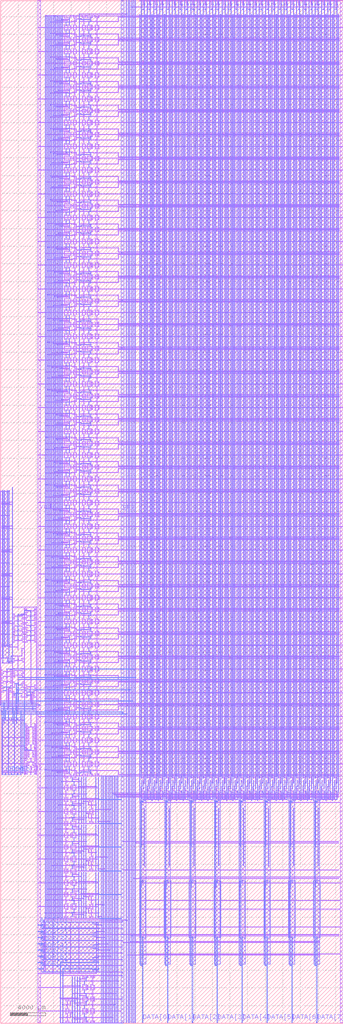
<source format=lef>
VERSION 5.4 ;
NAMESCASESENSITIVE ON ;
BUSBITCHARS "[]" ;
DIVIDERCHAR "/" ;
UNITS
  DATABASE MICRONS 1000 ;
END UNITS
SITE  MacroSite
   CLASS Core ;
   SIZE 38855.0 by 115787.5 ;
END  MacroSite
MACRO sram_1rw_8b_256w_1bank_freepdk45
   CLASS BLOCK ;
   SIZE 38855.0 BY 115787.5 ;
   SYMMETRY X Y R90 ;
   SITE MacroSite ;
   PIN DATA[0]
      DIRECTION INOUT ;
      PORT
         LAYER metal2 ;
         RECT  16067.5 35.0 16137.5 175.0 ;
      END
   END DATA[0]
   PIN DATA[1]
      DIRECTION INOUT ;
      PORT
         LAYER metal2 ;
         RECT  18887.5 35.0 18957.5 175.0 ;
      END
   END DATA[1]
   PIN DATA[2]
      DIRECTION INOUT ;
      PORT
         LAYER metal2 ;
         RECT  21707.5 35.0 21777.5 175.0 ;
      END
   END DATA[2]
   PIN DATA[3]
      DIRECTION INOUT ;
      PORT
         LAYER metal2 ;
         RECT  24527.5 35.0 24597.5 175.0 ;
      END
   END DATA[3]
   PIN DATA[4]
      DIRECTION INOUT ;
      PORT
         LAYER metal2 ;
         RECT  27347.5 35.0 27417.5 175.0 ;
      END
   END DATA[4]
   PIN DATA[5]
      DIRECTION INOUT ;
      PORT
         LAYER metal2 ;
         RECT  30167.5 35.0 30237.5 175.0 ;
      END
   END DATA[5]
   PIN DATA[6]
      DIRECTION INOUT ;
      PORT
         LAYER metal2 ;
         RECT  32987.5 35.0 33057.5 175.0 ;
      END
   END DATA[6]
   PIN DATA[7]
      DIRECTION INOUT ;
      PORT
         LAYER metal2 ;
         RECT  35807.5 35.0 35877.5 175.0 ;
      END
   END DATA[7]
   PIN ADDR[0]
      DIRECTION INPUT ;
      PORT
         LAYER metal3 ;
         RECT  4175.0 11077.5 4655.0 11147.5 ;
      END
   END ADDR[0]
   PIN ADDR[1]
      DIRECTION INPUT ;
      PORT
         LAYER metal3 ;
         RECT  4175.0 10372.5 4655.0 10442.5 ;
      END
   END ADDR[1]
   PIN ADDR[2]
      DIRECTION INPUT ;
      PORT
         LAYER metal3 ;
         RECT  4175.0 9667.5 4655.0 9737.5 ;
      END
   END ADDR[2]
   PIN ADDR[3]
      DIRECTION INPUT ;
      PORT
         LAYER metal3 ;
         RECT  4175.0 8962.5 4655.0 9032.5 ;
      END
   END ADDR[3]
   PIN ADDR[4]
      DIRECTION INPUT ;
      PORT
         LAYER metal3 ;
         RECT  4175.0 8257.5 4655.0 8327.5 ;
      END
   END ADDR[4]
   PIN ADDR[5]
      DIRECTION INPUT ;
      PORT
         LAYER metal3 ;
         RECT  4175.0 7552.5 4655.0 7622.5 ;
      END
   END ADDR[5]
   PIN ADDR[6]
      DIRECTION INPUT ;
      PORT
         LAYER metal3 ;
         RECT  4175.0 6847.5 4655.0 6917.5 ;
      END
   END ADDR[6]
   PIN ADDR[7]
      DIRECTION INPUT ;
      PORT
         LAYER metal3 ;
         RECT  4175.0 6142.5 4655.0 6212.5 ;
      END
   END ADDR[7]
   PIN CSb
      DIRECTION INPUT ;
      PORT
         LAYER metal3 ;
         RECT  1187.5 28155.0 1257.5 28295.0 ;
      END
   END CSb
   PIN WEb
      DIRECTION INPUT ;
      PORT
         LAYER metal3 ;
         RECT  1892.5 28155.0 1962.5 28295.0 ;
      END
   END WEb
   PIN OEb
      DIRECTION INPUT ;
      PORT
         LAYER metal3 ;
         RECT  482.5 28155.0 552.5 28295.0 ;
      END
   END OEb
   PIN clk
      DIRECTION INPUT ;
      PORT
         LAYER metal1 ;
         RECT  3340.0 28155.0 3475.0 28345.0 ;
      END
   END clk
   PIN vdd
      DIRECTION INOUT ;
      USE POWER ; 
      SHAPE ABUTMENT ; 
      PORT
         LAYER metal1 ;
         RECT  38505.0 35.0 38855.0 115822.5 ;
         LAYER metal1 ;
         RECT  4175.0 35.0 4525.0 115822.5 ;
      END
   END vdd
   PIN gnd
      DIRECTION INOUT ;
      USE GROUND ; 
      SHAPE ABUTMENT ; 
      PORT
         LAYER metal2 ;
         RECT  13657.5 35.0 14007.5 115822.5 ;
      END
   END gnd
   OBS
   LAYER  metal1 ;
      RECT  4317.5 35860.0 4382.5 36065.0 ;
      RECT  8565.0 28610.0 8630.0 28675.0 ;
      RECT  8565.0 28337.5 8630.0 28402.5 ;
      RECT  8495.0 28610.0 8597.5 28675.0 ;
      RECT  8565.0 28370.0 8630.0 28642.5 ;
      RECT  8597.5 28337.5 8700.0 28402.5 ;
      RECT  13292.5 28610.0 13357.5 28675.0 ;
      RECT  13292.5 28122.5 13357.5 28187.5 ;
      RECT  10990.0 28610.0 13325.0 28675.0 ;
      RECT  13292.5 28155.0 13357.5 28642.5 ;
      RECT  13325.0 28122.5 15660.0 28187.5 ;
      RECT  8565.0 30045.0 8630.0 30110.0 ;
      RECT  8565.0 30317.5 8630.0 30382.5 ;
      RECT  8495.0 30045.0 8597.5 30110.0 ;
      RECT  8565.0 30077.5 8630.0 30350.0 ;
      RECT  8597.5 30317.5 8700.0 30382.5 ;
      RECT  13292.5 30045.0 13357.5 30110.0 ;
      RECT  13292.5 30532.5 13357.5 30597.5 ;
      RECT  10990.0 30045.0 13325.0 30110.0 ;
      RECT  13292.5 30077.5 13357.5 30565.0 ;
      RECT  13325.0 30532.5 15660.0 30597.5 ;
      RECT  8565.0 31300.0 8630.0 31365.0 ;
      RECT  8565.0 31027.5 8630.0 31092.5 ;
      RECT  8495.0 31300.0 8597.5 31365.0 ;
      RECT  8565.0 31060.0 8630.0 31332.5 ;
      RECT  8597.5 31027.5 8700.0 31092.5 ;
      RECT  13292.5 31300.0 13357.5 31365.0 ;
      RECT  13292.5 30812.5 13357.5 30877.5 ;
      RECT  10990.0 31300.0 13325.0 31365.0 ;
      RECT  13292.5 30845.0 13357.5 31332.5 ;
      RECT  13325.0 30812.5 15660.0 30877.5 ;
      RECT  8565.0 32735.0 8630.0 32800.0 ;
      RECT  8565.0 33007.5 8630.0 33072.5 ;
      RECT  8495.0 32735.0 8597.5 32800.0 ;
      RECT  8565.0 32767.5 8630.0 33040.0 ;
      RECT  8597.5 33007.5 8700.0 33072.5 ;
      RECT  13292.5 32735.0 13357.5 32800.0 ;
      RECT  13292.5 33222.5 13357.5 33287.5 ;
      RECT  10990.0 32735.0 13325.0 32800.0 ;
      RECT  13292.5 32767.5 13357.5 33255.0 ;
      RECT  13325.0 33222.5 15660.0 33287.5 ;
      RECT  8565.0 33990.0 8630.0 34055.0 ;
      RECT  8565.0 33717.5 8630.0 33782.5 ;
      RECT  8495.0 33990.0 8597.5 34055.0 ;
      RECT  8565.0 33750.0 8630.0 34022.5 ;
      RECT  8597.5 33717.5 8700.0 33782.5 ;
      RECT  13292.5 33990.0 13357.5 34055.0 ;
      RECT  13292.5 33502.5 13357.5 33567.5 ;
      RECT  10990.0 33990.0 13325.0 34055.0 ;
      RECT  13292.5 33535.0 13357.5 34022.5 ;
      RECT  13325.0 33502.5 15660.0 33567.5 ;
      RECT  8565.0 35425.0 8630.0 35490.0 ;
      RECT  8565.0 35697.5 8630.0 35762.5 ;
      RECT  8495.0 35425.0 8597.5 35490.0 ;
      RECT  8565.0 35457.5 8630.0 35730.0 ;
      RECT  8597.5 35697.5 8700.0 35762.5 ;
      RECT  13292.5 35425.0 13357.5 35490.0 ;
      RECT  13292.5 35912.5 13357.5 35977.5 ;
      RECT  10990.0 35425.0 13325.0 35490.0 ;
      RECT  13292.5 35457.5 13357.5 35945.0 ;
      RECT  13325.0 35912.5 15660.0 35977.5 ;
      RECT  8565.0 36680.0 8630.0 36745.0 ;
      RECT  8565.0 36407.5 8630.0 36472.5 ;
      RECT  8495.0 36680.0 8597.5 36745.0 ;
      RECT  8565.0 36440.0 8630.0 36712.5 ;
      RECT  8597.5 36407.5 8700.0 36472.5 ;
      RECT  13292.5 36680.0 13357.5 36745.0 ;
      RECT  13292.5 36192.5 13357.5 36257.5 ;
      RECT  10990.0 36680.0 13325.0 36745.0 ;
      RECT  13292.5 36225.0 13357.5 36712.5 ;
      RECT  13325.0 36192.5 15660.0 36257.5 ;
      RECT  8565.0 38115.0 8630.0 38180.0 ;
      RECT  8565.0 38387.5 8630.0 38452.5 ;
      RECT  8495.0 38115.0 8597.5 38180.0 ;
      RECT  8565.0 38147.5 8630.0 38420.0 ;
      RECT  8597.5 38387.5 8700.0 38452.5 ;
      RECT  13292.5 38115.0 13357.5 38180.0 ;
      RECT  13292.5 38602.5 13357.5 38667.5 ;
      RECT  10990.0 38115.0 13325.0 38180.0 ;
      RECT  13292.5 38147.5 13357.5 38635.0 ;
      RECT  13325.0 38602.5 15660.0 38667.5 ;
      RECT  8565.0 39370.0 8630.0 39435.0 ;
      RECT  8565.0 39097.5 8630.0 39162.5 ;
      RECT  8495.0 39370.0 8597.5 39435.0 ;
      RECT  8565.0 39130.0 8630.0 39402.5 ;
      RECT  8597.5 39097.5 8700.0 39162.5 ;
      RECT  13292.5 39370.0 13357.5 39435.0 ;
      RECT  13292.5 38882.5 13357.5 38947.5 ;
      RECT  10990.0 39370.0 13325.0 39435.0 ;
      RECT  13292.5 38915.0 13357.5 39402.5 ;
      RECT  13325.0 38882.5 15660.0 38947.5 ;
      RECT  8565.0 40805.0 8630.0 40870.0 ;
      RECT  8565.0 41077.5 8630.0 41142.5 ;
      RECT  8495.0 40805.0 8597.5 40870.0 ;
      RECT  8565.0 40837.5 8630.0 41110.0 ;
      RECT  8597.5 41077.5 8700.0 41142.5 ;
      RECT  13292.5 40805.0 13357.5 40870.0 ;
      RECT  13292.5 41292.5 13357.5 41357.5 ;
      RECT  10990.0 40805.0 13325.0 40870.0 ;
      RECT  13292.5 40837.5 13357.5 41325.0 ;
      RECT  13325.0 41292.5 15660.0 41357.5 ;
      RECT  8565.0 42060.0 8630.0 42125.0 ;
      RECT  8565.0 41787.5 8630.0 41852.5 ;
      RECT  8495.0 42060.0 8597.5 42125.0 ;
      RECT  8565.0 41820.0 8630.0 42092.5 ;
      RECT  8597.5 41787.5 8700.0 41852.5 ;
      RECT  13292.5 42060.0 13357.5 42125.0 ;
      RECT  13292.5 41572.5 13357.5 41637.5 ;
      RECT  10990.0 42060.0 13325.0 42125.0 ;
      RECT  13292.5 41605.0 13357.5 42092.5 ;
      RECT  13325.0 41572.5 15660.0 41637.5 ;
      RECT  8565.0 43495.0 8630.0 43560.0 ;
      RECT  8565.0 43767.5 8630.0 43832.5 ;
      RECT  8495.0 43495.0 8597.5 43560.0 ;
      RECT  8565.0 43527.5 8630.0 43800.0 ;
      RECT  8597.5 43767.5 8700.0 43832.5 ;
      RECT  13292.5 43495.0 13357.5 43560.0 ;
      RECT  13292.5 43982.5 13357.5 44047.5 ;
      RECT  10990.0 43495.0 13325.0 43560.0 ;
      RECT  13292.5 43527.5 13357.5 44015.0 ;
      RECT  13325.0 43982.5 15660.0 44047.5 ;
      RECT  8565.0 44750.0 8630.0 44815.0 ;
      RECT  8565.0 44477.5 8630.0 44542.5 ;
      RECT  8495.0 44750.0 8597.5 44815.0 ;
      RECT  8565.0 44510.0 8630.0 44782.5 ;
      RECT  8597.5 44477.5 8700.0 44542.5 ;
      RECT  13292.5 44750.0 13357.5 44815.0 ;
      RECT  13292.5 44262.5 13357.5 44327.5 ;
      RECT  10990.0 44750.0 13325.0 44815.0 ;
      RECT  13292.5 44295.0 13357.5 44782.5 ;
      RECT  13325.0 44262.5 15660.0 44327.5 ;
      RECT  8565.0 46185.0 8630.0 46250.0 ;
      RECT  8565.0 46457.5 8630.0 46522.5 ;
      RECT  8495.0 46185.0 8597.5 46250.0 ;
      RECT  8565.0 46217.5 8630.0 46490.0 ;
      RECT  8597.5 46457.5 8700.0 46522.5 ;
      RECT  13292.5 46185.0 13357.5 46250.0 ;
      RECT  13292.5 46672.5 13357.5 46737.5 ;
      RECT  10990.0 46185.0 13325.0 46250.0 ;
      RECT  13292.5 46217.5 13357.5 46705.0 ;
      RECT  13325.0 46672.5 15660.0 46737.5 ;
      RECT  8565.0 47440.0 8630.0 47505.0 ;
      RECT  8565.0 47167.5 8630.0 47232.5 ;
      RECT  8495.0 47440.0 8597.5 47505.0 ;
      RECT  8565.0 47200.0 8630.0 47472.5 ;
      RECT  8597.5 47167.5 8700.0 47232.5 ;
      RECT  13292.5 47440.0 13357.5 47505.0 ;
      RECT  13292.5 46952.5 13357.5 47017.5 ;
      RECT  10990.0 47440.0 13325.0 47505.0 ;
      RECT  13292.5 46985.0 13357.5 47472.5 ;
      RECT  13325.0 46952.5 15660.0 47017.5 ;
      RECT  8565.0 48875.0 8630.0 48940.0 ;
      RECT  8565.0 49147.5 8630.0 49212.5 ;
      RECT  8495.0 48875.0 8597.5 48940.0 ;
      RECT  8565.0 48907.5 8630.0 49180.0 ;
      RECT  8597.5 49147.5 8700.0 49212.5 ;
      RECT  13292.5 48875.0 13357.5 48940.0 ;
      RECT  13292.5 49362.5 13357.5 49427.5 ;
      RECT  10990.0 48875.0 13325.0 48940.0 ;
      RECT  13292.5 48907.5 13357.5 49395.0 ;
      RECT  13325.0 49362.5 15660.0 49427.5 ;
      RECT  8565.0 50130.0 8630.0 50195.0 ;
      RECT  8565.0 49857.5 8630.0 49922.5 ;
      RECT  8495.0 50130.0 8597.5 50195.0 ;
      RECT  8565.0 49890.0 8630.0 50162.5 ;
      RECT  8597.5 49857.5 8700.0 49922.5 ;
      RECT  13292.5 50130.0 13357.5 50195.0 ;
      RECT  13292.5 49642.5 13357.5 49707.5 ;
      RECT  10990.0 50130.0 13325.0 50195.0 ;
      RECT  13292.5 49675.0 13357.5 50162.5 ;
      RECT  13325.0 49642.5 15660.0 49707.5 ;
      RECT  8565.0 51565.0 8630.0 51630.0 ;
      RECT  8565.0 51837.5 8630.0 51902.5 ;
      RECT  8495.0 51565.0 8597.5 51630.0 ;
      RECT  8565.0 51597.5 8630.0 51870.0 ;
      RECT  8597.5 51837.5 8700.0 51902.5 ;
      RECT  13292.5 51565.0 13357.5 51630.0 ;
      RECT  13292.5 52052.5 13357.5 52117.5 ;
      RECT  10990.0 51565.0 13325.0 51630.0 ;
      RECT  13292.5 51597.5 13357.5 52085.0 ;
      RECT  13325.0 52052.5 15660.0 52117.5 ;
      RECT  8565.0 52820.0 8630.0 52885.0 ;
      RECT  8565.0 52547.5 8630.0 52612.5 ;
      RECT  8495.0 52820.0 8597.5 52885.0 ;
      RECT  8565.0 52580.0 8630.0 52852.5 ;
      RECT  8597.5 52547.5 8700.0 52612.5 ;
      RECT  13292.5 52820.0 13357.5 52885.0 ;
      RECT  13292.5 52332.5 13357.5 52397.5 ;
      RECT  10990.0 52820.0 13325.0 52885.0 ;
      RECT  13292.5 52365.0 13357.5 52852.5 ;
      RECT  13325.0 52332.5 15660.0 52397.5 ;
      RECT  8565.0 54255.0 8630.0 54320.0 ;
      RECT  8565.0 54527.5 8630.0 54592.5 ;
      RECT  8495.0 54255.0 8597.5 54320.0 ;
      RECT  8565.0 54287.5 8630.0 54560.0 ;
      RECT  8597.5 54527.5 8700.0 54592.5 ;
      RECT  13292.5 54255.0 13357.5 54320.0 ;
      RECT  13292.5 54742.5 13357.5 54807.5 ;
      RECT  10990.0 54255.0 13325.0 54320.0 ;
      RECT  13292.5 54287.5 13357.5 54775.0 ;
      RECT  13325.0 54742.5 15660.0 54807.5 ;
      RECT  8565.0 55510.0 8630.0 55575.0 ;
      RECT  8565.0 55237.5 8630.0 55302.5 ;
      RECT  8495.0 55510.0 8597.5 55575.0 ;
      RECT  8565.0 55270.0 8630.0 55542.5 ;
      RECT  8597.5 55237.5 8700.0 55302.5 ;
      RECT  13292.5 55510.0 13357.5 55575.0 ;
      RECT  13292.5 55022.5 13357.5 55087.5 ;
      RECT  10990.0 55510.0 13325.0 55575.0 ;
      RECT  13292.5 55055.0 13357.5 55542.5 ;
      RECT  13325.0 55022.5 15660.0 55087.5 ;
      RECT  8565.0 56945.0 8630.0 57010.0 ;
      RECT  8565.0 57217.5 8630.0 57282.5 ;
      RECT  8495.0 56945.0 8597.5 57010.0 ;
      RECT  8565.0 56977.5 8630.0 57250.0 ;
      RECT  8597.5 57217.5 8700.0 57282.5 ;
      RECT  13292.5 56945.0 13357.5 57010.0 ;
      RECT  13292.5 57432.5 13357.5 57497.5 ;
      RECT  10990.0 56945.0 13325.0 57010.0 ;
      RECT  13292.5 56977.5 13357.5 57465.0 ;
      RECT  13325.0 57432.5 15660.0 57497.5 ;
      RECT  8565.0 58200.0 8630.0 58265.0 ;
      RECT  8565.0 57927.5 8630.0 57992.5 ;
      RECT  8495.0 58200.0 8597.5 58265.0 ;
      RECT  8565.0 57960.0 8630.0 58232.5 ;
      RECT  8597.5 57927.5 8700.0 57992.5 ;
      RECT  13292.5 58200.0 13357.5 58265.0 ;
      RECT  13292.5 57712.5 13357.5 57777.5 ;
      RECT  10990.0 58200.0 13325.0 58265.0 ;
      RECT  13292.5 57745.0 13357.5 58232.5 ;
      RECT  13325.0 57712.5 15660.0 57777.5 ;
      RECT  8565.0 59635.0 8630.0 59700.0 ;
      RECT  8565.0 59907.5 8630.0 59972.5 ;
      RECT  8495.0 59635.0 8597.5 59700.0 ;
      RECT  8565.0 59667.5 8630.0 59940.0 ;
      RECT  8597.5 59907.5 8700.0 59972.5 ;
      RECT  13292.5 59635.0 13357.5 59700.0 ;
      RECT  13292.5 60122.5 13357.5 60187.5 ;
      RECT  10990.0 59635.0 13325.0 59700.0 ;
      RECT  13292.5 59667.5 13357.5 60155.0 ;
      RECT  13325.0 60122.5 15660.0 60187.5 ;
      RECT  8565.0 60890.0 8630.0 60955.0 ;
      RECT  8565.0 60617.5 8630.0 60682.5 ;
      RECT  8495.0 60890.0 8597.5 60955.0 ;
      RECT  8565.0 60650.0 8630.0 60922.5 ;
      RECT  8597.5 60617.5 8700.0 60682.5 ;
      RECT  13292.5 60890.0 13357.5 60955.0 ;
      RECT  13292.5 60402.5 13357.5 60467.5 ;
      RECT  10990.0 60890.0 13325.0 60955.0 ;
      RECT  13292.5 60435.0 13357.5 60922.5 ;
      RECT  13325.0 60402.5 15660.0 60467.5 ;
      RECT  8565.0 62325.0 8630.0 62390.0 ;
      RECT  8565.0 62597.5 8630.0 62662.5 ;
      RECT  8495.0 62325.0 8597.5 62390.0 ;
      RECT  8565.0 62357.5 8630.0 62630.0 ;
      RECT  8597.5 62597.5 8700.0 62662.5 ;
      RECT  13292.5 62325.0 13357.5 62390.0 ;
      RECT  13292.5 62812.5 13357.5 62877.5 ;
      RECT  10990.0 62325.0 13325.0 62390.0 ;
      RECT  13292.5 62357.5 13357.5 62845.0 ;
      RECT  13325.0 62812.5 15660.0 62877.5 ;
      RECT  8565.0 63580.0 8630.0 63645.0 ;
      RECT  8565.0 63307.5 8630.0 63372.5 ;
      RECT  8495.0 63580.0 8597.5 63645.0 ;
      RECT  8565.0 63340.0 8630.0 63612.5 ;
      RECT  8597.5 63307.5 8700.0 63372.5 ;
      RECT  13292.5 63580.0 13357.5 63645.0 ;
      RECT  13292.5 63092.5 13357.5 63157.5 ;
      RECT  10990.0 63580.0 13325.0 63645.0 ;
      RECT  13292.5 63125.0 13357.5 63612.5 ;
      RECT  13325.0 63092.5 15660.0 63157.5 ;
      RECT  8565.0 65015.0 8630.0 65080.0 ;
      RECT  8565.0 65287.5 8630.0 65352.5 ;
      RECT  8495.0 65015.0 8597.5 65080.0 ;
      RECT  8565.0 65047.5 8630.0 65320.0 ;
      RECT  8597.5 65287.5 8700.0 65352.5 ;
      RECT  13292.5 65015.0 13357.5 65080.0 ;
      RECT  13292.5 65502.5 13357.5 65567.5 ;
      RECT  10990.0 65015.0 13325.0 65080.0 ;
      RECT  13292.5 65047.5 13357.5 65535.0 ;
      RECT  13325.0 65502.5 15660.0 65567.5 ;
      RECT  8565.0 66270.0 8630.0 66335.0 ;
      RECT  8565.0 65997.5 8630.0 66062.5 ;
      RECT  8495.0 66270.0 8597.5 66335.0 ;
      RECT  8565.0 66030.0 8630.0 66302.5 ;
      RECT  8597.5 65997.5 8700.0 66062.5 ;
      RECT  13292.5 66270.0 13357.5 66335.0 ;
      RECT  13292.5 65782.5 13357.5 65847.5 ;
      RECT  10990.0 66270.0 13325.0 66335.0 ;
      RECT  13292.5 65815.0 13357.5 66302.5 ;
      RECT  13325.0 65782.5 15660.0 65847.5 ;
      RECT  8565.0 67705.0 8630.0 67770.0 ;
      RECT  8565.0 67977.5 8630.0 68042.5 ;
      RECT  8495.0 67705.0 8597.5 67770.0 ;
      RECT  8565.0 67737.5 8630.0 68010.0 ;
      RECT  8597.5 67977.5 8700.0 68042.5 ;
      RECT  13292.5 67705.0 13357.5 67770.0 ;
      RECT  13292.5 68192.5 13357.5 68257.5 ;
      RECT  10990.0 67705.0 13325.0 67770.0 ;
      RECT  13292.5 67737.5 13357.5 68225.0 ;
      RECT  13325.0 68192.5 15660.0 68257.5 ;
      RECT  8565.0 68960.0 8630.0 69025.0 ;
      RECT  8565.0 68687.5 8630.0 68752.5 ;
      RECT  8495.0 68960.0 8597.5 69025.0 ;
      RECT  8565.0 68720.0 8630.0 68992.5 ;
      RECT  8597.5 68687.5 8700.0 68752.5 ;
      RECT  13292.5 68960.0 13357.5 69025.0 ;
      RECT  13292.5 68472.5 13357.5 68537.5 ;
      RECT  10990.0 68960.0 13325.0 69025.0 ;
      RECT  13292.5 68505.0 13357.5 68992.5 ;
      RECT  13325.0 68472.5 15660.0 68537.5 ;
      RECT  8565.0 70395.0 8630.0 70460.0 ;
      RECT  8565.0 70667.5 8630.0 70732.5 ;
      RECT  8495.0 70395.0 8597.5 70460.0 ;
      RECT  8565.0 70427.5 8630.0 70700.0 ;
      RECT  8597.5 70667.5 8700.0 70732.5 ;
      RECT  13292.5 70395.0 13357.5 70460.0 ;
      RECT  13292.5 70882.5 13357.5 70947.5 ;
      RECT  10990.0 70395.0 13325.0 70460.0 ;
      RECT  13292.5 70427.5 13357.5 70915.0 ;
      RECT  13325.0 70882.5 15660.0 70947.5 ;
      RECT  8565.0 71650.0 8630.0 71715.0 ;
      RECT  8565.0 71377.5 8630.0 71442.5 ;
      RECT  8495.0 71650.0 8597.5 71715.0 ;
      RECT  8565.0 71410.0 8630.0 71682.5 ;
      RECT  8597.5 71377.5 8700.0 71442.5 ;
      RECT  13292.5 71650.0 13357.5 71715.0 ;
      RECT  13292.5 71162.5 13357.5 71227.5 ;
      RECT  10990.0 71650.0 13325.0 71715.0 ;
      RECT  13292.5 71195.0 13357.5 71682.5 ;
      RECT  13325.0 71162.5 15660.0 71227.5 ;
      RECT  8565.0 73085.0 8630.0 73150.0 ;
      RECT  8565.0 73357.5 8630.0 73422.5 ;
      RECT  8495.0 73085.0 8597.5 73150.0 ;
      RECT  8565.0 73117.5 8630.0 73390.0 ;
      RECT  8597.5 73357.5 8700.0 73422.5 ;
      RECT  13292.5 73085.0 13357.5 73150.0 ;
      RECT  13292.5 73572.5 13357.5 73637.5 ;
      RECT  10990.0 73085.0 13325.0 73150.0 ;
      RECT  13292.5 73117.5 13357.5 73605.0 ;
      RECT  13325.0 73572.5 15660.0 73637.5 ;
      RECT  8565.0 74340.0 8630.0 74405.0 ;
      RECT  8565.0 74067.5 8630.0 74132.5 ;
      RECT  8495.0 74340.0 8597.5 74405.0 ;
      RECT  8565.0 74100.0 8630.0 74372.5 ;
      RECT  8597.5 74067.5 8700.0 74132.5 ;
      RECT  13292.5 74340.0 13357.5 74405.0 ;
      RECT  13292.5 73852.5 13357.5 73917.5 ;
      RECT  10990.0 74340.0 13325.0 74405.0 ;
      RECT  13292.5 73885.0 13357.5 74372.5 ;
      RECT  13325.0 73852.5 15660.0 73917.5 ;
      RECT  8565.0 75775.0 8630.0 75840.0 ;
      RECT  8565.0 76047.5 8630.0 76112.5 ;
      RECT  8495.0 75775.0 8597.5 75840.0 ;
      RECT  8565.0 75807.5 8630.0 76080.0 ;
      RECT  8597.5 76047.5 8700.0 76112.5 ;
      RECT  13292.5 75775.0 13357.5 75840.0 ;
      RECT  13292.5 76262.5 13357.5 76327.5 ;
      RECT  10990.0 75775.0 13325.0 75840.0 ;
      RECT  13292.5 75807.5 13357.5 76295.0 ;
      RECT  13325.0 76262.5 15660.0 76327.5 ;
      RECT  8565.0 77030.0 8630.0 77095.0 ;
      RECT  8565.0 76757.5 8630.0 76822.5 ;
      RECT  8495.0 77030.0 8597.5 77095.0 ;
      RECT  8565.0 76790.0 8630.0 77062.5 ;
      RECT  8597.5 76757.5 8700.0 76822.5 ;
      RECT  13292.5 77030.0 13357.5 77095.0 ;
      RECT  13292.5 76542.5 13357.5 76607.5 ;
      RECT  10990.0 77030.0 13325.0 77095.0 ;
      RECT  13292.5 76575.0 13357.5 77062.5 ;
      RECT  13325.0 76542.5 15660.0 76607.5 ;
      RECT  8565.0 78465.0 8630.0 78530.0 ;
      RECT  8565.0 78737.5 8630.0 78802.5 ;
      RECT  8495.0 78465.0 8597.5 78530.0 ;
      RECT  8565.0 78497.5 8630.0 78770.0 ;
      RECT  8597.5 78737.5 8700.0 78802.5 ;
      RECT  13292.5 78465.0 13357.5 78530.0 ;
      RECT  13292.5 78952.5 13357.5 79017.5 ;
      RECT  10990.0 78465.0 13325.0 78530.0 ;
      RECT  13292.5 78497.5 13357.5 78985.0 ;
      RECT  13325.0 78952.5 15660.0 79017.5 ;
      RECT  8565.0 79720.0 8630.0 79785.0 ;
      RECT  8565.0 79447.5 8630.0 79512.5 ;
      RECT  8495.0 79720.0 8597.5 79785.0 ;
      RECT  8565.0 79480.0 8630.0 79752.5 ;
      RECT  8597.5 79447.5 8700.0 79512.5 ;
      RECT  13292.5 79720.0 13357.5 79785.0 ;
      RECT  13292.5 79232.5 13357.5 79297.5 ;
      RECT  10990.0 79720.0 13325.0 79785.0 ;
      RECT  13292.5 79265.0 13357.5 79752.5 ;
      RECT  13325.0 79232.5 15660.0 79297.5 ;
      RECT  8565.0 81155.0 8630.0 81220.0 ;
      RECT  8565.0 81427.5 8630.0 81492.5 ;
      RECT  8495.0 81155.0 8597.5 81220.0 ;
      RECT  8565.0 81187.5 8630.0 81460.0 ;
      RECT  8597.5 81427.5 8700.0 81492.5 ;
      RECT  13292.5 81155.0 13357.5 81220.0 ;
      RECT  13292.5 81642.5 13357.5 81707.5 ;
      RECT  10990.0 81155.0 13325.0 81220.0 ;
      RECT  13292.5 81187.5 13357.5 81675.0 ;
      RECT  13325.0 81642.5 15660.0 81707.5 ;
      RECT  8565.0 82410.0 8630.0 82475.0 ;
      RECT  8565.0 82137.5 8630.0 82202.5 ;
      RECT  8495.0 82410.0 8597.5 82475.0 ;
      RECT  8565.0 82170.0 8630.0 82442.5 ;
      RECT  8597.5 82137.5 8700.0 82202.5 ;
      RECT  13292.5 82410.0 13357.5 82475.0 ;
      RECT  13292.5 81922.5 13357.5 81987.5 ;
      RECT  10990.0 82410.0 13325.0 82475.0 ;
      RECT  13292.5 81955.0 13357.5 82442.5 ;
      RECT  13325.0 81922.5 15660.0 81987.5 ;
      RECT  8565.0 83845.0 8630.0 83910.0 ;
      RECT  8565.0 84117.5 8630.0 84182.5 ;
      RECT  8495.0 83845.0 8597.5 83910.0 ;
      RECT  8565.0 83877.5 8630.0 84150.0 ;
      RECT  8597.5 84117.5 8700.0 84182.5 ;
      RECT  13292.5 83845.0 13357.5 83910.0 ;
      RECT  13292.5 84332.5 13357.5 84397.5 ;
      RECT  10990.0 83845.0 13325.0 83910.0 ;
      RECT  13292.5 83877.5 13357.5 84365.0 ;
      RECT  13325.0 84332.5 15660.0 84397.5 ;
      RECT  8565.0 85100.0 8630.0 85165.0 ;
      RECT  8565.0 84827.5 8630.0 84892.5 ;
      RECT  8495.0 85100.0 8597.5 85165.0 ;
      RECT  8565.0 84860.0 8630.0 85132.5 ;
      RECT  8597.5 84827.5 8700.0 84892.5 ;
      RECT  13292.5 85100.0 13357.5 85165.0 ;
      RECT  13292.5 84612.5 13357.5 84677.5 ;
      RECT  10990.0 85100.0 13325.0 85165.0 ;
      RECT  13292.5 84645.0 13357.5 85132.5 ;
      RECT  13325.0 84612.5 15660.0 84677.5 ;
      RECT  8565.0 86535.0 8630.0 86600.0 ;
      RECT  8565.0 86807.5 8630.0 86872.5 ;
      RECT  8495.0 86535.0 8597.5 86600.0 ;
      RECT  8565.0 86567.5 8630.0 86840.0 ;
      RECT  8597.5 86807.5 8700.0 86872.5 ;
      RECT  13292.5 86535.0 13357.5 86600.0 ;
      RECT  13292.5 87022.5 13357.5 87087.5 ;
      RECT  10990.0 86535.0 13325.0 86600.0 ;
      RECT  13292.5 86567.5 13357.5 87055.0 ;
      RECT  13325.0 87022.5 15660.0 87087.5 ;
      RECT  8565.0 87790.0 8630.0 87855.0 ;
      RECT  8565.0 87517.5 8630.0 87582.5 ;
      RECT  8495.0 87790.0 8597.5 87855.0 ;
      RECT  8565.0 87550.0 8630.0 87822.5 ;
      RECT  8597.5 87517.5 8700.0 87582.5 ;
      RECT  13292.5 87790.0 13357.5 87855.0 ;
      RECT  13292.5 87302.5 13357.5 87367.5 ;
      RECT  10990.0 87790.0 13325.0 87855.0 ;
      RECT  13292.5 87335.0 13357.5 87822.5 ;
      RECT  13325.0 87302.5 15660.0 87367.5 ;
      RECT  8565.0 89225.0 8630.0 89290.0 ;
      RECT  8565.0 89497.5 8630.0 89562.5 ;
      RECT  8495.0 89225.0 8597.5 89290.0 ;
      RECT  8565.0 89257.5 8630.0 89530.0 ;
      RECT  8597.5 89497.5 8700.0 89562.5 ;
      RECT  13292.5 89225.0 13357.5 89290.0 ;
      RECT  13292.5 89712.5 13357.5 89777.5 ;
      RECT  10990.0 89225.0 13325.0 89290.0 ;
      RECT  13292.5 89257.5 13357.5 89745.0 ;
      RECT  13325.0 89712.5 15660.0 89777.5 ;
      RECT  8565.0 90480.0 8630.0 90545.0 ;
      RECT  8565.0 90207.5 8630.0 90272.5 ;
      RECT  8495.0 90480.0 8597.5 90545.0 ;
      RECT  8565.0 90240.0 8630.0 90512.5 ;
      RECT  8597.5 90207.5 8700.0 90272.5 ;
      RECT  13292.5 90480.0 13357.5 90545.0 ;
      RECT  13292.5 89992.5 13357.5 90057.5 ;
      RECT  10990.0 90480.0 13325.0 90545.0 ;
      RECT  13292.5 90025.0 13357.5 90512.5 ;
      RECT  13325.0 89992.5 15660.0 90057.5 ;
      RECT  8565.0 91915.0 8630.0 91980.0 ;
      RECT  8565.0 92187.5 8630.0 92252.5 ;
      RECT  8495.0 91915.0 8597.5 91980.0 ;
      RECT  8565.0 91947.5 8630.0 92220.0 ;
      RECT  8597.5 92187.5 8700.0 92252.5 ;
      RECT  13292.5 91915.0 13357.5 91980.0 ;
      RECT  13292.5 92402.5 13357.5 92467.5 ;
      RECT  10990.0 91915.0 13325.0 91980.0 ;
      RECT  13292.5 91947.5 13357.5 92435.0 ;
      RECT  13325.0 92402.5 15660.0 92467.5 ;
      RECT  8565.0 93170.0 8630.0 93235.0 ;
      RECT  8565.0 92897.5 8630.0 92962.5 ;
      RECT  8495.0 93170.0 8597.5 93235.0 ;
      RECT  8565.0 92930.0 8630.0 93202.5 ;
      RECT  8597.5 92897.5 8700.0 92962.5 ;
      RECT  13292.5 93170.0 13357.5 93235.0 ;
      RECT  13292.5 92682.5 13357.5 92747.5 ;
      RECT  10990.0 93170.0 13325.0 93235.0 ;
      RECT  13292.5 92715.0 13357.5 93202.5 ;
      RECT  13325.0 92682.5 15660.0 92747.5 ;
      RECT  8565.0 94605.0 8630.0 94670.0 ;
      RECT  8565.0 94877.5 8630.0 94942.5 ;
      RECT  8495.0 94605.0 8597.5 94670.0 ;
      RECT  8565.0 94637.5 8630.0 94910.0 ;
      RECT  8597.5 94877.5 8700.0 94942.5 ;
      RECT  13292.5 94605.0 13357.5 94670.0 ;
      RECT  13292.5 95092.5 13357.5 95157.5 ;
      RECT  10990.0 94605.0 13325.0 94670.0 ;
      RECT  13292.5 94637.5 13357.5 95125.0 ;
      RECT  13325.0 95092.5 15660.0 95157.5 ;
      RECT  8565.0 95860.0 8630.0 95925.0 ;
      RECT  8565.0 95587.5 8630.0 95652.5 ;
      RECT  8495.0 95860.0 8597.5 95925.0 ;
      RECT  8565.0 95620.0 8630.0 95892.5 ;
      RECT  8597.5 95587.5 8700.0 95652.5 ;
      RECT  13292.5 95860.0 13357.5 95925.0 ;
      RECT  13292.5 95372.5 13357.5 95437.5 ;
      RECT  10990.0 95860.0 13325.0 95925.0 ;
      RECT  13292.5 95405.0 13357.5 95892.5 ;
      RECT  13325.0 95372.5 15660.0 95437.5 ;
      RECT  8565.0 97295.0 8630.0 97360.0 ;
      RECT  8565.0 97567.5 8630.0 97632.5 ;
      RECT  8495.0 97295.0 8597.5 97360.0 ;
      RECT  8565.0 97327.5 8630.0 97600.0 ;
      RECT  8597.5 97567.5 8700.0 97632.5 ;
      RECT  13292.5 97295.0 13357.5 97360.0 ;
      RECT  13292.5 97782.5 13357.5 97847.5 ;
      RECT  10990.0 97295.0 13325.0 97360.0 ;
      RECT  13292.5 97327.5 13357.5 97815.0 ;
      RECT  13325.0 97782.5 15660.0 97847.5 ;
      RECT  8565.0 98550.0 8630.0 98615.0 ;
      RECT  8565.0 98277.5 8630.0 98342.5 ;
      RECT  8495.0 98550.0 8597.5 98615.0 ;
      RECT  8565.0 98310.0 8630.0 98582.5 ;
      RECT  8597.5 98277.5 8700.0 98342.5 ;
      RECT  13292.5 98550.0 13357.5 98615.0 ;
      RECT  13292.5 98062.5 13357.5 98127.5 ;
      RECT  10990.0 98550.0 13325.0 98615.0 ;
      RECT  13292.5 98095.0 13357.5 98582.5 ;
      RECT  13325.0 98062.5 15660.0 98127.5 ;
      RECT  8565.0 99985.0 8630.0 100050.0 ;
      RECT  8565.0 100257.5 8630.0 100322.5 ;
      RECT  8495.0 99985.0 8597.5 100050.0 ;
      RECT  8565.0 100017.5 8630.0 100290.0 ;
      RECT  8597.5 100257.5 8700.0 100322.5 ;
      RECT  13292.5 99985.0 13357.5 100050.0 ;
      RECT  13292.5 100472.5 13357.5 100537.5 ;
      RECT  10990.0 99985.0 13325.0 100050.0 ;
      RECT  13292.5 100017.5 13357.5 100505.0 ;
      RECT  13325.0 100472.5 15660.0 100537.5 ;
      RECT  8565.0 101240.0 8630.0 101305.0 ;
      RECT  8565.0 100967.5 8630.0 101032.5 ;
      RECT  8495.0 101240.0 8597.5 101305.0 ;
      RECT  8565.0 101000.0 8630.0 101272.5 ;
      RECT  8597.5 100967.5 8700.0 101032.5 ;
      RECT  13292.5 101240.0 13357.5 101305.0 ;
      RECT  13292.5 100752.5 13357.5 100817.5 ;
      RECT  10990.0 101240.0 13325.0 101305.0 ;
      RECT  13292.5 100785.0 13357.5 101272.5 ;
      RECT  13325.0 100752.5 15660.0 100817.5 ;
      RECT  8565.0 102675.0 8630.0 102740.0 ;
      RECT  8565.0 102947.5 8630.0 103012.5 ;
      RECT  8495.0 102675.0 8597.5 102740.0 ;
      RECT  8565.0 102707.5 8630.0 102980.0 ;
      RECT  8597.5 102947.5 8700.0 103012.5 ;
      RECT  13292.5 102675.0 13357.5 102740.0 ;
      RECT  13292.5 103162.5 13357.5 103227.5 ;
      RECT  10990.0 102675.0 13325.0 102740.0 ;
      RECT  13292.5 102707.5 13357.5 103195.0 ;
      RECT  13325.0 103162.5 15660.0 103227.5 ;
      RECT  8565.0 103930.0 8630.0 103995.0 ;
      RECT  8565.0 103657.5 8630.0 103722.5 ;
      RECT  8495.0 103930.0 8597.5 103995.0 ;
      RECT  8565.0 103690.0 8630.0 103962.5 ;
      RECT  8597.5 103657.5 8700.0 103722.5 ;
      RECT  13292.5 103930.0 13357.5 103995.0 ;
      RECT  13292.5 103442.5 13357.5 103507.5 ;
      RECT  10990.0 103930.0 13325.0 103995.0 ;
      RECT  13292.5 103475.0 13357.5 103962.5 ;
      RECT  13325.0 103442.5 15660.0 103507.5 ;
      RECT  8565.0 105365.0 8630.0 105430.0 ;
      RECT  8565.0 105637.5 8630.0 105702.5 ;
      RECT  8495.0 105365.0 8597.5 105430.0 ;
      RECT  8565.0 105397.5 8630.0 105670.0 ;
      RECT  8597.5 105637.5 8700.0 105702.5 ;
      RECT  13292.5 105365.0 13357.5 105430.0 ;
      RECT  13292.5 105852.5 13357.5 105917.5 ;
      RECT  10990.0 105365.0 13325.0 105430.0 ;
      RECT  13292.5 105397.5 13357.5 105885.0 ;
      RECT  13325.0 105852.5 15660.0 105917.5 ;
      RECT  8565.0 106620.0 8630.0 106685.0 ;
      RECT  8565.0 106347.5 8630.0 106412.5 ;
      RECT  8495.0 106620.0 8597.5 106685.0 ;
      RECT  8565.0 106380.0 8630.0 106652.5 ;
      RECT  8597.5 106347.5 8700.0 106412.5 ;
      RECT  13292.5 106620.0 13357.5 106685.0 ;
      RECT  13292.5 106132.5 13357.5 106197.5 ;
      RECT  10990.0 106620.0 13325.0 106685.0 ;
      RECT  13292.5 106165.0 13357.5 106652.5 ;
      RECT  13325.0 106132.5 15660.0 106197.5 ;
      RECT  8565.0 108055.0 8630.0 108120.0 ;
      RECT  8565.0 108327.5 8630.0 108392.5 ;
      RECT  8495.0 108055.0 8597.5 108120.0 ;
      RECT  8565.0 108087.5 8630.0 108360.0 ;
      RECT  8597.5 108327.5 8700.0 108392.5 ;
      RECT  13292.5 108055.0 13357.5 108120.0 ;
      RECT  13292.5 108542.5 13357.5 108607.5 ;
      RECT  10990.0 108055.0 13325.0 108120.0 ;
      RECT  13292.5 108087.5 13357.5 108575.0 ;
      RECT  13325.0 108542.5 15660.0 108607.5 ;
      RECT  8565.0 109310.0 8630.0 109375.0 ;
      RECT  8565.0 109037.5 8630.0 109102.5 ;
      RECT  8495.0 109310.0 8597.5 109375.0 ;
      RECT  8565.0 109070.0 8630.0 109342.5 ;
      RECT  8597.5 109037.5 8700.0 109102.5 ;
      RECT  13292.5 109310.0 13357.5 109375.0 ;
      RECT  13292.5 108822.5 13357.5 108887.5 ;
      RECT  10990.0 109310.0 13325.0 109375.0 ;
      RECT  13292.5 108855.0 13357.5 109342.5 ;
      RECT  13325.0 108822.5 15660.0 108887.5 ;
      RECT  8565.0 110745.0 8630.0 110810.0 ;
      RECT  8565.0 111017.5 8630.0 111082.5 ;
      RECT  8495.0 110745.0 8597.5 110810.0 ;
      RECT  8565.0 110777.5 8630.0 111050.0 ;
      RECT  8597.5 111017.5 8700.0 111082.5 ;
      RECT  13292.5 110745.0 13357.5 110810.0 ;
      RECT  13292.5 111232.5 13357.5 111297.5 ;
      RECT  10990.0 110745.0 13325.0 110810.0 ;
      RECT  13292.5 110777.5 13357.5 111265.0 ;
      RECT  13325.0 111232.5 15660.0 111297.5 ;
      RECT  8565.0 112000.0 8630.0 112065.0 ;
      RECT  8565.0 111727.5 8630.0 111792.5 ;
      RECT  8495.0 112000.0 8597.5 112065.0 ;
      RECT  8565.0 111760.0 8630.0 112032.5 ;
      RECT  8597.5 111727.5 8700.0 111792.5 ;
      RECT  13292.5 112000.0 13357.5 112065.0 ;
      RECT  13292.5 111512.5 13357.5 111577.5 ;
      RECT  10990.0 112000.0 13325.0 112065.0 ;
      RECT  13292.5 111545.0 13357.5 112032.5 ;
      RECT  13325.0 111512.5 15660.0 111577.5 ;
      RECT  8565.0 113435.0 8630.0 113500.0 ;
      RECT  8565.0 113707.5 8630.0 113772.5 ;
      RECT  8495.0 113435.0 8597.5 113500.0 ;
      RECT  8565.0 113467.5 8630.0 113740.0 ;
      RECT  8597.5 113707.5 8700.0 113772.5 ;
      RECT  13292.5 113435.0 13357.5 113500.0 ;
      RECT  13292.5 113922.5 13357.5 113987.5 ;
      RECT  10990.0 113435.0 13325.0 113500.0 ;
      RECT  13292.5 113467.5 13357.5 113955.0 ;
      RECT  13325.0 113922.5 15660.0 113987.5 ;
      RECT  9155.0 27982.5 15750.0 28047.5 ;
      RECT  9155.0 30672.5 15750.0 30737.5 ;
      RECT  9155.0 33362.5 15750.0 33427.5 ;
      RECT  9155.0 36052.5 15750.0 36117.5 ;
      RECT  9155.0 38742.5 15750.0 38807.5 ;
      RECT  9155.0 41432.5 15750.0 41497.5 ;
      RECT  9155.0 44122.5 15750.0 44187.5 ;
      RECT  9155.0 46812.5 15750.0 46877.5 ;
      RECT  9155.0 49502.5 15750.0 49567.5 ;
      RECT  9155.0 52192.5 15750.0 52257.5 ;
      RECT  9155.0 54882.5 15750.0 54947.5 ;
      RECT  9155.0 57572.5 15750.0 57637.5 ;
      RECT  9155.0 60262.5 15750.0 60327.5 ;
      RECT  9155.0 62952.5 15750.0 63017.5 ;
      RECT  9155.0 65642.5 15750.0 65707.5 ;
      RECT  9155.0 68332.5 15750.0 68397.5 ;
      RECT  9155.0 71022.5 15750.0 71087.5 ;
      RECT  9155.0 73712.5 15750.0 73777.5 ;
      RECT  9155.0 76402.5 15750.0 76467.5 ;
      RECT  9155.0 79092.5 15750.0 79157.5 ;
      RECT  9155.0 81782.5 15750.0 81847.5 ;
      RECT  9155.0 84472.5 15750.0 84537.5 ;
      RECT  9155.0 87162.5 15750.0 87227.5 ;
      RECT  9155.0 89852.5 15750.0 89917.5 ;
      RECT  9155.0 92542.5 15750.0 92607.5 ;
      RECT  9155.0 95232.5 15750.0 95297.5 ;
      RECT  9155.0 97922.5 15750.0 97987.5 ;
      RECT  9155.0 100612.5 15750.0 100677.5 ;
      RECT  9155.0 103302.5 15750.0 103367.5 ;
      RECT  9155.0 105992.5 15750.0 106057.5 ;
      RECT  9155.0 108682.5 15750.0 108747.5 ;
      RECT  9155.0 111372.5 15750.0 111437.5 ;
      RECT  9155.0 114062.5 15750.0 114127.5 ;
      RECT  4175.0 29327.5 38855.0 29392.5 ;
      RECT  4175.0 32017.5 38855.0 32082.5 ;
      RECT  4175.0 34707.5 38855.0 34772.5 ;
      RECT  4175.0 37397.5 38855.0 37462.5 ;
      RECT  4175.0 40087.5 38855.0 40152.5 ;
      RECT  4175.0 42777.5 38855.0 42842.5 ;
      RECT  4175.0 45467.5 38855.0 45532.5 ;
      RECT  4175.0 48157.5 38855.0 48222.5 ;
      RECT  4175.0 50847.5 38855.0 50912.5 ;
      RECT  4175.0 53537.5 38855.0 53602.5 ;
      RECT  4175.0 56227.5 38855.0 56292.5 ;
      RECT  4175.0 58917.5 38855.0 58982.5 ;
      RECT  4175.0 61607.5 38855.0 61672.5 ;
      RECT  4175.0 64297.5 38855.0 64362.5 ;
      RECT  4175.0 66987.5 38855.0 67052.5 ;
      RECT  4175.0 69677.5 38855.0 69742.5 ;
      RECT  4175.0 72367.5 38855.0 72432.5 ;
      RECT  4175.0 75057.5 38855.0 75122.5 ;
      RECT  4175.0 77747.5 38855.0 77812.5 ;
      RECT  4175.0 80437.5 38855.0 80502.5 ;
      RECT  4175.0 83127.5 38855.0 83192.5 ;
      RECT  4175.0 85817.5 38855.0 85882.5 ;
      RECT  4175.0 88507.5 38855.0 88572.5 ;
      RECT  4175.0 91197.5 38855.0 91262.5 ;
      RECT  4175.0 93887.5 38855.0 93952.5 ;
      RECT  4175.0 96577.5 38855.0 96642.5 ;
      RECT  4175.0 99267.5 38855.0 99332.5 ;
      RECT  4175.0 101957.5 38855.0 102022.5 ;
      RECT  4175.0 104647.5 38855.0 104712.5 ;
      RECT  4175.0 107337.5 38855.0 107402.5 ;
      RECT  4175.0 110027.5 38855.0 110092.5 ;
      RECT  4175.0 112717.5 38855.0 112782.5 ;
      RECT  11095.0 12047.5 11437.5 12112.5 ;
      RECT  10820.0 13392.5 11642.5 13457.5 ;
      RECT  11095.0 17427.5 11847.5 17492.5 ;
      RECT  10820.0 18772.5 12052.5 18837.5 ;
      RECT  11095.0 22807.5 12257.5 22872.5 ;
      RECT  10820.0 24152.5 12462.5 24217.5 ;
      RECT  11095.0 11842.5 11232.5 11907.5 ;
      RECT  11095.0 14532.5 11232.5 14597.5 ;
      RECT  11095.0 17222.5 11232.5 17287.5 ;
      RECT  11095.0 19912.5 11232.5 19977.5 ;
      RECT  11095.0 22602.5 11232.5 22667.5 ;
      RECT  11095.0 25292.5 11232.5 25357.5 ;
      RECT  4175.0 13187.5 11095.0 13252.5 ;
      RECT  4175.0 15877.5 11095.0 15942.5 ;
      RECT  4175.0 18567.5 11095.0 18632.5 ;
      RECT  4175.0 21257.5 11095.0 21322.5 ;
      RECT  4175.0 23947.5 11095.0 24012.5 ;
      RECT  4175.0 26637.5 11095.0 26702.5 ;
      RECT  12667.5 26012.5 15750.0 26077.5 ;
      RECT  12872.5 25872.5 15750.0 25937.5 ;
      RECT  13077.5 25732.5 15750.0 25797.5 ;
      RECT  13282.5 25592.5 15750.0 25657.5 ;
      RECT  10685.0 630.0 12667.5 695.0 ;
      RECT  10685.0 2065.0 12872.5 2130.0 ;
      RECT  10685.0 3320.0 13077.5 3385.0 ;
      RECT  10685.0 4755.0 13282.5 4820.0 ;
      RECT  10685.0 2.5 13657.5 67.5 ;
      RECT  10685.0 2692.5 13657.5 2757.5 ;
      RECT  10685.0 5382.5 13657.5 5447.5 ;
      RECT  4175.0 1347.5 13657.5 1412.5 ;
      RECT  4175.0 4037.5 13657.5 4102.5 ;
      RECT  11095.0 11080.0 11437.5 11145.0 ;
      RECT  11095.0 10375.0 11642.5 10440.0 ;
      RECT  11095.0 9670.0 11847.5 9735.0 ;
      RECT  11095.0 8965.0 12052.5 9030.0 ;
      RECT  11095.0 8260.0 12257.5 8325.0 ;
      RECT  11095.0 7555.0 12462.5 7620.0 ;
      RECT  11095.0 11432.5 13792.5 11497.5 ;
      RECT  11095.0 10727.5 13792.5 10792.5 ;
      RECT  11095.0 10022.5 13792.5 10087.5 ;
      RECT  11095.0 9317.5 13792.5 9382.5 ;
      RECT  11095.0 8612.5 13792.5 8677.5 ;
      RECT  11095.0 7907.5 13792.5 7972.5 ;
      RECT  11095.0 7202.5 13792.5 7267.5 ;
      RECT  11095.0 6497.5 13792.5 6562.5 ;
      RECT  11095.0 5792.5 13792.5 5857.5 ;
      RECT  7865.0 5587.5 7930.0 5652.5 ;
      RECT  7865.0 5620.0 7930.0 5825.0 ;
      RECT  4175.0 5587.5 7897.5 5652.5 ;
      RECT  10825.0 5587.5 10890.0 5652.5 ;
      RECT  10825.0 5620.0 10890.0 5825.0 ;
      RECT  4175.0 5587.5 10857.5 5652.5 ;
      RECT  5875.0 5587.5 5940.0 5652.5 ;
      RECT  5875.0 5620.0 5940.0 5825.0 ;
      RECT  4175.0 5587.5 5907.5 5652.5 ;
      RECT  8835.0 5587.5 8900.0 5652.5 ;
      RECT  8835.0 5620.0 8900.0 5825.0 ;
      RECT  4175.0 5587.5 8867.5 5652.5 ;
      RECT  14862.5 9875.0 15750.0 9940.0 ;
      RECT  14452.5 7690.0 15750.0 7755.0 ;
      RECT  14657.5 9237.5 15750.0 9302.5 ;
      RECT  14862.5 115072.5 15750.0 115137.5 ;
      RECT  15067.5 16377.5 15750.0 16442.5 ;
      RECT  15272.5 20402.5 15750.0 20467.5 ;
      RECT  4860.0 11637.5 4925.0 11702.5 ;
      RECT  4860.0 11465.0 4925.0 11670.0 ;
      RECT  4892.5 11637.5 14247.5 11702.5 ;
      RECT  8930.0 114267.5 14312.5 114332.5 ;
      RECT  15750.0 115757.5 38505.0 115822.5 ;
      RECT  15750.0 24975.0 38505.0 25040.0 ;
      RECT  15750.0 16507.5 38505.0 16572.5 ;
      RECT  15750.0 12880.0 38505.0 12945.0 ;
      RECT  15750.0 15840.0 38505.0 15905.0 ;
      RECT  15750.0 10890.0 38505.0 10955.0 ;
      RECT  15750.0 13850.0 38505.0 13915.0 ;
      RECT  15750.0 7820.0 38505.0 7885.0 ;
      RECT  14007.5 9107.5 15750.0 9172.5 ;
      RECT  14007.5 20532.5 15750.0 20597.5 ;
      RECT  14007.5 10035.0 15750.0 10100.0 ;
      RECT  14007.5 17310.0 15750.0 17375.0 ;
      RECT  15750.0 28015.0 16455.0 29360.0 ;
      RECT  15750.0 30705.0 16455.0 29360.0 ;
      RECT  15750.0 30705.0 16455.0 32050.0 ;
      RECT  15750.0 33395.0 16455.0 32050.0 ;
      RECT  15750.0 33395.0 16455.0 34740.0 ;
      RECT  15750.0 36085.0 16455.0 34740.0 ;
      RECT  15750.0 36085.0 16455.0 37430.0 ;
      RECT  15750.0 38775.0 16455.0 37430.0 ;
      RECT  15750.0 38775.0 16455.0 40120.0 ;
      RECT  15750.0 41465.0 16455.0 40120.0 ;
      RECT  15750.0 41465.0 16455.0 42810.0 ;
      RECT  15750.0 44155.0 16455.0 42810.0 ;
      RECT  15750.0 44155.0 16455.0 45500.0 ;
      RECT  15750.0 46845.0 16455.0 45500.0 ;
      RECT  15750.0 46845.0 16455.0 48190.0 ;
      RECT  15750.0 49535.0 16455.0 48190.0 ;
      RECT  15750.0 49535.0 16455.0 50880.0 ;
      RECT  15750.0 52225.0 16455.0 50880.0 ;
      RECT  15750.0 52225.0 16455.0 53570.0 ;
      RECT  15750.0 54915.0 16455.0 53570.0 ;
      RECT  15750.0 54915.0 16455.0 56260.0 ;
      RECT  15750.0 57605.0 16455.0 56260.0 ;
      RECT  15750.0 57605.0 16455.0 58950.0 ;
      RECT  15750.0 60295.0 16455.0 58950.0 ;
      RECT  15750.0 60295.0 16455.0 61640.0 ;
      RECT  15750.0 62985.0 16455.0 61640.0 ;
      RECT  15750.0 62985.0 16455.0 64330.0 ;
      RECT  15750.0 65675.0 16455.0 64330.0 ;
      RECT  15750.0 65675.0 16455.0 67020.0 ;
      RECT  15750.0 68365.0 16455.0 67020.0 ;
      RECT  15750.0 68365.0 16455.0 69710.0 ;
      RECT  15750.0 71055.0 16455.0 69710.0 ;
      RECT  15750.0 71055.0 16455.0 72400.0 ;
      RECT  15750.0 73745.0 16455.0 72400.0 ;
      RECT  15750.0 73745.0 16455.0 75090.0 ;
      RECT  15750.0 76435.0 16455.0 75090.0 ;
      RECT  15750.0 76435.0 16455.0 77780.0 ;
      RECT  15750.0 79125.0 16455.0 77780.0 ;
      RECT  15750.0 79125.0 16455.0 80470.0 ;
      RECT  15750.0 81815.0 16455.0 80470.0 ;
      RECT  15750.0 81815.0 16455.0 83160.0 ;
      RECT  15750.0 84505.0 16455.0 83160.0 ;
      RECT  15750.0 84505.0 16455.0 85850.0 ;
      RECT  15750.0 87195.0 16455.0 85850.0 ;
      RECT  15750.0 87195.0 16455.0 88540.0 ;
      RECT  15750.0 89885.0 16455.0 88540.0 ;
      RECT  15750.0 89885.0 16455.0 91230.0 ;
      RECT  15750.0 92575.0 16455.0 91230.0 ;
      RECT  15750.0 92575.0 16455.0 93920.0 ;
      RECT  15750.0 95265.0 16455.0 93920.0 ;
      RECT  15750.0 95265.0 16455.0 96610.0 ;
      RECT  15750.0 97955.0 16455.0 96610.0 ;
      RECT  15750.0 97955.0 16455.0 99300.0 ;
      RECT  15750.0 100645.0 16455.0 99300.0 ;
      RECT  15750.0 100645.0 16455.0 101990.0 ;
      RECT  15750.0 103335.0 16455.0 101990.0 ;
      RECT  15750.0 103335.0 16455.0 104680.0 ;
      RECT  15750.0 106025.0 16455.0 104680.0 ;
      RECT  15750.0 106025.0 16455.0 107370.0 ;
      RECT  15750.0 108715.0 16455.0 107370.0 ;
      RECT  15750.0 108715.0 16455.0 110060.0 ;
      RECT  15750.0 111405.0 16455.0 110060.0 ;
      RECT  15750.0 111405.0 16455.0 112750.0 ;
      RECT  15750.0 114095.0 16455.0 112750.0 ;
      RECT  16455.0 28015.0 17160.0 29360.0 ;
      RECT  16455.0 30705.0 17160.0 29360.0 ;
      RECT  16455.0 30705.0 17160.0 32050.0 ;
      RECT  16455.0 33395.0 17160.0 32050.0 ;
      RECT  16455.0 33395.0 17160.0 34740.0 ;
      RECT  16455.0 36085.0 17160.0 34740.0 ;
      RECT  16455.0 36085.0 17160.0 37430.0 ;
      RECT  16455.0 38775.0 17160.0 37430.0 ;
      RECT  16455.0 38775.0 17160.0 40120.0 ;
      RECT  16455.0 41465.0 17160.0 40120.0 ;
      RECT  16455.0 41465.0 17160.0 42810.0 ;
      RECT  16455.0 44155.0 17160.0 42810.0 ;
      RECT  16455.0 44155.0 17160.0 45500.0 ;
      RECT  16455.0 46845.0 17160.0 45500.0 ;
      RECT  16455.0 46845.0 17160.0 48190.0 ;
      RECT  16455.0 49535.0 17160.0 48190.0 ;
      RECT  16455.0 49535.0 17160.0 50880.0 ;
      RECT  16455.0 52225.0 17160.0 50880.0 ;
      RECT  16455.0 52225.0 17160.0 53570.0 ;
      RECT  16455.0 54915.0 17160.0 53570.0 ;
      RECT  16455.0 54915.0 17160.0 56260.0 ;
      RECT  16455.0 57605.0 17160.0 56260.0 ;
      RECT  16455.0 57605.0 17160.0 58950.0 ;
      RECT  16455.0 60295.0 17160.0 58950.0 ;
      RECT  16455.0 60295.0 17160.0 61640.0 ;
      RECT  16455.0 62985.0 17160.0 61640.0 ;
      RECT  16455.0 62985.0 17160.0 64330.0 ;
      RECT  16455.0 65675.0 17160.0 64330.0 ;
      RECT  16455.0 65675.0 17160.0 67020.0 ;
      RECT  16455.0 68365.0 17160.0 67020.0 ;
      RECT  16455.0 68365.0 17160.0 69710.0 ;
      RECT  16455.0 71055.0 17160.0 69710.0 ;
      RECT  16455.0 71055.0 17160.0 72400.0 ;
      RECT  16455.0 73745.0 17160.0 72400.0 ;
      RECT  16455.0 73745.0 17160.0 75090.0 ;
      RECT  16455.0 76435.0 17160.0 75090.0 ;
      RECT  16455.0 76435.0 17160.0 77780.0 ;
      RECT  16455.0 79125.0 17160.0 77780.0 ;
      RECT  16455.0 79125.0 17160.0 80470.0 ;
      RECT  16455.0 81815.0 17160.0 80470.0 ;
      RECT  16455.0 81815.0 17160.0 83160.0 ;
      RECT  16455.0 84505.0 17160.0 83160.0 ;
      RECT  16455.0 84505.0 17160.0 85850.0 ;
      RECT  16455.0 87195.0 17160.0 85850.0 ;
      RECT  16455.0 87195.0 17160.0 88540.0 ;
      RECT  16455.0 89885.0 17160.0 88540.0 ;
      RECT  16455.0 89885.0 17160.0 91230.0 ;
      RECT  16455.0 92575.0 17160.0 91230.0 ;
      RECT  16455.0 92575.0 17160.0 93920.0 ;
      RECT  16455.0 95265.0 17160.0 93920.0 ;
      RECT  16455.0 95265.0 17160.0 96610.0 ;
      RECT  16455.0 97955.0 17160.0 96610.0 ;
      RECT  16455.0 97955.0 17160.0 99300.0 ;
      RECT  16455.0 100645.0 17160.0 99300.0 ;
      RECT  16455.0 100645.0 17160.0 101990.0 ;
      RECT  16455.0 103335.0 17160.0 101990.0 ;
      RECT  16455.0 103335.0 17160.0 104680.0 ;
      RECT  16455.0 106025.0 17160.0 104680.0 ;
      RECT  16455.0 106025.0 17160.0 107370.0 ;
      RECT  16455.0 108715.0 17160.0 107370.0 ;
      RECT  16455.0 108715.0 17160.0 110060.0 ;
      RECT  16455.0 111405.0 17160.0 110060.0 ;
      RECT  16455.0 111405.0 17160.0 112750.0 ;
      RECT  16455.0 114095.0 17160.0 112750.0 ;
      RECT  17160.0 28015.0 17865.0 29360.0 ;
      RECT  17160.0 30705.0 17865.0 29360.0 ;
      RECT  17160.0 30705.0 17865.0 32050.0 ;
      RECT  17160.0 33395.0 17865.0 32050.0 ;
      RECT  17160.0 33395.0 17865.0 34740.0 ;
      RECT  17160.0 36085.0 17865.0 34740.0 ;
      RECT  17160.0 36085.0 17865.0 37430.0 ;
      RECT  17160.0 38775.0 17865.0 37430.0 ;
      RECT  17160.0 38775.0 17865.0 40120.0 ;
      RECT  17160.0 41465.0 17865.0 40120.0 ;
      RECT  17160.0 41465.0 17865.0 42810.0 ;
      RECT  17160.0 44155.0 17865.0 42810.0 ;
      RECT  17160.0 44155.0 17865.0 45500.0 ;
      RECT  17160.0 46845.0 17865.0 45500.0 ;
      RECT  17160.0 46845.0 17865.0 48190.0 ;
      RECT  17160.0 49535.0 17865.0 48190.0 ;
      RECT  17160.0 49535.0 17865.0 50880.0 ;
      RECT  17160.0 52225.0 17865.0 50880.0 ;
      RECT  17160.0 52225.0 17865.0 53570.0 ;
      RECT  17160.0 54915.0 17865.0 53570.0 ;
      RECT  17160.0 54915.0 17865.0 56260.0 ;
      RECT  17160.0 57605.0 17865.0 56260.0 ;
      RECT  17160.0 57605.0 17865.0 58950.0 ;
      RECT  17160.0 60295.0 17865.0 58950.0 ;
      RECT  17160.0 60295.0 17865.0 61640.0 ;
      RECT  17160.0 62985.0 17865.0 61640.0 ;
      RECT  17160.0 62985.0 17865.0 64330.0 ;
      RECT  17160.0 65675.0 17865.0 64330.0 ;
      RECT  17160.0 65675.0 17865.0 67020.0 ;
      RECT  17160.0 68365.0 17865.0 67020.0 ;
      RECT  17160.0 68365.0 17865.0 69710.0 ;
      RECT  17160.0 71055.0 17865.0 69710.0 ;
      RECT  17160.0 71055.0 17865.0 72400.0 ;
      RECT  17160.0 73745.0 17865.0 72400.0 ;
      RECT  17160.0 73745.0 17865.0 75090.0 ;
      RECT  17160.0 76435.0 17865.0 75090.0 ;
      RECT  17160.0 76435.0 17865.0 77780.0 ;
      RECT  17160.0 79125.0 17865.0 77780.0 ;
      RECT  17160.0 79125.0 17865.0 80470.0 ;
      RECT  17160.0 81815.0 17865.0 80470.0 ;
      RECT  17160.0 81815.0 17865.0 83160.0 ;
      RECT  17160.0 84505.0 17865.0 83160.0 ;
      RECT  17160.0 84505.0 17865.0 85850.0 ;
      RECT  17160.0 87195.0 17865.0 85850.0 ;
      RECT  17160.0 87195.0 17865.0 88540.0 ;
      RECT  17160.0 89885.0 17865.0 88540.0 ;
      RECT  17160.0 89885.0 17865.0 91230.0 ;
      RECT  17160.0 92575.0 17865.0 91230.0 ;
      RECT  17160.0 92575.0 17865.0 93920.0 ;
      RECT  17160.0 95265.0 17865.0 93920.0 ;
      RECT  17160.0 95265.0 17865.0 96610.0 ;
      RECT  17160.0 97955.0 17865.0 96610.0 ;
      RECT  17160.0 97955.0 17865.0 99300.0 ;
      RECT  17160.0 100645.0 17865.0 99300.0 ;
      RECT  17160.0 100645.0 17865.0 101990.0 ;
      RECT  17160.0 103335.0 17865.0 101990.0 ;
      RECT  17160.0 103335.0 17865.0 104680.0 ;
      RECT  17160.0 106025.0 17865.0 104680.0 ;
      RECT  17160.0 106025.0 17865.0 107370.0 ;
      RECT  17160.0 108715.0 17865.0 107370.0 ;
      RECT  17160.0 108715.0 17865.0 110060.0 ;
      RECT  17160.0 111405.0 17865.0 110060.0 ;
      RECT  17160.0 111405.0 17865.0 112750.0 ;
      RECT  17160.0 114095.0 17865.0 112750.0 ;
      RECT  17865.0 28015.0 18570.0 29360.0 ;
      RECT  17865.0 30705.0 18570.0 29360.0 ;
      RECT  17865.0 30705.0 18570.0 32050.0 ;
      RECT  17865.0 33395.0 18570.0 32050.0 ;
      RECT  17865.0 33395.0 18570.0 34740.0 ;
      RECT  17865.0 36085.0 18570.0 34740.0 ;
      RECT  17865.0 36085.0 18570.0 37430.0 ;
      RECT  17865.0 38775.0 18570.0 37430.0 ;
      RECT  17865.0 38775.0 18570.0 40120.0 ;
      RECT  17865.0 41465.0 18570.0 40120.0 ;
      RECT  17865.0 41465.0 18570.0 42810.0 ;
      RECT  17865.0 44155.0 18570.0 42810.0 ;
      RECT  17865.0 44155.0 18570.0 45500.0 ;
      RECT  17865.0 46845.0 18570.0 45500.0 ;
      RECT  17865.0 46845.0 18570.0 48190.0 ;
      RECT  17865.0 49535.0 18570.0 48190.0 ;
      RECT  17865.0 49535.0 18570.0 50880.0 ;
      RECT  17865.0 52225.0 18570.0 50880.0 ;
      RECT  17865.0 52225.0 18570.0 53570.0 ;
      RECT  17865.0 54915.0 18570.0 53570.0 ;
      RECT  17865.0 54915.0 18570.0 56260.0 ;
      RECT  17865.0 57605.0 18570.0 56260.0 ;
      RECT  17865.0 57605.0 18570.0 58950.0 ;
      RECT  17865.0 60295.0 18570.0 58950.0 ;
      RECT  17865.0 60295.0 18570.0 61640.0 ;
      RECT  17865.0 62985.0 18570.0 61640.0 ;
      RECT  17865.0 62985.0 18570.0 64330.0 ;
      RECT  17865.0 65675.0 18570.0 64330.0 ;
      RECT  17865.0 65675.0 18570.0 67020.0 ;
      RECT  17865.0 68365.0 18570.0 67020.0 ;
      RECT  17865.0 68365.0 18570.0 69710.0 ;
      RECT  17865.0 71055.0 18570.0 69710.0 ;
      RECT  17865.0 71055.0 18570.0 72400.0 ;
      RECT  17865.0 73745.0 18570.0 72400.0 ;
      RECT  17865.0 73745.0 18570.0 75090.0 ;
      RECT  17865.0 76435.0 18570.0 75090.0 ;
      RECT  17865.0 76435.0 18570.0 77780.0 ;
      RECT  17865.0 79125.0 18570.0 77780.0 ;
      RECT  17865.0 79125.0 18570.0 80470.0 ;
      RECT  17865.0 81815.0 18570.0 80470.0 ;
      RECT  17865.0 81815.0 18570.0 83160.0 ;
      RECT  17865.0 84505.0 18570.0 83160.0 ;
      RECT  17865.0 84505.0 18570.0 85850.0 ;
      RECT  17865.0 87195.0 18570.0 85850.0 ;
      RECT  17865.0 87195.0 18570.0 88540.0 ;
      RECT  17865.0 89885.0 18570.0 88540.0 ;
      RECT  17865.0 89885.0 18570.0 91230.0 ;
      RECT  17865.0 92575.0 18570.0 91230.0 ;
      RECT  17865.0 92575.0 18570.0 93920.0 ;
      RECT  17865.0 95265.0 18570.0 93920.0 ;
      RECT  17865.0 95265.0 18570.0 96610.0 ;
      RECT  17865.0 97955.0 18570.0 96610.0 ;
      RECT  17865.0 97955.0 18570.0 99300.0 ;
      RECT  17865.0 100645.0 18570.0 99300.0 ;
      RECT  17865.0 100645.0 18570.0 101990.0 ;
      RECT  17865.0 103335.0 18570.0 101990.0 ;
      RECT  17865.0 103335.0 18570.0 104680.0 ;
      RECT  17865.0 106025.0 18570.0 104680.0 ;
      RECT  17865.0 106025.0 18570.0 107370.0 ;
      RECT  17865.0 108715.0 18570.0 107370.0 ;
      RECT  17865.0 108715.0 18570.0 110060.0 ;
      RECT  17865.0 111405.0 18570.0 110060.0 ;
      RECT  17865.0 111405.0 18570.0 112750.0 ;
      RECT  17865.0 114095.0 18570.0 112750.0 ;
      RECT  18570.0 28015.0 19275.0 29360.0 ;
      RECT  18570.0 30705.0 19275.0 29360.0 ;
      RECT  18570.0 30705.0 19275.0 32050.0 ;
      RECT  18570.0 33395.0 19275.0 32050.0 ;
      RECT  18570.0 33395.0 19275.0 34740.0 ;
      RECT  18570.0 36085.0 19275.0 34740.0 ;
      RECT  18570.0 36085.0 19275.0 37430.0 ;
      RECT  18570.0 38775.0 19275.0 37430.0 ;
      RECT  18570.0 38775.0 19275.0 40120.0 ;
      RECT  18570.0 41465.0 19275.0 40120.0 ;
      RECT  18570.0 41465.0 19275.0 42810.0 ;
      RECT  18570.0 44155.0 19275.0 42810.0 ;
      RECT  18570.0 44155.0 19275.0 45500.0 ;
      RECT  18570.0 46845.0 19275.0 45500.0 ;
      RECT  18570.0 46845.0 19275.0 48190.0 ;
      RECT  18570.0 49535.0 19275.0 48190.0 ;
      RECT  18570.0 49535.0 19275.0 50880.0 ;
      RECT  18570.0 52225.0 19275.0 50880.0 ;
      RECT  18570.0 52225.0 19275.0 53570.0 ;
      RECT  18570.0 54915.0 19275.0 53570.0 ;
      RECT  18570.0 54915.0 19275.0 56260.0 ;
      RECT  18570.0 57605.0 19275.0 56260.0 ;
      RECT  18570.0 57605.0 19275.0 58950.0 ;
      RECT  18570.0 60295.0 19275.0 58950.0 ;
      RECT  18570.0 60295.0 19275.0 61640.0 ;
      RECT  18570.0 62985.0 19275.0 61640.0 ;
      RECT  18570.0 62985.0 19275.0 64330.0 ;
      RECT  18570.0 65675.0 19275.0 64330.0 ;
      RECT  18570.0 65675.0 19275.0 67020.0 ;
      RECT  18570.0 68365.0 19275.0 67020.0 ;
      RECT  18570.0 68365.0 19275.0 69710.0 ;
      RECT  18570.0 71055.0 19275.0 69710.0 ;
      RECT  18570.0 71055.0 19275.0 72400.0 ;
      RECT  18570.0 73745.0 19275.0 72400.0 ;
      RECT  18570.0 73745.0 19275.0 75090.0 ;
      RECT  18570.0 76435.0 19275.0 75090.0 ;
      RECT  18570.0 76435.0 19275.0 77780.0 ;
      RECT  18570.0 79125.0 19275.0 77780.0 ;
      RECT  18570.0 79125.0 19275.0 80470.0 ;
      RECT  18570.0 81815.0 19275.0 80470.0 ;
      RECT  18570.0 81815.0 19275.0 83160.0 ;
      RECT  18570.0 84505.0 19275.0 83160.0 ;
      RECT  18570.0 84505.0 19275.0 85850.0 ;
      RECT  18570.0 87195.0 19275.0 85850.0 ;
      RECT  18570.0 87195.0 19275.0 88540.0 ;
      RECT  18570.0 89885.0 19275.0 88540.0 ;
      RECT  18570.0 89885.0 19275.0 91230.0 ;
      RECT  18570.0 92575.0 19275.0 91230.0 ;
      RECT  18570.0 92575.0 19275.0 93920.0 ;
      RECT  18570.0 95265.0 19275.0 93920.0 ;
      RECT  18570.0 95265.0 19275.0 96610.0 ;
      RECT  18570.0 97955.0 19275.0 96610.0 ;
      RECT  18570.0 97955.0 19275.0 99300.0 ;
      RECT  18570.0 100645.0 19275.0 99300.0 ;
      RECT  18570.0 100645.0 19275.0 101990.0 ;
      RECT  18570.0 103335.0 19275.0 101990.0 ;
      RECT  18570.0 103335.0 19275.0 104680.0 ;
      RECT  18570.0 106025.0 19275.0 104680.0 ;
      RECT  18570.0 106025.0 19275.0 107370.0 ;
      RECT  18570.0 108715.0 19275.0 107370.0 ;
      RECT  18570.0 108715.0 19275.0 110060.0 ;
      RECT  18570.0 111405.0 19275.0 110060.0 ;
      RECT  18570.0 111405.0 19275.0 112750.0 ;
      RECT  18570.0 114095.0 19275.0 112750.0 ;
      RECT  19275.0 28015.0 19980.0 29360.0 ;
      RECT  19275.0 30705.0 19980.0 29360.0 ;
      RECT  19275.0 30705.0 19980.0 32050.0 ;
      RECT  19275.0 33395.0 19980.0 32050.0 ;
      RECT  19275.0 33395.0 19980.0 34740.0 ;
      RECT  19275.0 36085.0 19980.0 34740.0 ;
      RECT  19275.0 36085.0 19980.0 37430.0 ;
      RECT  19275.0 38775.0 19980.0 37430.0 ;
      RECT  19275.0 38775.0 19980.0 40120.0 ;
      RECT  19275.0 41465.0 19980.0 40120.0 ;
      RECT  19275.0 41465.0 19980.0 42810.0 ;
      RECT  19275.0 44155.0 19980.0 42810.0 ;
      RECT  19275.0 44155.0 19980.0 45500.0 ;
      RECT  19275.0 46845.0 19980.0 45500.0 ;
      RECT  19275.0 46845.0 19980.0 48190.0 ;
      RECT  19275.0 49535.0 19980.0 48190.0 ;
      RECT  19275.0 49535.0 19980.0 50880.0 ;
      RECT  19275.0 52225.0 19980.0 50880.0 ;
      RECT  19275.0 52225.0 19980.0 53570.0 ;
      RECT  19275.0 54915.0 19980.0 53570.0 ;
      RECT  19275.0 54915.0 19980.0 56260.0 ;
      RECT  19275.0 57605.0 19980.0 56260.0 ;
      RECT  19275.0 57605.0 19980.0 58950.0 ;
      RECT  19275.0 60295.0 19980.0 58950.0 ;
      RECT  19275.0 60295.0 19980.0 61640.0 ;
      RECT  19275.0 62985.0 19980.0 61640.0 ;
      RECT  19275.0 62985.0 19980.0 64330.0 ;
      RECT  19275.0 65675.0 19980.0 64330.0 ;
      RECT  19275.0 65675.0 19980.0 67020.0 ;
      RECT  19275.0 68365.0 19980.0 67020.0 ;
      RECT  19275.0 68365.0 19980.0 69710.0 ;
      RECT  19275.0 71055.0 19980.0 69710.0 ;
      RECT  19275.0 71055.0 19980.0 72400.0 ;
      RECT  19275.0 73745.0 19980.0 72400.0 ;
      RECT  19275.0 73745.0 19980.0 75090.0 ;
      RECT  19275.0 76435.0 19980.0 75090.0 ;
      RECT  19275.0 76435.0 19980.0 77780.0 ;
      RECT  19275.0 79125.0 19980.0 77780.0 ;
      RECT  19275.0 79125.0 19980.0 80470.0 ;
      RECT  19275.0 81815.0 19980.0 80470.0 ;
      RECT  19275.0 81815.0 19980.0 83160.0 ;
      RECT  19275.0 84505.0 19980.0 83160.0 ;
      RECT  19275.0 84505.0 19980.0 85850.0 ;
      RECT  19275.0 87195.0 19980.0 85850.0 ;
      RECT  19275.0 87195.0 19980.0 88540.0 ;
      RECT  19275.0 89885.0 19980.0 88540.0 ;
      RECT  19275.0 89885.0 19980.0 91230.0 ;
      RECT  19275.0 92575.0 19980.0 91230.0 ;
      RECT  19275.0 92575.0 19980.0 93920.0 ;
      RECT  19275.0 95265.0 19980.0 93920.0 ;
      RECT  19275.0 95265.0 19980.0 96610.0 ;
      RECT  19275.0 97955.0 19980.0 96610.0 ;
      RECT  19275.0 97955.0 19980.0 99300.0 ;
      RECT  19275.0 100645.0 19980.0 99300.0 ;
      RECT  19275.0 100645.0 19980.0 101990.0 ;
      RECT  19275.0 103335.0 19980.0 101990.0 ;
      RECT  19275.0 103335.0 19980.0 104680.0 ;
      RECT  19275.0 106025.0 19980.0 104680.0 ;
      RECT  19275.0 106025.0 19980.0 107370.0 ;
      RECT  19275.0 108715.0 19980.0 107370.0 ;
      RECT  19275.0 108715.0 19980.0 110060.0 ;
      RECT  19275.0 111405.0 19980.0 110060.0 ;
      RECT  19275.0 111405.0 19980.0 112750.0 ;
      RECT  19275.0 114095.0 19980.0 112750.0 ;
      RECT  19980.0 28015.0 20685.0 29360.0 ;
      RECT  19980.0 30705.0 20685.0 29360.0 ;
      RECT  19980.0 30705.0 20685.0 32050.0 ;
      RECT  19980.0 33395.0 20685.0 32050.0 ;
      RECT  19980.0 33395.0 20685.0 34740.0 ;
      RECT  19980.0 36085.0 20685.0 34740.0 ;
      RECT  19980.0 36085.0 20685.0 37430.0 ;
      RECT  19980.0 38775.0 20685.0 37430.0 ;
      RECT  19980.0 38775.0 20685.0 40120.0 ;
      RECT  19980.0 41465.0 20685.0 40120.0 ;
      RECT  19980.0 41465.0 20685.0 42810.0 ;
      RECT  19980.0 44155.0 20685.0 42810.0 ;
      RECT  19980.0 44155.0 20685.0 45500.0 ;
      RECT  19980.0 46845.0 20685.0 45500.0 ;
      RECT  19980.0 46845.0 20685.0 48190.0 ;
      RECT  19980.0 49535.0 20685.0 48190.0 ;
      RECT  19980.0 49535.0 20685.0 50880.0 ;
      RECT  19980.0 52225.0 20685.0 50880.0 ;
      RECT  19980.0 52225.0 20685.0 53570.0 ;
      RECT  19980.0 54915.0 20685.0 53570.0 ;
      RECT  19980.0 54915.0 20685.0 56260.0 ;
      RECT  19980.0 57605.0 20685.0 56260.0 ;
      RECT  19980.0 57605.0 20685.0 58950.0 ;
      RECT  19980.0 60295.0 20685.0 58950.0 ;
      RECT  19980.0 60295.0 20685.0 61640.0 ;
      RECT  19980.0 62985.0 20685.0 61640.0 ;
      RECT  19980.0 62985.0 20685.0 64330.0 ;
      RECT  19980.0 65675.0 20685.0 64330.0 ;
      RECT  19980.0 65675.0 20685.0 67020.0 ;
      RECT  19980.0 68365.0 20685.0 67020.0 ;
      RECT  19980.0 68365.0 20685.0 69710.0 ;
      RECT  19980.0 71055.0 20685.0 69710.0 ;
      RECT  19980.0 71055.0 20685.0 72400.0 ;
      RECT  19980.0 73745.0 20685.0 72400.0 ;
      RECT  19980.0 73745.0 20685.0 75090.0 ;
      RECT  19980.0 76435.0 20685.0 75090.0 ;
      RECT  19980.0 76435.0 20685.0 77780.0 ;
      RECT  19980.0 79125.0 20685.0 77780.0 ;
      RECT  19980.0 79125.0 20685.0 80470.0 ;
      RECT  19980.0 81815.0 20685.0 80470.0 ;
      RECT  19980.0 81815.0 20685.0 83160.0 ;
      RECT  19980.0 84505.0 20685.0 83160.0 ;
      RECT  19980.0 84505.0 20685.0 85850.0 ;
      RECT  19980.0 87195.0 20685.0 85850.0 ;
      RECT  19980.0 87195.0 20685.0 88540.0 ;
      RECT  19980.0 89885.0 20685.0 88540.0 ;
      RECT  19980.0 89885.0 20685.0 91230.0 ;
      RECT  19980.0 92575.0 20685.0 91230.0 ;
      RECT  19980.0 92575.0 20685.0 93920.0 ;
      RECT  19980.0 95265.0 20685.0 93920.0 ;
      RECT  19980.0 95265.0 20685.0 96610.0 ;
      RECT  19980.0 97955.0 20685.0 96610.0 ;
      RECT  19980.0 97955.0 20685.0 99300.0 ;
      RECT  19980.0 100645.0 20685.0 99300.0 ;
      RECT  19980.0 100645.0 20685.0 101990.0 ;
      RECT  19980.0 103335.0 20685.0 101990.0 ;
      RECT  19980.0 103335.0 20685.0 104680.0 ;
      RECT  19980.0 106025.0 20685.0 104680.0 ;
      RECT  19980.0 106025.0 20685.0 107370.0 ;
      RECT  19980.0 108715.0 20685.0 107370.0 ;
      RECT  19980.0 108715.0 20685.0 110060.0 ;
      RECT  19980.0 111405.0 20685.0 110060.0 ;
      RECT  19980.0 111405.0 20685.0 112750.0 ;
      RECT  19980.0 114095.0 20685.0 112750.0 ;
      RECT  20685.0 28015.0 21390.0 29360.0 ;
      RECT  20685.0 30705.0 21390.0 29360.0 ;
      RECT  20685.0 30705.0 21390.0 32050.0 ;
      RECT  20685.0 33395.0 21390.0 32050.0 ;
      RECT  20685.0 33395.0 21390.0 34740.0 ;
      RECT  20685.0 36085.0 21390.0 34740.0 ;
      RECT  20685.0 36085.0 21390.0 37430.0 ;
      RECT  20685.0 38775.0 21390.0 37430.0 ;
      RECT  20685.0 38775.0 21390.0 40120.0 ;
      RECT  20685.0 41465.0 21390.0 40120.0 ;
      RECT  20685.0 41465.0 21390.0 42810.0 ;
      RECT  20685.0 44155.0 21390.0 42810.0 ;
      RECT  20685.0 44155.0 21390.0 45500.0 ;
      RECT  20685.0 46845.0 21390.0 45500.0 ;
      RECT  20685.0 46845.0 21390.0 48190.0 ;
      RECT  20685.0 49535.0 21390.0 48190.0 ;
      RECT  20685.0 49535.0 21390.0 50880.0 ;
      RECT  20685.0 52225.0 21390.0 50880.0 ;
      RECT  20685.0 52225.0 21390.0 53570.0 ;
      RECT  20685.0 54915.0 21390.0 53570.0 ;
      RECT  20685.0 54915.0 21390.0 56260.0 ;
      RECT  20685.0 57605.0 21390.0 56260.0 ;
      RECT  20685.0 57605.0 21390.0 58950.0 ;
      RECT  20685.0 60295.0 21390.0 58950.0 ;
      RECT  20685.0 60295.0 21390.0 61640.0 ;
      RECT  20685.0 62985.0 21390.0 61640.0 ;
      RECT  20685.0 62985.0 21390.0 64330.0 ;
      RECT  20685.0 65675.0 21390.0 64330.0 ;
      RECT  20685.0 65675.0 21390.0 67020.0 ;
      RECT  20685.0 68365.0 21390.0 67020.0 ;
      RECT  20685.0 68365.0 21390.0 69710.0 ;
      RECT  20685.0 71055.0 21390.0 69710.0 ;
      RECT  20685.0 71055.0 21390.0 72400.0 ;
      RECT  20685.0 73745.0 21390.0 72400.0 ;
      RECT  20685.0 73745.0 21390.0 75090.0 ;
      RECT  20685.0 76435.0 21390.0 75090.0 ;
      RECT  20685.0 76435.0 21390.0 77780.0 ;
      RECT  20685.0 79125.0 21390.0 77780.0 ;
      RECT  20685.0 79125.0 21390.0 80470.0 ;
      RECT  20685.0 81815.0 21390.0 80470.0 ;
      RECT  20685.0 81815.0 21390.0 83160.0 ;
      RECT  20685.0 84505.0 21390.0 83160.0 ;
      RECT  20685.0 84505.0 21390.0 85850.0 ;
      RECT  20685.0 87195.0 21390.0 85850.0 ;
      RECT  20685.0 87195.0 21390.0 88540.0 ;
      RECT  20685.0 89885.0 21390.0 88540.0 ;
      RECT  20685.0 89885.0 21390.0 91230.0 ;
      RECT  20685.0 92575.0 21390.0 91230.0 ;
      RECT  20685.0 92575.0 21390.0 93920.0 ;
      RECT  20685.0 95265.0 21390.0 93920.0 ;
      RECT  20685.0 95265.0 21390.0 96610.0 ;
      RECT  20685.0 97955.0 21390.0 96610.0 ;
      RECT  20685.0 97955.0 21390.0 99300.0 ;
      RECT  20685.0 100645.0 21390.0 99300.0 ;
      RECT  20685.0 100645.0 21390.0 101990.0 ;
      RECT  20685.0 103335.0 21390.0 101990.0 ;
      RECT  20685.0 103335.0 21390.0 104680.0 ;
      RECT  20685.0 106025.0 21390.0 104680.0 ;
      RECT  20685.0 106025.0 21390.0 107370.0 ;
      RECT  20685.0 108715.0 21390.0 107370.0 ;
      RECT  20685.0 108715.0 21390.0 110060.0 ;
      RECT  20685.0 111405.0 21390.0 110060.0 ;
      RECT  20685.0 111405.0 21390.0 112750.0 ;
      RECT  20685.0 114095.0 21390.0 112750.0 ;
      RECT  21390.0 28015.0 22095.0 29360.0 ;
      RECT  21390.0 30705.0 22095.0 29360.0 ;
      RECT  21390.0 30705.0 22095.0 32050.0 ;
      RECT  21390.0 33395.0 22095.0 32050.0 ;
      RECT  21390.0 33395.0 22095.0 34740.0 ;
      RECT  21390.0 36085.0 22095.0 34740.0 ;
      RECT  21390.0 36085.0 22095.0 37430.0 ;
      RECT  21390.0 38775.0 22095.0 37430.0 ;
      RECT  21390.0 38775.0 22095.0 40120.0 ;
      RECT  21390.0 41465.0 22095.0 40120.0 ;
      RECT  21390.0 41465.0 22095.0 42810.0 ;
      RECT  21390.0 44155.0 22095.0 42810.0 ;
      RECT  21390.0 44155.0 22095.0 45500.0 ;
      RECT  21390.0 46845.0 22095.0 45500.0 ;
      RECT  21390.0 46845.0 22095.0 48190.0 ;
      RECT  21390.0 49535.0 22095.0 48190.0 ;
      RECT  21390.0 49535.0 22095.0 50880.0 ;
      RECT  21390.0 52225.0 22095.0 50880.0 ;
      RECT  21390.0 52225.0 22095.0 53570.0 ;
      RECT  21390.0 54915.0 22095.0 53570.0 ;
      RECT  21390.0 54915.0 22095.0 56260.0 ;
      RECT  21390.0 57605.0 22095.0 56260.0 ;
      RECT  21390.0 57605.0 22095.0 58950.0 ;
      RECT  21390.0 60295.0 22095.0 58950.0 ;
      RECT  21390.0 60295.0 22095.0 61640.0 ;
      RECT  21390.0 62985.0 22095.0 61640.0 ;
      RECT  21390.0 62985.0 22095.0 64330.0 ;
      RECT  21390.0 65675.0 22095.0 64330.0 ;
      RECT  21390.0 65675.0 22095.0 67020.0 ;
      RECT  21390.0 68365.0 22095.0 67020.0 ;
      RECT  21390.0 68365.0 22095.0 69710.0 ;
      RECT  21390.0 71055.0 22095.0 69710.0 ;
      RECT  21390.0 71055.0 22095.0 72400.0 ;
      RECT  21390.0 73745.0 22095.0 72400.0 ;
      RECT  21390.0 73745.0 22095.0 75090.0 ;
      RECT  21390.0 76435.0 22095.0 75090.0 ;
      RECT  21390.0 76435.0 22095.0 77780.0 ;
      RECT  21390.0 79125.0 22095.0 77780.0 ;
      RECT  21390.0 79125.0 22095.0 80470.0 ;
      RECT  21390.0 81815.0 22095.0 80470.0 ;
      RECT  21390.0 81815.0 22095.0 83160.0 ;
      RECT  21390.0 84505.0 22095.0 83160.0 ;
      RECT  21390.0 84505.0 22095.0 85850.0 ;
      RECT  21390.0 87195.0 22095.0 85850.0 ;
      RECT  21390.0 87195.0 22095.0 88540.0 ;
      RECT  21390.0 89885.0 22095.0 88540.0 ;
      RECT  21390.0 89885.0 22095.0 91230.0 ;
      RECT  21390.0 92575.0 22095.0 91230.0 ;
      RECT  21390.0 92575.0 22095.0 93920.0 ;
      RECT  21390.0 95265.0 22095.0 93920.0 ;
      RECT  21390.0 95265.0 22095.0 96610.0 ;
      RECT  21390.0 97955.0 22095.0 96610.0 ;
      RECT  21390.0 97955.0 22095.0 99300.0 ;
      RECT  21390.0 100645.0 22095.0 99300.0 ;
      RECT  21390.0 100645.0 22095.0 101990.0 ;
      RECT  21390.0 103335.0 22095.0 101990.0 ;
      RECT  21390.0 103335.0 22095.0 104680.0 ;
      RECT  21390.0 106025.0 22095.0 104680.0 ;
      RECT  21390.0 106025.0 22095.0 107370.0 ;
      RECT  21390.0 108715.0 22095.0 107370.0 ;
      RECT  21390.0 108715.0 22095.0 110060.0 ;
      RECT  21390.0 111405.0 22095.0 110060.0 ;
      RECT  21390.0 111405.0 22095.0 112750.0 ;
      RECT  21390.0 114095.0 22095.0 112750.0 ;
      RECT  22095.0 28015.0 22800.0 29360.0 ;
      RECT  22095.0 30705.0 22800.0 29360.0 ;
      RECT  22095.0 30705.0 22800.0 32050.0 ;
      RECT  22095.0 33395.0 22800.0 32050.0 ;
      RECT  22095.0 33395.0 22800.0 34740.0 ;
      RECT  22095.0 36085.0 22800.0 34740.0 ;
      RECT  22095.0 36085.0 22800.0 37430.0 ;
      RECT  22095.0 38775.0 22800.0 37430.0 ;
      RECT  22095.0 38775.0 22800.0 40120.0 ;
      RECT  22095.0 41465.0 22800.0 40120.0 ;
      RECT  22095.0 41465.0 22800.0 42810.0 ;
      RECT  22095.0 44155.0 22800.0 42810.0 ;
      RECT  22095.0 44155.0 22800.0 45500.0 ;
      RECT  22095.0 46845.0 22800.0 45500.0 ;
      RECT  22095.0 46845.0 22800.0 48190.0 ;
      RECT  22095.0 49535.0 22800.0 48190.0 ;
      RECT  22095.0 49535.0 22800.0 50880.0 ;
      RECT  22095.0 52225.0 22800.0 50880.0 ;
      RECT  22095.0 52225.0 22800.0 53570.0 ;
      RECT  22095.0 54915.0 22800.0 53570.0 ;
      RECT  22095.0 54915.0 22800.0 56260.0 ;
      RECT  22095.0 57605.0 22800.0 56260.0 ;
      RECT  22095.0 57605.0 22800.0 58950.0 ;
      RECT  22095.0 60295.0 22800.0 58950.0 ;
      RECT  22095.0 60295.0 22800.0 61640.0 ;
      RECT  22095.0 62985.0 22800.0 61640.0 ;
      RECT  22095.0 62985.0 22800.0 64330.0 ;
      RECT  22095.0 65675.0 22800.0 64330.0 ;
      RECT  22095.0 65675.0 22800.0 67020.0 ;
      RECT  22095.0 68365.0 22800.0 67020.0 ;
      RECT  22095.0 68365.0 22800.0 69710.0 ;
      RECT  22095.0 71055.0 22800.0 69710.0 ;
      RECT  22095.0 71055.0 22800.0 72400.0 ;
      RECT  22095.0 73745.0 22800.0 72400.0 ;
      RECT  22095.0 73745.0 22800.0 75090.0 ;
      RECT  22095.0 76435.0 22800.0 75090.0 ;
      RECT  22095.0 76435.0 22800.0 77780.0 ;
      RECT  22095.0 79125.0 22800.0 77780.0 ;
      RECT  22095.0 79125.0 22800.0 80470.0 ;
      RECT  22095.0 81815.0 22800.0 80470.0 ;
      RECT  22095.0 81815.0 22800.0 83160.0 ;
      RECT  22095.0 84505.0 22800.0 83160.0 ;
      RECT  22095.0 84505.0 22800.0 85850.0 ;
      RECT  22095.0 87195.0 22800.0 85850.0 ;
      RECT  22095.0 87195.0 22800.0 88540.0 ;
      RECT  22095.0 89885.0 22800.0 88540.0 ;
      RECT  22095.0 89885.0 22800.0 91230.0 ;
      RECT  22095.0 92575.0 22800.0 91230.0 ;
      RECT  22095.0 92575.0 22800.0 93920.0 ;
      RECT  22095.0 95265.0 22800.0 93920.0 ;
      RECT  22095.0 95265.0 22800.0 96610.0 ;
      RECT  22095.0 97955.0 22800.0 96610.0 ;
      RECT  22095.0 97955.0 22800.0 99300.0 ;
      RECT  22095.0 100645.0 22800.0 99300.0 ;
      RECT  22095.0 100645.0 22800.0 101990.0 ;
      RECT  22095.0 103335.0 22800.0 101990.0 ;
      RECT  22095.0 103335.0 22800.0 104680.0 ;
      RECT  22095.0 106025.0 22800.0 104680.0 ;
      RECT  22095.0 106025.0 22800.0 107370.0 ;
      RECT  22095.0 108715.0 22800.0 107370.0 ;
      RECT  22095.0 108715.0 22800.0 110060.0 ;
      RECT  22095.0 111405.0 22800.0 110060.0 ;
      RECT  22095.0 111405.0 22800.0 112750.0 ;
      RECT  22095.0 114095.0 22800.0 112750.0 ;
      RECT  22800.0 28015.0 23505.0 29360.0 ;
      RECT  22800.0 30705.0 23505.0 29360.0 ;
      RECT  22800.0 30705.0 23505.0 32050.0 ;
      RECT  22800.0 33395.0 23505.0 32050.0 ;
      RECT  22800.0 33395.0 23505.0 34740.0 ;
      RECT  22800.0 36085.0 23505.0 34740.0 ;
      RECT  22800.0 36085.0 23505.0 37430.0 ;
      RECT  22800.0 38775.0 23505.0 37430.0 ;
      RECT  22800.0 38775.0 23505.0 40120.0 ;
      RECT  22800.0 41465.0 23505.0 40120.0 ;
      RECT  22800.0 41465.0 23505.0 42810.0 ;
      RECT  22800.0 44155.0 23505.0 42810.0 ;
      RECT  22800.0 44155.0 23505.0 45500.0 ;
      RECT  22800.0 46845.0 23505.0 45500.0 ;
      RECT  22800.0 46845.0 23505.0 48190.0 ;
      RECT  22800.0 49535.0 23505.0 48190.0 ;
      RECT  22800.0 49535.0 23505.0 50880.0 ;
      RECT  22800.0 52225.0 23505.0 50880.0 ;
      RECT  22800.0 52225.0 23505.0 53570.0 ;
      RECT  22800.0 54915.0 23505.0 53570.0 ;
      RECT  22800.0 54915.0 23505.0 56260.0 ;
      RECT  22800.0 57605.0 23505.0 56260.0 ;
      RECT  22800.0 57605.0 23505.0 58950.0 ;
      RECT  22800.0 60295.0 23505.0 58950.0 ;
      RECT  22800.0 60295.0 23505.0 61640.0 ;
      RECT  22800.0 62985.0 23505.0 61640.0 ;
      RECT  22800.0 62985.0 23505.0 64330.0 ;
      RECT  22800.0 65675.0 23505.0 64330.0 ;
      RECT  22800.0 65675.0 23505.0 67020.0 ;
      RECT  22800.0 68365.0 23505.0 67020.0 ;
      RECT  22800.0 68365.0 23505.0 69710.0 ;
      RECT  22800.0 71055.0 23505.0 69710.0 ;
      RECT  22800.0 71055.0 23505.0 72400.0 ;
      RECT  22800.0 73745.0 23505.0 72400.0 ;
      RECT  22800.0 73745.0 23505.0 75090.0 ;
      RECT  22800.0 76435.0 23505.0 75090.0 ;
      RECT  22800.0 76435.0 23505.0 77780.0 ;
      RECT  22800.0 79125.0 23505.0 77780.0 ;
      RECT  22800.0 79125.0 23505.0 80470.0 ;
      RECT  22800.0 81815.0 23505.0 80470.0 ;
      RECT  22800.0 81815.0 23505.0 83160.0 ;
      RECT  22800.0 84505.0 23505.0 83160.0 ;
      RECT  22800.0 84505.0 23505.0 85850.0 ;
      RECT  22800.0 87195.0 23505.0 85850.0 ;
      RECT  22800.0 87195.0 23505.0 88540.0 ;
      RECT  22800.0 89885.0 23505.0 88540.0 ;
      RECT  22800.0 89885.0 23505.0 91230.0 ;
      RECT  22800.0 92575.0 23505.0 91230.0 ;
      RECT  22800.0 92575.0 23505.0 93920.0 ;
      RECT  22800.0 95265.0 23505.0 93920.0 ;
      RECT  22800.0 95265.0 23505.0 96610.0 ;
      RECT  22800.0 97955.0 23505.0 96610.0 ;
      RECT  22800.0 97955.0 23505.0 99300.0 ;
      RECT  22800.0 100645.0 23505.0 99300.0 ;
      RECT  22800.0 100645.0 23505.0 101990.0 ;
      RECT  22800.0 103335.0 23505.0 101990.0 ;
      RECT  22800.0 103335.0 23505.0 104680.0 ;
      RECT  22800.0 106025.0 23505.0 104680.0 ;
      RECT  22800.0 106025.0 23505.0 107370.0 ;
      RECT  22800.0 108715.0 23505.0 107370.0 ;
      RECT  22800.0 108715.0 23505.0 110060.0 ;
      RECT  22800.0 111405.0 23505.0 110060.0 ;
      RECT  22800.0 111405.0 23505.0 112750.0 ;
      RECT  22800.0 114095.0 23505.0 112750.0 ;
      RECT  23505.0 28015.0 24210.0 29360.0 ;
      RECT  23505.0 30705.0 24210.0 29360.0 ;
      RECT  23505.0 30705.0 24210.0 32050.0 ;
      RECT  23505.0 33395.0 24210.0 32050.0 ;
      RECT  23505.0 33395.0 24210.0 34740.0 ;
      RECT  23505.0 36085.0 24210.0 34740.0 ;
      RECT  23505.0 36085.0 24210.0 37430.0 ;
      RECT  23505.0 38775.0 24210.0 37430.0 ;
      RECT  23505.0 38775.0 24210.0 40120.0 ;
      RECT  23505.0 41465.0 24210.0 40120.0 ;
      RECT  23505.0 41465.0 24210.0 42810.0 ;
      RECT  23505.0 44155.0 24210.0 42810.0 ;
      RECT  23505.0 44155.0 24210.0 45500.0 ;
      RECT  23505.0 46845.0 24210.0 45500.0 ;
      RECT  23505.0 46845.0 24210.0 48190.0 ;
      RECT  23505.0 49535.0 24210.0 48190.0 ;
      RECT  23505.0 49535.0 24210.0 50880.0 ;
      RECT  23505.0 52225.0 24210.0 50880.0 ;
      RECT  23505.0 52225.0 24210.0 53570.0 ;
      RECT  23505.0 54915.0 24210.0 53570.0 ;
      RECT  23505.0 54915.0 24210.0 56260.0 ;
      RECT  23505.0 57605.0 24210.0 56260.0 ;
      RECT  23505.0 57605.0 24210.0 58950.0 ;
      RECT  23505.0 60295.0 24210.0 58950.0 ;
      RECT  23505.0 60295.0 24210.0 61640.0 ;
      RECT  23505.0 62985.0 24210.0 61640.0 ;
      RECT  23505.0 62985.0 24210.0 64330.0 ;
      RECT  23505.0 65675.0 24210.0 64330.0 ;
      RECT  23505.0 65675.0 24210.0 67020.0 ;
      RECT  23505.0 68365.0 24210.0 67020.0 ;
      RECT  23505.0 68365.0 24210.0 69710.0 ;
      RECT  23505.0 71055.0 24210.0 69710.0 ;
      RECT  23505.0 71055.0 24210.0 72400.0 ;
      RECT  23505.0 73745.0 24210.0 72400.0 ;
      RECT  23505.0 73745.0 24210.0 75090.0 ;
      RECT  23505.0 76435.0 24210.0 75090.0 ;
      RECT  23505.0 76435.0 24210.0 77780.0 ;
      RECT  23505.0 79125.0 24210.0 77780.0 ;
      RECT  23505.0 79125.0 24210.0 80470.0 ;
      RECT  23505.0 81815.0 24210.0 80470.0 ;
      RECT  23505.0 81815.0 24210.0 83160.0 ;
      RECT  23505.0 84505.0 24210.0 83160.0 ;
      RECT  23505.0 84505.0 24210.0 85850.0 ;
      RECT  23505.0 87195.0 24210.0 85850.0 ;
      RECT  23505.0 87195.0 24210.0 88540.0 ;
      RECT  23505.0 89885.0 24210.0 88540.0 ;
      RECT  23505.0 89885.0 24210.0 91230.0 ;
      RECT  23505.0 92575.0 24210.0 91230.0 ;
      RECT  23505.0 92575.0 24210.0 93920.0 ;
      RECT  23505.0 95265.0 24210.0 93920.0 ;
      RECT  23505.0 95265.0 24210.0 96610.0 ;
      RECT  23505.0 97955.0 24210.0 96610.0 ;
      RECT  23505.0 97955.0 24210.0 99300.0 ;
      RECT  23505.0 100645.0 24210.0 99300.0 ;
      RECT  23505.0 100645.0 24210.0 101990.0 ;
      RECT  23505.0 103335.0 24210.0 101990.0 ;
      RECT  23505.0 103335.0 24210.0 104680.0 ;
      RECT  23505.0 106025.0 24210.0 104680.0 ;
      RECT  23505.0 106025.0 24210.0 107370.0 ;
      RECT  23505.0 108715.0 24210.0 107370.0 ;
      RECT  23505.0 108715.0 24210.0 110060.0 ;
      RECT  23505.0 111405.0 24210.0 110060.0 ;
      RECT  23505.0 111405.0 24210.0 112750.0 ;
      RECT  23505.0 114095.0 24210.0 112750.0 ;
      RECT  24210.0 28015.0 24915.0 29360.0 ;
      RECT  24210.0 30705.0 24915.0 29360.0 ;
      RECT  24210.0 30705.0 24915.0 32050.0 ;
      RECT  24210.0 33395.0 24915.0 32050.0 ;
      RECT  24210.0 33395.0 24915.0 34740.0 ;
      RECT  24210.0 36085.0 24915.0 34740.0 ;
      RECT  24210.0 36085.0 24915.0 37430.0 ;
      RECT  24210.0 38775.0 24915.0 37430.0 ;
      RECT  24210.0 38775.0 24915.0 40120.0 ;
      RECT  24210.0 41465.0 24915.0 40120.0 ;
      RECT  24210.0 41465.0 24915.0 42810.0 ;
      RECT  24210.0 44155.0 24915.0 42810.0 ;
      RECT  24210.0 44155.0 24915.0 45500.0 ;
      RECT  24210.0 46845.0 24915.0 45500.0 ;
      RECT  24210.0 46845.0 24915.0 48190.0 ;
      RECT  24210.0 49535.0 24915.0 48190.0 ;
      RECT  24210.0 49535.0 24915.0 50880.0 ;
      RECT  24210.0 52225.0 24915.0 50880.0 ;
      RECT  24210.0 52225.0 24915.0 53570.0 ;
      RECT  24210.0 54915.0 24915.0 53570.0 ;
      RECT  24210.0 54915.0 24915.0 56260.0 ;
      RECT  24210.0 57605.0 24915.0 56260.0 ;
      RECT  24210.0 57605.0 24915.0 58950.0 ;
      RECT  24210.0 60295.0 24915.0 58950.0 ;
      RECT  24210.0 60295.0 24915.0 61640.0 ;
      RECT  24210.0 62985.0 24915.0 61640.0 ;
      RECT  24210.0 62985.0 24915.0 64330.0 ;
      RECT  24210.0 65675.0 24915.0 64330.0 ;
      RECT  24210.0 65675.0 24915.0 67020.0 ;
      RECT  24210.0 68365.0 24915.0 67020.0 ;
      RECT  24210.0 68365.0 24915.0 69710.0 ;
      RECT  24210.0 71055.0 24915.0 69710.0 ;
      RECT  24210.0 71055.0 24915.0 72400.0 ;
      RECT  24210.0 73745.0 24915.0 72400.0 ;
      RECT  24210.0 73745.0 24915.0 75090.0 ;
      RECT  24210.0 76435.0 24915.0 75090.0 ;
      RECT  24210.0 76435.0 24915.0 77780.0 ;
      RECT  24210.0 79125.0 24915.0 77780.0 ;
      RECT  24210.0 79125.0 24915.0 80470.0 ;
      RECT  24210.0 81815.0 24915.0 80470.0 ;
      RECT  24210.0 81815.0 24915.0 83160.0 ;
      RECT  24210.0 84505.0 24915.0 83160.0 ;
      RECT  24210.0 84505.0 24915.0 85850.0 ;
      RECT  24210.0 87195.0 24915.0 85850.0 ;
      RECT  24210.0 87195.0 24915.0 88540.0 ;
      RECT  24210.0 89885.0 24915.0 88540.0 ;
      RECT  24210.0 89885.0 24915.0 91230.0 ;
      RECT  24210.0 92575.0 24915.0 91230.0 ;
      RECT  24210.0 92575.0 24915.0 93920.0 ;
      RECT  24210.0 95265.0 24915.0 93920.0 ;
      RECT  24210.0 95265.0 24915.0 96610.0 ;
      RECT  24210.0 97955.0 24915.0 96610.0 ;
      RECT  24210.0 97955.0 24915.0 99300.0 ;
      RECT  24210.0 100645.0 24915.0 99300.0 ;
      RECT  24210.0 100645.0 24915.0 101990.0 ;
      RECT  24210.0 103335.0 24915.0 101990.0 ;
      RECT  24210.0 103335.0 24915.0 104680.0 ;
      RECT  24210.0 106025.0 24915.0 104680.0 ;
      RECT  24210.0 106025.0 24915.0 107370.0 ;
      RECT  24210.0 108715.0 24915.0 107370.0 ;
      RECT  24210.0 108715.0 24915.0 110060.0 ;
      RECT  24210.0 111405.0 24915.0 110060.0 ;
      RECT  24210.0 111405.0 24915.0 112750.0 ;
      RECT  24210.0 114095.0 24915.0 112750.0 ;
      RECT  24915.0 28015.0 25620.0 29360.0 ;
      RECT  24915.0 30705.0 25620.0 29360.0 ;
      RECT  24915.0 30705.0 25620.0 32050.0 ;
      RECT  24915.0 33395.0 25620.0 32050.0 ;
      RECT  24915.0 33395.0 25620.0 34740.0 ;
      RECT  24915.0 36085.0 25620.0 34740.0 ;
      RECT  24915.0 36085.0 25620.0 37430.0 ;
      RECT  24915.0 38775.0 25620.0 37430.0 ;
      RECT  24915.0 38775.0 25620.0 40120.0 ;
      RECT  24915.0 41465.0 25620.0 40120.0 ;
      RECT  24915.0 41465.0 25620.0 42810.0 ;
      RECT  24915.0 44155.0 25620.0 42810.0 ;
      RECT  24915.0 44155.0 25620.0 45500.0 ;
      RECT  24915.0 46845.0 25620.0 45500.0 ;
      RECT  24915.0 46845.0 25620.0 48190.0 ;
      RECT  24915.0 49535.0 25620.0 48190.0 ;
      RECT  24915.0 49535.0 25620.0 50880.0 ;
      RECT  24915.0 52225.0 25620.0 50880.0 ;
      RECT  24915.0 52225.0 25620.0 53570.0 ;
      RECT  24915.0 54915.0 25620.0 53570.0 ;
      RECT  24915.0 54915.0 25620.0 56260.0 ;
      RECT  24915.0 57605.0 25620.0 56260.0 ;
      RECT  24915.0 57605.0 25620.0 58950.0 ;
      RECT  24915.0 60295.0 25620.0 58950.0 ;
      RECT  24915.0 60295.0 25620.0 61640.0 ;
      RECT  24915.0 62985.0 25620.0 61640.0 ;
      RECT  24915.0 62985.0 25620.0 64330.0 ;
      RECT  24915.0 65675.0 25620.0 64330.0 ;
      RECT  24915.0 65675.0 25620.0 67020.0 ;
      RECT  24915.0 68365.0 25620.0 67020.0 ;
      RECT  24915.0 68365.0 25620.0 69710.0 ;
      RECT  24915.0 71055.0 25620.0 69710.0 ;
      RECT  24915.0 71055.0 25620.0 72400.0 ;
      RECT  24915.0 73745.0 25620.0 72400.0 ;
      RECT  24915.0 73745.0 25620.0 75090.0 ;
      RECT  24915.0 76435.0 25620.0 75090.0 ;
      RECT  24915.0 76435.0 25620.0 77780.0 ;
      RECT  24915.0 79125.0 25620.0 77780.0 ;
      RECT  24915.0 79125.0 25620.0 80470.0 ;
      RECT  24915.0 81815.0 25620.0 80470.0 ;
      RECT  24915.0 81815.0 25620.0 83160.0 ;
      RECT  24915.0 84505.0 25620.0 83160.0 ;
      RECT  24915.0 84505.0 25620.0 85850.0 ;
      RECT  24915.0 87195.0 25620.0 85850.0 ;
      RECT  24915.0 87195.0 25620.0 88540.0 ;
      RECT  24915.0 89885.0 25620.0 88540.0 ;
      RECT  24915.0 89885.0 25620.0 91230.0 ;
      RECT  24915.0 92575.0 25620.0 91230.0 ;
      RECT  24915.0 92575.0 25620.0 93920.0 ;
      RECT  24915.0 95265.0 25620.0 93920.0 ;
      RECT  24915.0 95265.0 25620.0 96610.0 ;
      RECT  24915.0 97955.0 25620.0 96610.0 ;
      RECT  24915.0 97955.0 25620.0 99300.0 ;
      RECT  24915.0 100645.0 25620.0 99300.0 ;
      RECT  24915.0 100645.0 25620.0 101990.0 ;
      RECT  24915.0 103335.0 25620.0 101990.0 ;
      RECT  24915.0 103335.0 25620.0 104680.0 ;
      RECT  24915.0 106025.0 25620.0 104680.0 ;
      RECT  24915.0 106025.0 25620.0 107370.0 ;
      RECT  24915.0 108715.0 25620.0 107370.0 ;
      RECT  24915.0 108715.0 25620.0 110060.0 ;
      RECT  24915.0 111405.0 25620.0 110060.0 ;
      RECT  24915.0 111405.0 25620.0 112750.0 ;
      RECT  24915.0 114095.0 25620.0 112750.0 ;
      RECT  25620.0 28015.0 26325.0 29360.0 ;
      RECT  25620.0 30705.0 26325.0 29360.0 ;
      RECT  25620.0 30705.0 26325.0 32050.0 ;
      RECT  25620.0 33395.0 26325.0 32050.0 ;
      RECT  25620.0 33395.0 26325.0 34740.0 ;
      RECT  25620.0 36085.0 26325.0 34740.0 ;
      RECT  25620.0 36085.0 26325.0 37430.0 ;
      RECT  25620.0 38775.0 26325.0 37430.0 ;
      RECT  25620.0 38775.0 26325.0 40120.0 ;
      RECT  25620.0 41465.0 26325.0 40120.0 ;
      RECT  25620.0 41465.0 26325.0 42810.0 ;
      RECT  25620.0 44155.0 26325.0 42810.0 ;
      RECT  25620.0 44155.0 26325.0 45500.0 ;
      RECT  25620.0 46845.0 26325.0 45500.0 ;
      RECT  25620.0 46845.0 26325.0 48190.0 ;
      RECT  25620.0 49535.0 26325.0 48190.0 ;
      RECT  25620.0 49535.0 26325.0 50880.0 ;
      RECT  25620.0 52225.0 26325.0 50880.0 ;
      RECT  25620.0 52225.0 26325.0 53570.0 ;
      RECT  25620.0 54915.0 26325.0 53570.0 ;
      RECT  25620.0 54915.0 26325.0 56260.0 ;
      RECT  25620.0 57605.0 26325.0 56260.0 ;
      RECT  25620.0 57605.0 26325.0 58950.0 ;
      RECT  25620.0 60295.0 26325.0 58950.0 ;
      RECT  25620.0 60295.0 26325.0 61640.0 ;
      RECT  25620.0 62985.0 26325.0 61640.0 ;
      RECT  25620.0 62985.0 26325.0 64330.0 ;
      RECT  25620.0 65675.0 26325.0 64330.0 ;
      RECT  25620.0 65675.0 26325.0 67020.0 ;
      RECT  25620.0 68365.0 26325.0 67020.0 ;
      RECT  25620.0 68365.0 26325.0 69710.0 ;
      RECT  25620.0 71055.0 26325.0 69710.0 ;
      RECT  25620.0 71055.0 26325.0 72400.0 ;
      RECT  25620.0 73745.0 26325.0 72400.0 ;
      RECT  25620.0 73745.0 26325.0 75090.0 ;
      RECT  25620.0 76435.0 26325.0 75090.0 ;
      RECT  25620.0 76435.0 26325.0 77780.0 ;
      RECT  25620.0 79125.0 26325.0 77780.0 ;
      RECT  25620.0 79125.0 26325.0 80470.0 ;
      RECT  25620.0 81815.0 26325.0 80470.0 ;
      RECT  25620.0 81815.0 26325.0 83160.0 ;
      RECT  25620.0 84505.0 26325.0 83160.0 ;
      RECT  25620.0 84505.0 26325.0 85850.0 ;
      RECT  25620.0 87195.0 26325.0 85850.0 ;
      RECT  25620.0 87195.0 26325.0 88540.0 ;
      RECT  25620.0 89885.0 26325.0 88540.0 ;
      RECT  25620.0 89885.0 26325.0 91230.0 ;
      RECT  25620.0 92575.0 26325.0 91230.0 ;
      RECT  25620.0 92575.0 26325.0 93920.0 ;
      RECT  25620.0 95265.0 26325.0 93920.0 ;
      RECT  25620.0 95265.0 26325.0 96610.0 ;
      RECT  25620.0 97955.0 26325.0 96610.0 ;
      RECT  25620.0 97955.0 26325.0 99300.0 ;
      RECT  25620.0 100645.0 26325.0 99300.0 ;
      RECT  25620.0 100645.0 26325.0 101990.0 ;
      RECT  25620.0 103335.0 26325.0 101990.0 ;
      RECT  25620.0 103335.0 26325.0 104680.0 ;
      RECT  25620.0 106025.0 26325.0 104680.0 ;
      RECT  25620.0 106025.0 26325.0 107370.0 ;
      RECT  25620.0 108715.0 26325.0 107370.0 ;
      RECT  25620.0 108715.0 26325.0 110060.0 ;
      RECT  25620.0 111405.0 26325.0 110060.0 ;
      RECT  25620.0 111405.0 26325.0 112750.0 ;
      RECT  25620.0 114095.0 26325.0 112750.0 ;
      RECT  26325.0 28015.0 27030.0 29360.0 ;
      RECT  26325.0 30705.0 27030.0 29360.0 ;
      RECT  26325.0 30705.0 27030.0 32050.0 ;
      RECT  26325.0 33395.0 27030.0 32050.0 ;
      RECT  26325.0 33395.0 27030.0 34740.0 ;
      RECT  26325.0 36085.0 27030.0 34740.0 ;
      RECT  26325.0 36085.0 27030.0 37430.0 ;
      RECT  26325.0 38775.0 27030.0 37430.0 ;
      RECT  26325.0 38775.0 27030.0 40120.0 ;
      RECT  26325.0 41465.0 27030.0 40120.0 ;
      RECT  26325.0 41465.0 27030.0 42810.0 ;
      RECT  26325.0 44155.0 27030.0 42810.0 ;
      RECT  26325.0 44155.0 27030.0 45500.0 ;
      RECT  26325.0 46845.0 27030.0 45500.0 ;
      RECT  26325.0 46845.0 27030.0 48190.0 ;
      RECT  26325.0 49535.0 27030.0 48190.0 ;
      RECT  26325.0 49535.0 27030.0 50880.0 ;
      RECT  26325.0 52225.0 27030.0 50880.0 ;
      RECT  26325.0 52225.0 27030.0 53570.0 ;
      RECT  26325.0 54915.0 27030.0 53570.0 ;
      RECT  26325.0 54915.0 27030.0 56260.0 ;
      RECT  26325.0 57605.0 27030.0 56260.0 ;
      RECT  26325.0 57605.0 27030.0 58950.0 ;
      RECT  26325.0 60295.0 27030.0 58950.0 ;
      RECT  26325.0 60295.0 27030.0 61640.0 ;
      RECT  26325.0 62985.0 27030.0 61640.0 ;
      RECT  26325.0 62985.0 27030.0 64330.0 ;
      RECT  26325.0 65675.0 27030.0 64330.0 ;
      RECT  26325.0 65675.0 27030.0 67020.0 ;
      RECT  26325.0 68365.0 27030.0 67020.0 ;
      RECT  26325.0 68365.0 27030.0 69710.0 ;
      RECT  26325.0 71055.0 27030.0 69710.0 ;
      RECT  26325.0 71055.0 27030.0 72400.0 ;
      RECT  26325.0 73745.0 27030.0 72400.0 ;
      RECT  26325.0 73745.0 27030.0 75090.0 ;
      RECT  26325.0 76435.0 27030.0 75090.0 ;
      RECT  26325.0 76435.0 27030.0 77780.0 ;
      RECT  26325.0 79125.0 27030.0 77780.0 ;
      RECT  26325.0 79125.0 27030.0 80470.0 ;
      RECT  26325.0 81815.0 27030.0 80470.0 ;
      RECT  26325.0 81815.0 27030.0 83160.0 ;
      RECT  26325.0 84505.0 27030.0 83160.0 ;
      RECT  26325.0 84505.0 27030.0 85850.0 ;
      RECT  26325.0 87195.0 27030.0 85850.0 ;
      RECT  26325.0 87195.0 27030.0 88540.0 ;
      RECT  26325.0 89885.0 27030.0 88540.0 ;
      RECT  26325.0 89885.0 27030.0 91230.0 ;
      RECT  26325.0 92575.0 27030.0 91230.0 ;
      RECT  26325.0 92575.0 27030.0 93920.0 ;
      RECT  26325.0 95265.0 27030.0 93920.0 ;
      RECT  26325.0 95265.0 27030.0 96610.0 ;
      RECT  26325.0 97955.0 27030.0 96610.0 ;
      RECT  26325.0 97955.0 27030.0 99300.0 ;
      RECT  26325.0 100645.0 27030.0 99300.0 ;
      RECT  26325.0 100645.0 27030.0 101990.0 ;
      RECT  26325.0 103335.0 27030.0 101990.0 ;
      RECT  26325.0 103335.0 27030.0 104680.0 ;
      RECT  26325.0 106025.0 27030.0 104680.0 ;
      RECT  26325.0 106025.0 27030.0 107370.0 ;
      RECT  26325.0 108715.0 27030.0 107370.0 ;
      RECT  26325.0 108715.0 27030.0 110060.0 ;
      RECT  26325.0 111405.0 27030.0 110060.0 ;
      RECT  26325.0 111405.0 27030.0 112750.0 ;
      RECT  26325.0 114095.0 27030.0 112750.0 ;
      RECT  27030.0 28015.0 27735.0 29360.0 ;
      RECT  27030.0 30705.0 27735.0 29360.0 ;
      RECT  27030.0 30705.0 27735.0 32050.0 ;
      RECT  27030.0 33395.0 27735.0 32050.0 ;
      RECT  27030.0 33395.0 27735.0 34740.0 ;
      RECT  27030.0 36085.0 27735.0 34740.0 ;
      RECT  27030.0 36085.0 27735.0 37430.0 ;
      RECT  27030.0 38775.0 27735.0 37430.0 ;
      RECT  27030.0 38775.0 27735.0 40120.0 ;
      RECT  27030.0 41465.0 27735.0 40120.0 ;
      RECT  27030.0 41465.0 27735.0 42810.0 ;
      RECT  27030.0 44155.0 27735.0 42810.0 ;
      RECT  27030.0 44155.0 27735.0 45500.0 ;
      RECT  27030.0 46845.0 27735.0 45500.0 ;
      RECT  27030.0 46845.0 27735.0 48190.0 ;
      RECT  27030.0 49535.0 27735.0 48190.0 ;
      RECT  27030.0 49535.0 27735.0 50880.0 ;
      RECT  27030.0 52225.0 27735.0 50880.0 ;
      RECT  27030.0 52225.0 27735.0 53570.0 ;
      RECT  27030.0 54915.0 27735.0 53570.0 ;
      RECT  27030.0 54915.0 27735.0 56260.0 ;
      RECT  27030.0 57605.0 27735.0 56260.0 ;
      RECT  27030.0 57605.0 27735.0 58950.0 ;
      RECT  27030.0 60295.0 27735.0 58950.0 ;
      RECT  27030.0 60295.0 27735.0 61640.0 ;
      RECT  27030.0 62985.0 27735.0 61640.0 ;
      RECT  27030.0 62985.0 27735.0 64330.0 ;
      RECT  27030.0 65675.0 27735.0 64330.0 ;
      RECT  27030.0 65675.0 27735.0 67020.0 ;
      RECT  27030.0 68365.0 27735.0 67020.0 ;
      RECT  27030.0 68365.0 27735.0 69710.0 ;
      RECT  27030.0 71055.0 27735.0 69710.0 ;
      RECT  27030.0 71055.0 27735.0 72400.0 ;
      RECT  27030.0 73745.0 27735.0 72400.0 ;
      RECT  27030.0 73745.0 27735.0 75090.0 ;
      RECT  27030.0 76435.0 27735.0 75090.0 ;
      RECT  27030.0 76435.0 27735.0 77780.0 ;
      RECT  27030.0 79125.0 27735.0 77780.0 ;
      RECT  27030.0 79125.0 27735.0 80470.0 ;
      RECT  27030.0 81815.0 27735.0 80470.0 ;
      RECT  27030.0 81815.0 27735.0 83160.0 ;
      RECT  27030.0 84505.0 27735.0 83160.0 ;
      RECT  27030.0 84505.0 27735.0 85850.0 ;
      RECT  27030.0 87195.0 27735.0 85850.0 ;
      RECT  27030.0 87195.0 27735.0 88540.0 ;
      RECT  27030.0 89885.0 27735.0 88540.0 ;
      RECT  27030.0 89885.0 27735.0 91230.0 ;
      RECT  27030.0 92575.0 27735.0 91230.0 ;
      RECT  27030.0 92575.0 27735.0 93920.0 ;
      RECT  27030.0 95265.0 27735.0 93920.0 ;
      RECT  27030.0 95265.0 27735.0 96610.0 ;
      RECT  27030.0 97955.0 27735.0 96610.0 ;
      RECT  27030.0 97955.0 27735.0 99300.0 ;
      RECT  27030.0 100645.0 27735.0 99300.0 ;
      RECT  27030.0 100645.0 27735.0 101990.0 ;
      RECT  27030.0 103335.0 27735.0 101990.0 ;
      RECT  27030.0 103335.0 27735.0 104680.0 ;
      RECT  27030.0 106025.0 27735.0 104680.0 ;
      RECT  27030.0 106025.0 27735.0 107370.0 ;
      RECT  27030.0 108715.0 27735.0 107370.0 ;
      RECT  27030.0 108715.0 27735.0 110060.0 ;
      RECT  27030.0 111405.0 27735.0 110060.0 ;
      RECT  27030.0 111405.0 27735.0 112750.0 ;
      RECT  27030.0 114095.0 27735.0 112750.0 ;
      RECT  27735.0 28015.0 28440.0 29360.0 ;
      RECT  27735.0 30705.0 28440.0 29360.0 ;
      RECT  27735.0 30705.0 28440.0 32050.0 ;
      RECT  27735.0 33395.0 28440.0 32050.0 ;
      RECT  27735.0 33395.0 28440.0 34740.0 ;
      RECT  27735.0 36085.0 28440.0 34740.0 ;
      RECT  27735.0 36085.0 28440.0 37430.0 ;
      RECT  27735.0 38775.0 28440.0 37430.0 ;
      RECT  27735.0 38775.0 28440.0 40120.0 ;
      RECT  27735.0 41465.0 28440.0 40120.0 ;
      RECT  27735.0 41465.0 28440.0 42810.0 ;
      RECT  27735.0 44155.0 28440.0 42810.0 ;
      RECT  27735.0 44155.0 28440.0 45500.0 ;
      RECT  27735.0 46845.0 28440.0 45500.0 ;
      RECT  27735.0 46845.0 28440.0 48190.0 ;
      RECT  27735.0 49535.0 28440.0 48190.0 ;
      RECT  27735.0 49535.0 28440.0 50880.0 ;
      RECT  27735.0 52225.0 28440.0 50880.0 ;
      RECT  27735.0 52225.0 28440.0 53570.0 ;
      RECT  27735.0 54915.0 28440.0 53570.0 ;
      RECT  27735.0 54915.0 28440.0 56260.0 ;
      RECT  27735.0 57605.0 28440.0 56260.0 ;
      RECT  27735.0 57605.0 28440.0 58950.0 ;
      RECT  27735.0 60295.0 28440.0 58950.0 ;
      RECT  27735.0 60295.0 28440.0 61640.0 ;
      RECT  27735.0 62985.0 28440.0 61640.0 ;
      RECT  27735.0 62985.0 28440.0 64330.0 ;
      RECT  27735.0 65675.0 28440.0 64330.0 ;
      RECT  27735.0 65675.0 28440.0 67020.0 ;
      RECT  27735.0 68365.0 28440.0 67020.0 ;
      RECT  27735.0 68365.0 28440.0 69710.0 ;
      RECT  27735.0 71055.0 28440.0 69710.0 ;
      RECT  27735.0 71055.0 28440.0 72400.0 ;
      RECT  27735.0 73745.0 28440.0 72400.0 ;
      RECT  27735.0 73745.0 28440.0 75090.0 ;
      RECT  27735.0 76435.0 28440.0 75090.0 ;
      RECT  27735.0 76435.0 28440.0 77780.0 ;
      RECT  27735.0 79125.0 28440.0 77780.0 ;
      RECT  27735.0 79125.0 28440.0 80470.0 ;
      RECT  27735.0 81815.0 28440.0 80470.0 ;
      RECT  27735.0 81815.0 28440.0 83160.0 ;
      RECT  27735.0 84505.0 28440.0 83160.0 ;
      RECT  27735.0 84505.0 28440.0 85850.0 ;
      RECT  27735.0 87195.0 28440.0 85850.0 ;
      RECT  27735.0 87195.0 28440.0 88540.0 ;
      RECT  27735.0 89885.0 28440.0 88540.0 ;
      RECT  27735.0 89885.0 28440.0 91230.0 ;
      RECT  27735.0 92575.0 28440.0 91230.0 ;
      RECT  27735.0 92575.0 28440.0 93920.0 ;
      RECT  27735.0 95265.0 28440.0 93920.0 ;
      RECT  27735.0 95265.0 28440.0 96610.0 ;
      RECT  27735.0 97955.0 28440.0 96610.0 ;
      RECT  27735.0 97955.0 28440.0 99300.0 ;
      RECT  27735.0 100645.0 28440.0 99300.0 ;
      RECT  27735.0 100645.0 28440.0 101990.0 ;
      RECT  27735.0 103335.0 28440.0 101990.0 ;
      RECT  27735.0 103335.0 28440.0 104680.0 ;
      RECT  27735.0 106025.0 28440.0 104680.0 ;
      RECT  27735.0 106025.0 28440.0 107370.0 ;
      RECT  27735.0 108715.0 28440.0 107370.0 ;
      RECT  27735.0 108715.0 28440.0 110060.0 ;
      RECT  27735.0 111405.0 28440.0 110060.0 ;
      RECT  27735.0 111405.0 28440.0 112750.0 ;
      RECT  27735.0 114095.0 28440.0 112750.0 ;
      RECT  28440.0 28015.0 29145.0 29360.0 ;
      RECT  28440.0 30705.0 29145.0 29360.0 ;
      RECT  28440.0 30705.0 29145.0 32050.0 ;
      RECT  28440.0 33395.0 29145.0 32050.0 ;
      RECT  28440.0 33395.0 29145.0 34740.0 ;
      RECT  28440.0 36085.0 29145.0 34740.0 ;
      RECT  28440.0 36085.0 29145.0 37430.0 ;
      RECT  28440.0 38775.0 29145.0 37430.0 ;
      RECT  28440.0 38775.0 29145.0 40120.0 ;
      RECT  28440.0 41465.0 29145.0 40120.0 ;
      RECT  28440.0 41465.0 29145.0 42810.0 ;
      RECT  28440.0 44155.0 29145.0 42810.0 ;
      RECT  28440.0 44155.0 29145.0 45500.0 ;
      RECT  28440.0 46845.0 29145.0 45500.0 ;
      RECT  28440.0 46845.0 29145.0 48190.0 ;
      RECT  28440.0 49535.0 29145.0 48190.0 ;
      RECT  28440.0 49535.0 29145.0 50880.0 ;
      RECT  28440.0 52225.0 29145.0 50880.0 ;
      RECT  28440.0 52225.0 29145.0 53570.0 ;
      RECT  28440.0 54915.0 29145.0 53570.0 ;
      RECT  28440.0 54915.0 29145.0 56260.0 ;
      RECT  28440.0 57605.0 29145.0 56260.0 ;
      RECT  28440.0 57605.0 29145.0 58950.0 ;
      RECT  28440.0 60295.0 29145.0 58950.0 ;
      RECT  28440.0 60295.0 29145.0 61640.0 ;
      RECT  28440.0 62985.0 29145.0 61640.0 ;
      RECT  28440.0 62985.0 29145.0 64330.0 ;
      RECT  28440.0 65675.0 29145.0 64330.0 ;
      RECT  28440.0 65675.0 29145.0 67020.0 ;
      RECT  28440.0 68365.0 29145.0 67020.0 ;
      RECT  28440.0 68365.0 29145.0 69710.0 ;
      RECT  28440.0 71055.0 29145.0 69710.0 ;
      RECT  28440.0 71055.0 29145.0 72400.0 ;
      RECT  28440.0 73745.0 29145.0 72400.0 ;
      RECT  28440.0 73745.0 29145.0 75090.0 ;
      RECT  28440.0 76435.0 29145.0 75090.0 ;
      RECT  28440.0 76435.0 29145.0 77780.0 ;
      RECT  28440.0 79125.0 29145.0 77780.0 ;
      RECT  28440.0 79125.0 29145.0 80470.0 ;
      RECT  28440.0 81815.0 29145.0 80470.0 ;
      RECT  28440.0 81815.0 29145.0 83160.0 ;
      RECT  28440.0 84505.0 29145.0 83160.0 ;
      RECT  28440.0 84505.0 29145.0 85850.0 ;
      RECT  28440.0 87195.0 29145.0 85850.0 ;
      RECT  28440.0 87195.0 29145.0 88540.0 ;
      RECT  28440.0 89885.0 29145.0 88540.0 ;
      RECT  28440.0 89885.0 29145.0 91230.0 ;
      RECT  28440.0 92575.0 29145.0 91230.0 ;
      RECT  28440.0 92575.0 29145.0 93920.0 ;
      RECT  28440.0 95265.0 29145.0 93920.0 ;
      RECT  28440.0 95265.0 29145.0 96610.0 ;
      RECT  28440.0 97955.0 29145.0 96610.0 ;
      RECT  28440.0 97955.0 29145.0 99300.0 ;
      RECT  28440.0 100645.0 29145.0 99300.0 ;
      RECT  28440.0 100645.0 29145.0 101990.0 ;
      RECT  28440.0 103335.0 29145.0 101990.0 ;
      RECT  28440.0 103335.0 29145.0 104680.0 ;
      RECT  28440.0 106025.0 29145.0 104680.0 ;
      RECT  28440.0 106025.0 29145.0 107370.0 ;
      RECT  28440.0 108715.0 29145.0 107370.0 ;
      RECT  28440.0 108715.0 29145.0 110060.0 ;
      RECT  28440.0 111405.0 29145.0 110060.0 ;
      RECT  28440.0 111405.0 29145.0 112750.0 ;
      RECT  28440.0 114095.0 29145.0 112750.0 ;
      RECT  29145.0 28015.0 29850.0 29360.0 ;
      RECT  29145.0 30705.0 29850.0 29360.0 ;
      RECT  29145.0 30705.0 29850.0 32050.0 ;
      RECT  29145.0 33395.0 29850.0 32050.0 ;
      RECT  29145.0 33395.0 29850.0 34740.0 ;
      RECT  29145.0 36085.0 29850.0 34740.0 ;
      RECT  29145.0 36085.0 29850.0 37430.0 ;
      RECT  29145.0 38775.0 29850.0 37430.0 ;
      RECT  29145.0 38775.0 29850.0 40120.0 ;
      RECT  29145.0 41465.0 29850.0 40120.0 ;
      RECT  29145.0 41465.0 29850.0 42810.0 ;
      RECT  29145.0 44155.0 29850.0 42810.0 ;
      RECT  29145.0 44155.0 29850.0 45500.0 ;
      RECT  29145.0 46845.0 29850.0 45500.0 ;
      RECT  29145.0 46845.0 29850.0 48190.0 ;
      RECT  29145.0 49535.0 29850.0 48190.0 ;
      RECT  29145.0 49535.0 29850.0 50880.0 ;
      RECT  29145.0 52225.0 29850.0 50880.0 ;
      RECT  29145.0 52225.0 29850.0 53570.0 ;
      RECT  29145.0 54915.0 29850.0 53570.0 ;
      RECT  29145.0 54915.0 29850.0 56260.0 ;
      RECT  29145.0 57605.0 29850.0 56260.0 ;
      RECT  29145.0 57605.0 29850.0 58950.0 ;
      RECT  29145.0 60295.0 29850.0 58950.0 ;
      RECT  29145.0 60295.0 29850.0 61640.0 ;
      RECT  29145.0 62985.0 29850.0 61640.0 ;
      RECT  29145.0 62985.0 29850.0 64330.0 ;
      RECT  29145.0 65675.0 29850.0 64330.0 ;
      RECT  29145.0 65675.0 29850.0 67020.0 ;
      RECT  29145.0 68365.0 29850.0 67020.0 ;
      RECT  29145.0 68365.0 29850.0 69710.0 ;
      RECT  29145.0 71055.0 29850.0 69710.0 ;
      RECT  29145.0 71055.0 29850.0 72400.0 ;
      RECT  29145.0 73745.0 29850.0 72400.0 ;
      RECT  29145.0 73745.0 29850.0 75090.0 ;
      RECT  29145.0 76435.0 29850.0 75090.0 ;
      RECT  29145.0 76435.0 29850.0 77780.0 ;
      RECT  29145.0 79125.0 29850.0 77780.0 ;
      RECT  29145.0 79125.0 29850.0 80470.0 ;
      RECT  29145.0 81815.0 29850.0 80470.0 ;
      RECT  29145.0 81815.0 29850.0 83160.0 ;
      RECT  29145.0 84505.0 29850.0 83160.0 ;
      RECT  29145.0 84505.0 29850.0 85850.0 ;
      RECT  29145.0 87195.0 29850.0 85850.0 ;
      RECT  29145.0 87195.0 29850.0 88540.0 ;
      RECT  29145.0 89885.0 29850.0 88540.0 ;
      RECT  29145.0 89885.0 29850.0 91230.0 ;
      RECT  29145.0 92575.0 29850.0 91230.0 ;
      RECT  29145.0 92575.0 29850.0 93920.0 ;
      RECT  29145.0 95265.0 29850.0 93920.0 ;
      RECT  29145.0 95265.0 29850.0 96610.0 ;
      RECT  29145.0 97955.0 29850.0 96610.0 ;
      RECT  29145.0 97955.0 29850.0 99300.0 ;
      RECT  29145.0 100645.0 29850.0 99300.0 ;
      RECT  29145.0 100645.0 29850.0 101990.0 ;
      RECT  29145.0 103335.0 29850.0 101990.0 ;
      RECT  29145.0 103335.0 29850.0 104680.0 ;
      RECT  29145.0 106025.0 29850.0 104680.0 ;
      RECT  29145.0 106025.0 29850.0 107370.0 ;
      RECT  29145.0 108715.0 29850.0 107370.0 ;
      RECT  29145.0 108715.0 29850.0 110060.0 ;
      RECT  29145.0 111405.0 29850.0 110060.0 ;
      RECT  29145.0 111405.0 29850.0 112750.0 ;
      RECT  29145.0 114095.0 29850.0 112750.0 ;
      RECT  29850.0 28015.0 30555.0 29360.0 ;
      RECT  29850.0 30705.0 30555.0 29360.0 ;
      RECT  29850.0 30705.0 30555.0 32050.0 ;
      RECT  29850.0 33395.0 30555.0 32050.0 ;
      RECT  29850.0 33395.0 30555.0 34740.0 ;
      RECT  29850.0 36085.0 30555.0 34740.0 ;
      RECT  29850.0 36085.0 30555.0 37430.0 ;
      RECT  29850.0 38775.0 30555.0 37430.0 ;
      RECT  29850.0 38775.0 30555.0 40120.0 ;
      RECT  29850.0 41465.0 30555.0 40120.0 ;
      RECT  29850.0 41465.0 30555.0 42810.0 ;
      RECT  29850.0 44155.0 30555.0 42810.0 ;
      RECT  29850.0 44155.0 30555.0 45500.0 ;
      RECT  29850.0 46845.0 30555.0 45500.0 ;
      RECT  29850.0 46845.0 30555.0 48190.0 ;
      RECT  29850.0 49535.0 30555.0 48190.0 ;
      RECT  29850.0 49535.0 30555.0 50880.0 ;
      RECT  29850.0 52225.0 30555.0 50880.0 ;
      RECT  29850.0 52225.0 30555.0 53570.0 ;
      RECT  29850.0 54915.0 30555.0 53570.0 ;
      RECT  29850.0 54915.0 30555.0 56260.0 ;
      RECT  29850.0 57605.0 30555.0 56260.0 ;
      RECT  29850.0 57605.0 30555.0 58950.0 ;
      RECT  29850.0 60295.0 30555.0 58950.0 ;
      RECT  29850.0 60295.0 30555.0 61640.0 ;
      RECT  29850.0 62985.0 30555.0 61640.0 ;
      RECT  29850.0 62985.0 30555.0 64330.0 ;
      RECT  29850.0 65675.0 30555.0 64330.0 ;
      RECT  29850.0 65675.0 30555.0 67020.0 ;
      RECT  29850.0 68365.0 30555.0 67020.0 ;
      RECT  29850.0 68365.0 30555.0 69710.0 ;
      RECT  29850.0 71055.0 30555.0 69710.0 ;
      RECT  29850.0 71055.0 30555.0 72400.0 ;
      RECT  29850.0 73745.0 30555.0 72400.0 ;
      RECT  29850.0 73745.0 30555.0 75090.0 ;
      RECT  29850.0 76435.0 30555.0 75090.0 ;
      RECT  29850.0 76435.0 30555.0 77780.0 ;
      RECT  29850.0 79125.0 30555.0 77780.0 ;
      RECT  29850.0 79125.0 30555.0 80470.0 ;
      RECT  29850.0 81815.0 30555.0 80470.0 ;
      RECT  29850.0 81815.0 30555.0 83160.0 ;
      RECT  29850.0 84505.0 30555.0 83160.0 ;
      RECT  29850.0 84505.0 30555.0 85850.0 ;
      RECT  29850.0 87195.0 30555.0 85850.0 ;
      RECT  29850.0 87195.0 30555.0 88540.0 ;
      RECT  29850.0 89885.0 30555.0 88540.0 ;
      RECT  29850.0 89885.0 30555.0 91230.0 ;
      RECT  29850.0 92575.0 30555.0 91230.0 ;
      RECT  29850.0 92575.0 30555.0 93920.0 ;
      RECT  29850.0 95265.0 30555.0 93920.0 ;
      RECT  29850.0 95265.0 30555.0 96610.0 ;
      RECT  29850.0 97955.0 30555.0 96610.0 ;
      RECT  29850.0 97955.0 30555.0 99300.0 ;
      RECT  29850.0 100645.0 30555.0 99300.0 ;
      RECT  29850.0 100645.0 30555.0 101990.0 ;
      RECT  29850.0 103335.0 30555.0 101990.0 ;
      RECT  29850.0 103335.0 30555.0 104680.0 ;
      RECT  29850.0 106025.0 30555.0 104680.0 ;
      RECT  29850.0 106025.0 30555.0 107370.0 ;
      RECT  29850.0 108715.0 30555.0 107370.0 ;
      RECT  29850.0 108715.0 30555.0 110060.0 ;
      RECT  29850.0 111405.0 30555.0 110060.0 ;
      RECT  29850.0 111405.0 30555.0 112750.0 ;
      RECT  29850.0 114095.0 30555.0 112750.0 ;
      RECT  30555.0 28015.0 31260.0 29360.0 ;
      RECT  30555.0 30705.0 31260.0 29360.0 ;
      RECT  30555.0 30705.0 31260.0 32050.0 ;
      RECT  30555.0 33395.0 31260.0 32050.0 ;
      RECT  30555.0 33395.0 31260.0 34740.0 ;
      RECT  30555.0 36085.0 31260.0 34740.0 ;
      RECT  30555.0 36085.0 31260.0 37430.0 ;
      RECT  30555.0 38775.0 31260.0 37430.0 ;
      RECT  30555.0 38775.0 31260.0 40120.0 ;
      RECT  30555.0 41465.0 31260.0 40120.0 ;
      RECT  30555.0 41465.0 31260.0 42810.0 ;
      RECT  30555.0 44155.0 31260.0 42810.0 ;
      RECT  30555.0 44155.0 31260.0 45500.0 ;
      RECT  30555.0 46845.0 31260.0 45500.0 ;
      RECT  30555.0 46845.0 31260.0 48190.0 ;
      RECT  30555.0 49535.0 31260.0 48190.0 ;
      RECT  30555.0 49535.0 31260.0 50880.0 ;
      RECT  30555.0 52225.0 31260.0 50880.0 ;
      RECT  30555.0 52225.0 31260.0 53570.0 ;
      RECT  30555.0 54915.0 31260.0 53570.0 ;
      RECT  30555.0 54915.0 31260.0 56260.0 ;
      RECT  30555.0 57605.0 31260.0 56260.0 ;
      RECT  30555.0 57605.0 31260.0 58950.0 ;
      RECT  30555.0 60295.0 31260.0 58950.0 ;
      RECT  30555.0 60295.0 31260.0 61640.0 ;
      RECT  30555.0 62985.0 31260.0 61640.0 ;
      RECT  30555.0 62985.0 31260.0 64330.0 ;
      RECT  30555.0 65675.0 31260.0 64330.0 ;
      RECT  30555.0 65675.0 31260.0 67020.0 ;
      RECT  30555.0 68365.0 31260.0 67020.0 ;
      RECT  30555.0 68365.0 31260.0 69710.0 ;
      RECT  30555.0 71055.0 31260.0 69710.0 ;
      RECT  30555.0 71055.0 31260.0 72400.0 ;
      RECT  30555.0 73745.0 31260.0 72400.0 ;
      RECT  30555.0 73745.0 31260.0 75090.0 ;
      RECT  30555.0 76435.0 31260.0 75090.0 ;
      RECT  30555.0 76435.0 31260.0 77780.0 ;
      RECT  30555.0 79125.0 31260.0 77780.0 ;
      RECT  30555.0 79125.0 31260.0 80470.0 ;
      RECT  30555.0 81815.0 31260.0 80470.0 ;
      RECT  30555.0 81815.0 31260.0 83160.0 ;
      RECT  30555.0 84505.0 31260.0 83160.0 ;
      RECT  30555.0 84505.0 31260.0 85850.0 ;
      RECT  30555.0 87195.0 31260.0 85850.0 ;
      RECT  30555.0 87195.0 31260.0 88540.0 ;
      RECT  30555.0 89885.0 31260.0 88540.0 ;
      RECT  30555.0 89885.0 31260.0 91230.0 ;
      RECT  30555.0 92575.0 31260.0 91230.0 ;
      RECT  30555.0 92575.0 31260.0 93920.0 ;
      RECT  30555.0 95265.0 31260.0 93920.0 ;
      RECT  30555.0 95265.0 31260.0 96610.0 ;
      RECT  30555.0 97955.0 31260.0 96610.0 ;
      RECT  30555.0 97955.0 31260.0 99300.0 ;
      RECT  30555.0 100645.0 31260.0 99300.0 ;
      RECT  30555.0 100645.0 31260.0 101990.0 ;
      RECT  30555.0 103335.0 31260.0 101990.0 ;
      RECT  30555.0 103335.0 31260.0 104680.0 ;
      RECT  30555.0 106025.0 31260.0 104680.0 ;
      RECT  30555.0 106025.0 31260.0 107370.0 ;
      RECT  30555.0 108715.0 31260.0 107370.0 ;
      RECT  30555.0 108715.0 31260.0 110060.0 ;
      RECT  30555.0 111405.0 31260.0 110060.0 ;
      RECT  30555.0 111405.0 31260.0 112750.0 ;
      RECT  30555.0 114095.0 31260.0 112750.0 ;
      RECT  31260.0 28015.0 31965.0 29360.0 ;
      RECT  31260.0 30705.0 31965.0 29360.0 ;
      RECT  31260.0 30705.0 31965.0 32050.0 ;
      RECT  31260.0 33395.0 31965.0 32050.0 ;
      RECT  31260.0 33395.0 31965.0 34740.0 ;
      RECT  31260.0 36085.0 31965.0 34740.0 ;
      RECT  31260.0 36085.0 31965.0 37430.0 ;
      RECT  31260.0 38775.0 31965.0 37430.0 ;
      RECT  31260.0 38775.0 31965.0 40120.0 ;
      RECT  31260.0 41465.0 31965.0 40120.0 ;
      RECT  31260.0 41465.0 31965.0 42810.0 ;
      RECT  31260.0 44155.0 31965.0 42810.0 ;
      RECT  31260.0 44155.0 31965.0 45500.0 ;
      RECT  31260.0 46845.0 31965.0 45500.0 ;
      RECT  31260.0 46845.0 31965.0 48190.0 ;
      RECT  31260.0 49535.0 31965.0 48190.0 ;
      RECT  31260.0 49535.0 31965.0 50880.0 ;
      RECT  31260.0 52225.0 31965.0 50880.0 ;
      RECT  31260.0 52225.0 31965.0 53570.0 ;
      RECT  31260.0 54915.0 31965.0 53570.0 ;
      RECT  31260.0 54915.0 31965.0 56260.0 ;
      RECT  31260.0 57605.0 31965.0 56260.0 ;
      RECT  31260.0 57605.0 31965.0 58950.0 ;
      RECT  31260.0 60295.0 31965.0 58950.0 ;
      RECT  31260.0 60295.0 31965.0 61640.0 ;
      RECT  31260.0 62985.0 31965.0 61640.0 ;
      RECT  31260.0 62985.0 31965.0 64330.0 ;
      RECT  31260.0 65675.0 31965.0 64330.0 ;
      RECT  31260.0 65675.0 31965.0 67020.0 ;
      RECT  31260.0 68365.0 31965.0 67020.0 ;
      RECT  31260.0 68365.0 31965.0 69710.0 ;
      RECT  31260.0 71055.0 31965.0 69710.0 ;
      RECT  31260.0 71055.0 31965.0 72400.0 ;
      RECT  31260.0 73745.0 31965.0 72400.0 ;
      RECT  31260.0 73745.0 31965.0 75090.0 ;
      RECT  31260.0 76435.0 31965.0 75090.0 ;
      RECT  31260.0 76435.0 31965.0 77780.0 ;
      RECT  31260.0 79125.0 31965.0 77780.0 ;
      RECT  31260.0 79125.0 31965.0 80470.0 ;
      RECT  31260.0 81815.0 31965.0 80470.0 ;
      RECT  31260.0 81815.0 31965.0 83160.0 ;
      RECT  31260.0 84505.0 31965.0 83160.0 ;
      RECT  31260.0 84505.0 31965.0 85850.0 ;
      RECT  31260.0 87195.0 31965.0 85850.0 ;
      RECT  31260.0 87195.0 31965.0 88540.0 ;
      RECT  31260.0 89885.0 31965.0 88540.0 ;
      RECT  31260.0 89885.0 31965.0 91230.0 ;
      RECT  31260.0 92575.0 31965.0 91230.0 ;
      RECT  31260.0 92575.0 31965.0 93920.0 ;
      RECT  31260.0 95265.0 31965.0 93920.0 ;
      RECT  31260.0 95265.0 31965.0 96610.0 ;
      RECT  31260.0 97955.0 31965.0 96610.0 ;
      RECT  31260.0 97955.0 31965.0 99300.0 ;
      RECT  31260.0 100645.0 31965.0 99300.0 ;
      RECT  31260.0 100645.0 31965.0 101990.0 ;
      RECT  31260.0 103335.0 31965.0 101990.0 ;
      RECT  31260.0 103335.0 31965.0 104680.0 ;
      RECT  31260.0 106025.0 31965.0 104680.0 ;
      RECT  31260.0 106025.0 31965.0 107370.0 ;
      RECT  31260.0 108715.0 31965.0 107370.0 ;
      RECT  31260.0 108715.0 31965.0 110060.0 ;
      RECT  31260.0 111405.0 31965.0 110060.0 ;
      RECT  31260.0 111405.0 31965.0 112750.0 ;
      RECT  31260.0 114095.0 31965.0 112750.0 ;
      RECT  31965.0 28015.0 32670.0 29360.0 ;
      RECT  31965.0 30705.0 32670.0 29360.0 ;
      RECT  31965.0 30705.0 32670.0 32050.0 ;
      RECT  31965.0 33395.0 32670.0 32050.0 ;
      RECT  31965.0 33395.0 32670.0 34740.0 ;
      RECT  31965.0 36085.0 32670.0 34740.0 ;
      RECT  31965.0 36085.0 32670.0 37430.0 ;
      RECT  31965.0 38775.0 32670.0 37430.0 ;
      RECT  31965.0 38775.0 32670.0 40120.0 ;
      RECT  31965.0 41465.0 32670.0 40120.0 ;
      RECT  31965.0 41465.0 32670.0 42810.0 ;
      RECT  31965.0 44155.0 32670.0 42810.0 ;
      RECT  31965.0 44155.0 32670.0 45500.0 ;
      RECT  31965.0 46845.0 32670.0 45500.0 ;
      RECT  31965.0 46845.0 32670.0 48190.0 ;
      RECT  31965.0 49535.0 32670.0 48190.0 ;
      RECT  31965.0 49535.0 32670.0 50880.0 ;
      RECT  31965.0 52225.0 32670.0 50880.0 ;
      RECT  31965.0 52225.0 32670.0 53570.0 ;
      RECT  31965.0 54915.0 32670.0 53570.0 ;
      RECT  31965.0 54915.0 32670.0 56260.0 ;
      RECT  31965.0 57605.0 32670.0 56260.0 ;
      RECT  31965.0 57605.0 32670.0 58950.0 ;
      RECT  31965.0 60295.0 32670.0 58950.0 ;
      RECT  31965.0 60295.0 32670.0 61640.0 ;
      RECT  31965.0 62985.0 32670.0 61640.0 ;
      RECT  31965.0 62985.0 32670.0 64330.0 ;
      RECT  31965.0 65675.0 32670.0 64330.0 ;
      RECT  31965.0 65675.0 32670.0 67020.0 ;
      RECT  31965.0 68365.0 32670.0 67020.0 ;
      RECT  31965.0 68365.0 32670.0 69710.0 ;
      RECT  31965.0 71055.0 32670.0 69710.0 ;
      RECT  31965.0 71055.0 32670.0 72400.0 ;
      RECT  31965.0 73745.0 32670.0 72400.0 ;
      RECT  31965.0 73745.0 32670.0 75090.0 ;
      RECT  31965.0 76435.0 32670.0 75090.0 ;
      RECT  31965.0 76435.0 32670.0 77780.0 ;
      RECT  31965.0 79125.0 32670.0 77780.0 ;
      RECT  31965.0 79125.0 32670.0 80470.0 ;
      RECT  31965.0 81815.0 32670.0 80470.0 ;
      RECT  31965.0 81815.0 32670.0 83160.0 ;
      RECT  31965.0 84505.0 32670.0 83160.0 ;
      RECT  31965.0 84505.0 32670.0 85850.0 ;
      RECT  31965.0 87195.0 32670.0 85850.0 ;
      RECT  31965.0 87195.0 32670.0 88540.0 ;
      RECT  31965.0 89885.0 32670.0 88540.0 ;
      RECT  31965.0 89885.0 32670.0 91230.0 ;
      RECT  31965.0 92575.0 32670.0 91230.0 ;
      RECT  31965.0 92575.0 32670.0 93920.0 ;
      RECT  31965.0 95265.0 32670.0 93920.0 ;
      RECT  31965.0 95265.0 32670.0 96610.0 ;
      RECT  31965.0 97955.0 32670.0 96610.0 ;
      RECT  31965.0 97955.0 32670.0 99300.0 ;
      RECT  31965.0 100645.0 32670.0 99300.0 ;
      RECT  31965.0 100645.0 32670.0 101990.0 ;
      RECT  31965.0 103335.0 32670.0 101990.0 ;
      RECT  31965.0 103335.0 32670.0 104680.0 ;
      RECT  31965.0 106025.0 32670.0 104680.0 ;
      RECT  31965.0 106025.0 32670.0 107370.0 ;
      RECT  31965.0 108715.0 32670.0 107370.0 ;
      RECT  31965.0 108715.0 32670.0 110060.0 ;
      RECT  31965.0 111405.0 32670.0 110060.0 ;
      RECT  31965.0 111405.0 32670.0 112750.0 ;
      RECT  31965.0 114095.0 32670.0 112750.0 ;
      RECT  32670.0 28015.0 33375.0 29360.0 ;
      RECT  32670.0 30705.0 33375.0 29360.0 ;
      RECT  32670.0 30705.0 33375.0 32050.0 ;
      RECT  32670.0 33395.0 33375.0 32050.0 ;
      RECT  32670.0 33395.0 33375.0 34740.0 ;
      RECT  32670.0 36085.0 33375.0 34740.0 ;
      RECT  32670.0 36085.0 33375.0 37430.0 ;
      RECT  32670.0 38775.0 33375.0 37430.0 ;
      RECT  32670.0 38775.0 33375.0 40120.0 ;
      RECT  32670.0 41465.0 33375.0 40120.0 ;
      RECT  32670.0 41465.0 33375.0 42810.0 ;
      RECT  32670.0 44155.0 33375.0 42810.0 ;
      RECT  32670.0 44155.0 33375.0 45500.0 ;
      RECT  32670.0 46845.0 33375.0 45500.0 ;
      RECT  32670.0 46845.0 33375.0 48190.0 ;
      RECT  32670.0 49535.0 33375.0 48190.0 ;
      RECT  32670.0 49535.0 33375.0 50880.0 ;
      RECT  32670.0 52225.0 33375.0 50880.0 ;
      RECT  32670.0 52225.0 33375.0 53570.0 ;
      RECT  32670.0 54915.0 33375.0 53570.0 ;
      RECT  32670.0 54915.0 33375.0 56260.0 ;
      RECT  32670.0 57605.0 33375.0 56260.0 ;
      RECT  32670.0 57605.0 33375.0 58950.0 ;
      RECT  32670.0 60295.0 33375.0 58950.0 ;
      RECT  32670.0 60295.0 33375.0 61640.0 ;
      RECT  32670.0 62985.0 33375.0 61640.0 ;
      RECT  32670.0 62985.0 33375.0 64330.0 ;
      RECT  32670.0 65675.0 33375.0 64330.0 ;
      RECT  32670.0 65675.0 33375.0 67020.0 ;
      RECT  32670.0 68365.0 33375.0 67020.0 ;
      RECT  32670.0 68365.0 33375.0 69710.0 ;
      RECT  32670.0 71055.0 33375.0 69710.0 ;
      RECT  32670.0 71055.0 33375.0 72400.0 ;
      RECT  32670.0 73745.0 33375.0 72400.0 ;
      RECT  32670.0 73745.0 33375.0 75090.0 ;
      RECT  32670.0 76435.0 33375.0 75090.0 ;
      RECT  32670.0 76435.0 33375.0 77780.0 ;
      RECT  32670.0 79125.0 33375.0 77780.0 ;
      RECT  32670.0 79125.0 33375.0 80470.0 ;
      RECT  32670.0 81815.0 33375.0 80470.0 ;
      RECT  32670.0 81815.0 33375.0 83160.0 ;
      RECT  32670.0 84505.0 33375.0 83160.0 ;
      RECT  32670.0 84505.0 33375.0 85850.0 ;
      RECT  32670.0 87195.0 33375.0 85850.0 ;
      RECT  32670.0 87195.0 33375.0 88540.0 ;
      RECT  32670.0 89885.0 33375.0 88540.0 ;
      RECT  32670.0 89885.0 33375.0 91230.0 ;
      RECT  32670.0 92575.0 33375.0 91230.0 ;
      RECT  32670.0 92575.0 33375.0 93920.0 ;
      RECT  32670.0 95265.0 33375.0 93920.0 ;
      RECT  32670.0 95265.0 33375.0 96610.0 ;
      RECT  32670.0 97955.0 33375.0 96610.0 ;
      RECT  32670.0 97955.0 33375.0 99300.0 ;
      RECT  32670.0 100645.0 33375.0 99300.0 ;
      RECT  32670.0 100645.0 33375.0 101990.0 ;
      RECT  32670.0 103335.0 33375.0 101990.0 ;
      RECT  32670.0 103335.0 33375.0 104680.0 ;
      RECT  32670.0 106025.0 33375.0 104680.0 ;
      RECT  32670.0 106025.0 33375.0 107370.0 ;
      RECT  32670.0 108715.0 33375.0 107370.0 ;
      RECT  32670.0 108715.0 33375.0 110060.0 ;
      RECT  32670.0 111405.0 33375.0 110060.0 ;
      RECT  32670.0 111405.0 33375.0 112750.0 ;
      RECT  32670.0 114095.0 33375.0 112750.0 ;
      RECT  33375.0 28015.0 34080.0 29360.0 ;
      RECT  33375.0 30705.0 34080.0 29360.0 ;
      RECT  33375.0 30705.0 34080.0 32050.0 ;
      RECT  33375.0 33395.0 34080.0 32050.0 ;
      RECT  33375.0 33395.0 34080.0 34740.0 ;
      RECT  33375.0 36085.0 34080.0 34740.0 ;
      RECT  33375.0 36085.0 34080.0 37430.0 ;
      RECT  33375.0 38775.0 34080.0 37430.0 ;
      RECT  33375.0 38775.0 34080.0 40120.0 ;
      RECT  33375.0 41465.0 34080.0 40120.0 ;
      RECT  33375.0 41465.0 34080.0 42810.0 ;
      RECT  33375.0 44155.0 34080.0 42810.0 ;
      RECT  33375.0 44155.0 34080.0 45500.0 ;
      RECT  33375.0 46845.0 34080.0 45500.0 ;
      RECT  33375.0 46845.0 34080.0 48190.0 ;
      RECT  33375.0 49535.0 34080.0 48190.0 ;
      RECT  33375.0 49535.0 34080.0 50880.0 ;
      RECT  33375.0 52225.0 34080.0 50880.0 ;
      RECT  33375.0 52225.0 34080.0 53570.0 ;
      RECT  33375.0 54915.0 34080.0 53570.0 ;
      RECT  33375.0 54915.0 34080.0 56260.0 ;
      RECT  33375.0 57605.0 34080.0 56260.0 ;
      RECT  33375.0 57605.0 34080.0 58950.0 ;
      RECT  33375.0 60295.0 34080.0 58950.0 ;
      RECT  33375.0 60295.0 34080.0 61640.0 ;
      RECT  33375.0 62985.0 34080.0 61640.0 ;
      RECT  33375.0 62985.0 34080.0 64330.0 ;
      RECT  33375.0 65675.0 34080.0 64330.0 ;
      RECT  33375.0 65675.0 34080.0 67020.0 ;
      RECT  33375.0 68365.0 34080.0 67020.0 ;
      RECT  33375.0 68365.0 34080.0 69710.0 ;
      RECT  33375.0 71055.0 34080.0 69710.0 ;
      RECT  33375.0 71055.0 34080.0 72400.0 ;
      RECT  33375.0 73745.0 34080.0 72400.0 ;
      RECT  33375.0 73745.0 34080.0 75090.0 ;
      RECT  33375.0 76435.0 34080.0 75090.0 ;
      RECT  33375.0 76435.0 34080.0 77780.0 ;
      RECT  33375.0 79125.0 34080.0 77780.0 ;
      RECT  33375.0 79125.0 34080.0 80470.0 ;
      RECT  33375.0 81815.0 34080.0 80470.0 ;
      RECT  33375.0 81815.0 34080.0 83160.0 ;
      RECT  33375.0 84505.0 34080.0 83160.0 ;
      RECT  33375.0 84505.0 34080.0 85850.0 ;
      RECT  33375.0 87195.0 34080.0 85850.0 ;
      RECT  33375.0 87195.0 34080.0 88540.0 ;
      RECT  33375.0 89885.0 34080.0 88540.0 ;
      RECT  33375.0 89885.0 34080.0 91230.0 ;
      RECT  33375.0 92575.0 34080.0 91230.0 ;
      RECT  33375.0 92575.0 34080.0 93920.0 ;
      RECT  33375.0 95265.0 34080.0 93920.0 ;
      RECT  33375.0 95265.0 34080.0 96610.0 ;
      RECT  33375.0 97955.0 34080.0 96610.0 ;
      RECT  33375.0 97955.0 34080.0 99300.0 ;
      RECT  33375.0 100645.0 34080.0 99300.0 ;
      RECT  33375.0 100645.0 34080.0 101990.0 ;
      RECT  33375.0 103335.0 34080.0 101990.0 ;
      RECT  33375.0 103335.0 34080.0 104680.0 ;
      RECT  33375.0 106025.0 34080.0 104680.0 ;
      RECT  33375.0 106025.0 34080.0 107370.0 ;
      RECT  33375.0 108715.0 34080.0 107370.0 ;
      RECT  33375.0 108715.0 34080.0 110060.0 ;
      RECT  33375.0 111405.0 34080.0 110060.0 ;
      RECT  33375.0 111405.0 34080.0 112750.0 ;
      RECT  33375.0 114095.0 34080.0 112750.0 ;
      RECT  34080.0 28015.0 34785.0 29360.0 ;
      RECT  34080.0 30705.0 34785.0 29360.0 ;
      RECT  34080.0 30705.0 34785.0 32050.0 ;
      RECT  34080.0 33395.0 34785.0 32050.0 ;
      RECT  34080.0 33395.0 34785.0 34740.0 ;
      RECT  34080.0 36085.0 34785.0 34740.0 ;
      RECT  34080.0 36085.0 34785.0 37430.0 ;
      RECT  34080.0 38775.0 34785.0 37430.0 ;
      RECT  34080.0 38775.0 34785.0 40120.0 ;
      RECT  34080.0 41465.0 34785.0 40120.0 ;
      RECT  34080.0 41465.0 34785.0 42810.0 ;
      RECT  34080.0 44155.0 34785.0 42810.0 ;
      RECT  34080.0 44155.0 34785.0 45500.0 ;
      RECT  34080.0 46845.0 34785.0 45500.0 ;
      RECT  34080.0 46845.0 34785.0 48190.0 ;
      RECT  34080.0 49535.0 34785.0 48190.0 ;
      RECT  34080.0 49535.0 34785.0 50880.0 ;
      RECT  34080.0 52225.0 34785.0 50880.0 ;
      RECT  34080.0 52225.0 34785.0 53570.0 ;
      RECT  34080.0 54915.0 34785.0 53570.0 ;
      RECT  34080.0 54915.0 34785.0 56260.0 ;
      RECT  34080.0 57605.0 34785.0 56260.0 ;
      RECT  34080.0 57605.0 34785.0 58950.0 ;
      RECT  34080.0 60295.0 34785.0 58950.0 ;
      RECT  34080.0 60295.0 34785.0 61640.0 ;
      RECT  34080.0 62985.0 34785.0 61640.0 ;
      RECT  34080.0 62985.0 34785.0 64330.0 ;
      RECT  34080.0 65675.0 34785.0 64330.0 ;
      RECT  34080.0 65675.0 34785.0 67020.0 ;
      RECT  34080.0 68365.0 34785.0 67020.0 ;
      RECT  34080.0 68365.0 34785.0 69710.0 ;
      RECT  34080.0 71055.0 34785.0 69710.0 ;
      RECT  34080.0 71055.0 34785.0 72400.0 ;
      RECT  34080.0 73745.0 34785.0 72400.0 ;
      RECT  34080.0 73745.0 34785.0 75090.0 ;
      RECT  34080.0 76435.0 34785.0 75090.0 ;
      RECT  34080.0 76435.0 34785.0 77780.0 ;
      RECT  34080.0 79125.0 34785.0 77780.0 ;
      RECT  34080.0 79125.0 34785.0 80470.0 ;
      RECT  34080.0 81815.0 34785.0 80470.0 ;
      RECT  34080.0 81815.0 34785.0 83160.0 ;
      RECT  34080.0 84505.0 34785.0 83160.0 ;
      RECT  34080.0 84505.0 34785.0 85850.0 ;
      RECT  34080.0 87195.0 34785.0 85850.0 ;
      RECT  34080.0 87195.0 34785.0 88540.0 ;
      RECT  34080.0 89885.0 34785.0 88540.0 ;
      RECT  34080.0 89885.0 34785.0 91230.0 ;
      RECT  34080.0 92575.0 34785.0 91230.0 ;
      RECT  34080.0 92575.0 34785.0 93920.0 ;
      RECT  34080.0 95265.0 34785.0 93920.0 ;
      RECT  34080.0 95265.0 34785.0 96610.0 ;
      RECT  34080.0 97955.0 34785.0 96610.0 ;
      RECT  34080.0 97955.0 34785.0 99300.0 ;
      RECT  34080.0 100645.0 34785.0 99300.0 ;
      RECT  34080.0 100645.0 34785.0 101990.0 ;
      RECT  34080.0 103335.0 34785.0 101990.0 ;
      RECT  34080.0 103335.0 34785.0 104680.0 ;
      RECT  34080.0 106025.0 34785.0 104680.0 ;
      RECT  34080.0 106025.0 34785.0 107370.0 ;
      RECT  34080.0 108715.0 34785.0 107370.0 ;
      RECT  34080.0 108715.0 34785.0 110060.0 ;
      RECT  34080.0 111405.0 34785.0 110060.0 ;
      RECT  34080.0 111405.0 34785.0 112750.0 ;
      RECT  34080.0 114095.0 34785.0 112750.0 ;
      RECT  34785.0 28015.0 35490.0 29360.0 ;
      RECT  34785.0 30705.0 35490.0 29360.0 ;
      RECT  34785.0 30705.0 35490.0 32050.0 ;
      RECT  34785.0 33395.0 35490.0 32050.0 ;
      RECT  34785.0 33395.0 35490.0 34740.0 ;
      RECT  34785.0 36085.0 35490.0 34740.0 ;
      RECT  34785.0 36085.0 35490.0 37430.0 ;
      RECT  34785.0 38775.0 35490.0 37430.0 ;
      RECT  34785.0 38775.0 35490.0 40120.0 ;
      RECT  34785.0 41465.0 35490.0 40120.0 ;
      RECT  34785.0 41465.0 35490.0 42810.0 ;
      RECT  34785.0 44155.0 35490.0 42810.0 ;
      RECT  34785.0 44155.0 35490.0 45500.0 ;
      RECT  34785.0 46845.0 35490.0 45500.0 ;
      RECT  34785.0 46845.0 35490.0 48190.0 ;
      RECT  34785.0 49535.0 35490.0 48190.0 ;
      RECT  34785.0 49535.0 35490.0 50880.0 ;
      RECT  34785.0 52225.0 35490.0 50880.0 ;
      RECT  34785.0 52225.0 35490.0 53570.0 ;
      RECT  34785.0 54915.0 35490.0 53570.0 ;
      RECT  34785.0 54915.0 35490.0 56260.0 ;
      RECT  34785.0 57605.0 35490.0 56260.0 ;
      RECT  34785.0 57605.0 35490.0 58950.0 ;
      RECT  34785.0 60295.0 35490.0 58950.0 ;
      RECT  34785.0 60295.0 35490.0 61640.0 ;
      RECT  34785.0 62985.0 35490.0 61640.0 ;
      RECT  34785.0 62985.0 35490.0 64330.0 ;
      RECT  34785.0 65675.0 35490.0 64330.0 ;
      RECT  34785.0 65675.0 35490.0 67020.0 ;
      RECT  34785.0 68365.0 35490.0 67020.0 ;
      RECT  34785.0 68365.0 35490.0 69710.0 ;
      RECT  34785.0 71055.0 35490.0 69710.0 ;
      RECT  34785.0 71055.0 35490.0 72400.0 ;
      RECT  34785.0 73745.0 35490.0 72400.0 ;
      RECT  34785.0 73745.0 35490.0 75090.0 ;
      RECT  34785.0 76435.0 35490.0 75090.0 ;
      RECT  34785.0 76435.0 35490.0 77780.0 ;
      RECT  34785.0 79125.0 35490.0 77780.0 ;
      RECT  34785.0 79125.0 35490.0 80470.0 ;
      RECT  34785.0 81815.0 35490.0 80470.0 ;
      RECT  34785.0 81815.0 35490.0 83160.0 ;
      RECT  34785.0 84505.0 35490.0 83160.0 ;
      RECT  34785.0 84505.0 35490.0 85850.0 ;
      RECT  34785.0 87195.0 35490.0 85850.0 ;
      RECT  34785.0 87195.0 35490.0 88540.0 ;
      RECT  34785.0 89885.0 35490.0 88540.0 ;
      RECT  34785.0 89885.0 35490.0 91230.0 ;
      RECT  34785.0 92575.0 35490.0 91230.0 ;
      RECT  34785.0 92575.0 35490.0 93920.0 ;
      RECT  34785.0 95265.0 35490.0 93920.0 ;
      RECT  34785.0 95265.0 35490.0 96610.0 ;
      RECT  34785.0 97955.0 35490.0 96610.0 ;
      RECT  34785.0 97955.0 35490.0 99300.0 ;
      RECT  34785.0 100645.0 35490.0 99300.0 ;
      RECT  34785.0 100645.0 35490.0 101990.0 ;
      RECT  34785.0 103335.0 35490.0 101990.0 ;
      RECT  34785.0 103335.0 35490.0 104680.0 ;
      RECT  34785.0 106025.0 35490.0 104680.0 ;
      RECT  34785.0 106025.0 35490.0 107370.0 ;
      RECT  34785.0 108715.0 35490.0 107370.0 ;
      RECT  34785.0 108715.0 35490.0 110060.0 ;
      RECT  34785.0 111405.0 35490.0 110060.0 ;
      RECT  34785.0 111405.0 35490.0 112750.0 ;
      RECT  34785.0 114095.0 35490.0 112750.0 ;
      RECT  35490.0 28015.0 36195.0 29360.0 ;
      RECT  35490.0 30705.0 36195.0 29360.0 ;
      RECT  35490.0 30705.0 36195.0 32050.0 ;
      RECT  35490.0 33395.0 36195.0 32050.0 ;
      RECT  35490.0 33395.0 36195.0 34740.0 ;
      RECT  35490.0 36085.0 36195.0 34740.0 ;
      RECT  35490.0 36085.0 36195.0 37430.0 ;
      RECT  35490.0 38775.0 36195.0 37430.0 ;
      RECT  35490.0 38775.0 36195.0 40120.0 ;
      RECT  35490.0 41465.0 36195.0 40120.0 ;
      RECT  35490.0 41465.0 36195.0 42810.0 ;
      RECT  35490.0 44155.0 36195.0 42810.0 ;
      RECT  35490.0 44155.0 36195.0 45500.0 ;
      RECT  35490.0 46845.0 36195.0 45500.0 ;
      RECT  35490.0 46845.0 36195.0 48190.0 ;
      RECT  35490.0 49535.0 36195.0 48190.0 ;
      RECT  35490.0 49535.0 36195.0 50880.0 ;
      RECT  35490.0 52225.0 36195.0 50880.0 ;
      RECT  35490.0 52225.0 36195.0 53570.0 ;
      RECT  35490.0 54915.0 36195.0 53570.0 ;
      RECT  35490.0 54915.0 36195.0 56260.0 ;
      RECT  35490.0 57605.0 36195.0 56260.0 ;
      RECT  35490.0 57605.0 36195.0 58950.0 ;
      RECT  35490.0 60295.0 36195.0 58950.0 ;
      RECT  35490.0 60295.0 36195.0 61640.0 ;
      RECT  35490.0 62985.0 36195.0 61640.0 ;
      RECT  35490.0 62985.0 36195.0 64330.0 ;
      RECT  35490.0 65675.0 36195.0 64330.0 ;
      RECT  35490.0 65675.0 36195.0 67020.0 ;
      RECT  35490.0 68365.0 36195.0 67020.0 ;
      RECT  35490.0 68365.0 36195.0 69710.0 ;
      RECT  35490.0 71055.0 36195.0 69710.0 ;
      RECT  35490.0 71055.0 36195.0 72400.0 ;
      RECT  35490.0 73745.0 36195.0 72400.0 ;
      RECT  35490.0 73745.0 36195.0 75090.0 ;
      RECT  35490.0 76435.0 36195.0 75090.0 ;
      RECT  35490.0 76435.0 36195.0 77780.0 ;
      RECT  35490.0 79125.0 36195.0 77780.0 ;
      RECT  35490.0 79125.0 36195.0 80470.0 ;
      RECT  35490.0 81815.0 36195.0 80470.0 ;
      RECT  35490.0 81815.0 36195.0 83160.0 ;
      RECT  35490.0 84505.0 36195.0 83160.0 ;
      RECT  35490.0 84505.0 36195.0 85850.0 ;
      RECT  35490.0 87195.0 36195.0 85850.0 ;
      RECT  35490.0 87195.0 36195.0 88540.0 ;
      RECT  35490.0 89885.0 36195.0 88540.0 ;
      RECT  35490.0 89885.0 36195.0 91230.0 ;
      RECT  35490.0 92575.0 36195.0 91230.0 ;
      RECT  35490.0 92575.0 36195.0 93920.0 ;
      RECT  35490.0 95265.0 36195.0 93920.0 ;
      RECT  35490.0 95265.0 36195.0 96610.0 ;
      RECT  35490.0 97955.0 36195.0 96610.0 ;
      RECT  35490.0 97955.0 36195.0 99300.0 ;
      RECT  35490.0 100645.0 36195.0 99300.0 ;
      RECT  35490.0 100645.0 36195.0 101990.0 ;
      RECT  35490.0 103335.0 36195.0 101990.0 ;
      RECT  35490.0 103335.0 36195.0 104680.0 ;
      RECT  35490.0 106025.0 36195.0 104680.0 ;
      RECT  35490.0 106025.0 36195.0 107370.0 ;
      RECT  35490.0 108715.0 36195.0 107370.0 ;
      RECT  35490.0 108715.0 36195.0 110060.0 ;
      RECT  35490.0 111405.0 36195.0 110060.0 ;
      RECT  35490.0 111405.0 36195.0 112750.0 ;
      RECT  35490.0 114095.0 36195.0 112750.0 ;
      RECT  36195.0 28015.0 36900.0 29360.0 ;
      RECT  36195.0 30705.0 36900.0 29360.0 ;
      RECT  36195.0 30705.0 36900.0 32050.0 ;
      RECT  36195.0 33395.0 36900.0 32050.0 ;
      RECT  36195.0 33395.0 36900.0 34740.0 ;
      RECT  36195.0 36085.0 36900.0 34740.0 ;
      RECT  36195.0 36085.0 36900.0 37430.0 ;
      RECT  36195.0 38775.0 36900.0 37430.0 ;
      RECT  36195.0 38775.0 36900.0 40120.0 ;
      RECT  36195.0 41465.0 36900.0 40120.0 ;
      RECT  36195.0 41465.0 36900.0 42810.0 ;
      RECT  36195.0 44155.0 36900.0 42810.0 ;
      RECT  36195.0 44155.0 36900.0 45500.0 ;
      RECT  36195.0 46845.0 36900.0 45500.0 ;
      RECT  36195.0 46845.0 36900.0 48190.0 ;
      RECT  36195.0 49535.0 36900.0 48190.0 ;
      RECT  36195.0 49535.0 36900.0 50880.0 ;
      RECT  36195.0 52225.0 36900.0 50880.0 ;
      RECT  36195.0 52225.0 36900.0 53570.0 ;
      RECT  36195.0 54915.0 36900.0 53570.0 ;
      RECT  36195.0 54915.0 36900.0 56260.0 ;
      RECT  36195.0 57605.0 36900.0 56260.0 ;
      RECT  36195.0 57605.0 36900.0 58950.0 ;
      RECT  36195.0 60295.0 36900.0 58950.0 ;
      RECT  36195.0 60295.0 36900.0 61640.0 ;
      RECT  36195.0 62985.0 36900.0 61640.0 ;
      RECT  36195.0 62985.0 36900.0 64330.0 ;
      RECT  36195.0 65675.0 36900.0 64330.0 ;
      RECT  36195.0 65675.0 36900.0 67020.0 ;
      RECT  36195.0 68365.0 36900.0 67020.0 ;
      RECT  36195.0 68365.0 36900.0 69710.0 ;
      RECT  36195.0 71055.0 36900.0 69710.0 ;
      RECT  36195.0 71055.0 36900.0 72400.0 ;
      RECT  36195.0 73745.0 36900.0 72400.0 ;
      RECT  36195.0 73745.0 36900.0 75090.0 ;
      RECT  36195.0 76435.0 36900.0 75090.0 ;
      RECT  36195.0 76435.0 36900.0 77780.0 ;
      RECT  36195.0 79125.0 36900.0 77780.0 ;
      RECT  36195.0 79125.0 36900.0 80470.0 ;
      RECT  36195.0 81815.0 36900.0 80470.0 ;
      RECT  36195.0 81815.0 36900.0 83160.0 ;
      RECT  36195.0 84505.0 36900.0 83160.0 ;
      RECT  36195.0 84505.0 36900.0 85850.0 ;
      RECT  36195.0 87195.0 36900.0 85850.0 ;
      RECT  36195.0 87195.0 36900.0 88540.0 ;
      RECT  36195.0 89885.0 36900.0 88540.0 ;
      RECT  36195.0 89885.0 36900.0 91230.0 ;
      RECT  36195.0 92575.0 36900.0 91230.0 ;
      RECT  36195.0 92575.0 36900.0 93920.0 ;
      RECT  36195.0 95265.0 36900.0 93920.0 ;
      RECT  36195.0 95265.0 36900.0 96610.0 ;
      RECT  36195.0 97955.0 36900.0 96610.0 ;
      RECT  36195.0 97955.0 36900.0 99300.0 ;
      RECT  36195.0 100645.0 36900.0 99300.0 ;
      RECT  36195.0 100645.0 36900.0 101990.0 ;
      RECT  36195.0 103335.0 36900.0 101990.0 ;
      RECT  36195.0 103335.0 36900.0 104680.0 ;
      RECT  36195.0 106025.0 36900.0 104680.0 ;
      RECT  36195.0 106025.0 36900.0 107370.0 ;
      RECT  36195.0 108715.0 36900.0 107370.0 ;
      RECT  36195.0 108715.0 36900.0 110060.0 ;
      RECT  36195.0 111405.0 36900.0 110060.0 ;
      RECT  36195.0 111405.0 36900.0 112750.0 ;
      RECT  36195.0 114095.0 36900.0 112750.0 ;
      RECT  36900.0 28015.0 37605.0 29360.0 ;
      RECT  36900.0 30705.0 37605.0 29360.0 ;
      RECT  36900.0 30705.0 37605.0 32050.0 ;
      RECT  36900.0 33395.0 37605.0 32050.0 ;
      RECT  36900.0 33395.0 37605.0 34740.0 ;
      RECT  36900.0 36085.0 37605.0 34740.0 ;
      RECT  36900.0 36085.0 37605.0 37430.0 ;
      RECT  36900.0 38775.0 37605.0 37430.0 ;
      RECT  36900.0 38775.0 37605.0 40120.0 ;
      RECT  36900.0 41465.0 37605.0 40120.0 ;
      RECT  36900.0 41465.0 37605.0 42810.0 ;
      RECT  36900.0 44155.0 37605.0 42810.0 ;
      RECT  36900.0 44155.0 37605.0 45500.0 ;
      RECT  36900.0 46845.0 37605.0 45500.0 ;
      RECT  36900.0 46845.0 37605.0 48190.0 ;
      RECT  36900.0 49535.0 37605.0 48190.0 ;
      RECT  36900.0 49535.0 37605.0 50880.0 ;
      RECT  36900.0 52225.0 37605.0 50880.0 ;
      RECT  36900.0 52225.0 37605.0 53570.0 ;
      RECT  36900.0 54915.0 37605.0 53570.0 ;
      RECT  36900.0 54915.0 37605.0 56260.0 ;
      RECT  36900.0 57605.0 37605.0 56260.0 ;
      RECT  36900.0 57605.0 37605.0 58950.0 ;
      RECT  36900.0 60295.0 37605.0 58950.0 ;
      RECT  36900.0 60295.0 37605.0 61640.0 ;
      RECT  36900.0 62985.0 37605.0 61640.0 ;
      RECT  36900.0 62985.0 37605.0 64330.0 ;
      RECT  36900.0 65675.0 37605.0 64330.0 ;
      RECT  36900.0 65675.0 37605.0 67020.0 ;
      RECT  36900.0 68365.0 37605.0 67020.0 ;
      RECT  36900.0 68365.0 37605.0 69710.0 ;
      RECT  36900.0 71055.0 37605.0 69710.0 ;
      RECT  36900.0 71055.0 37605.0 72400.0 ;
      RECT  36900.0 73745.0 37605.0 72400.0 ;
      RECT  36900.0 73745.0 37605.0 75090.0 ;
      RECT  36900.0 76435.0 37605.0 75090.0 ;
      RECT  36900.0 76435.0 37605.0 77780.0 ;
      RECT  36900.0 79125.0 37605.0 77780.0 ;
      RECT  36900.0 79125.0 37605.0 80470.0 ;
      RECT  36900.0 81815.0 37605.0 80470.0 ;
      RECT  36900.0 81815.0 37605.0 83160.0 ;
      RECT  36900.0 84505.0 37605.0 83160.0 ;
      RECT  36900.0 84505.0 37605.0 85850.0 ;
      RECT  36900.0 87195.0 37605.0 85850.0 ;
      RECT  36900.0 87195.0 37605.0 88540.0 ;
      RECT  36900.0 89885.0 37605.0 88540.0 ;
      RECT  36900.0 89885.0 37605.0 91230.0 ;
      RECT  36900.0 92575.0 37605.0 91230.0 ;
      RECT  36900.0 92575.0 37605.0 93920.0 ;
      RECT  36900.0 95265.0 37605.0 93920.0 ;
      RECT  36900.0 95265.0 37605.0 96610.0 ;
      RECT  36900.0 97955.0 37605.0 96610.0 ;
      RECT  36900.0 97955.0 37605.0 99300.0 ;
      RECT  36900.0 100645.0 37605.0 99300.0 ;
      RECT  36900.0 100645.0 37605.0 101990.0 ;
      RECT  36900.0 103335.0 37605.0 101990.0 ;
      RECT  36900.0 103335.0 37605.0 104680.0 ;
      RECT  36900.0 106025.0 37605.0 104680.0 ;
      RECT  36900.0 106025.0 37605.0 107370.0 ;
      RECT  36900.0 108715.0 37605.0 107370.0 ;
      RECT  36900.0 108715.0 37605.0 110060.0 ;
      RECT  36900.0 111405.0 37605.0 110060.0 ;
      RECT  36900.0 111405.0 37605.0 112750.0 ;
      RECT  36900.0 114095.0 37605.0 112750.0 ;
      RECT  37605.0 28015.0 38310.0 29360.0 ;
      RECT  37605.0 30705.0 38310.0 29360.0 ;
      RECT  37605.0 30705.0 38310.0 32050.0 ;
      RECT  37605.0 33395.0 38310.0 32050.0 ;
      RECT  37605.0 33395.0 38310.0 34740.0 ;
      RECT  37605.0 36085.0 38310.0 34740.0 ;
      RECT  37605.0 36085.0 38310.0 37430.0 ;
      RECT  37605.0 38775.0 38310.0 37430.0 ;
      RECT  37605.0 38775.0 38310.0 40120.0 ;
      RECT  37605.0 41465.0 38310.0 40120.0 ;
      RECT  37605.0 41465.0 38310.0 42810.0 ;
      RECT  37605.0 44155.0 38310.0 42810.0 ;
      RECT  37605.0 44155.0 38310.0 45500.0 ;
      RECT  37605.0 46845.0 38310.0 45500.0 ;
      RECT  37605.0 46845.0 38310.0 48190.0 ;
      RECT  37605.0 49535.0 38310.0 48190.0 ;
      RECT  37605.0 49535.0 38310.0 50880.0 ;
      RECT  37605.0 52225.0 38310.0 50880.0 ;
      RECT  37605.0 52225.0 38310.0 53570.0 ;
      RECT  37605.0 54915.0 38310.0 53570.0 ;
      RECT  37605.0 54915.0 38310.0 56260.0 ;
      RECT  37605.0 57605.0 38310.0 56260.0 ;
      RECT  37605.0 57605.0 38310.0 58950.0 ;
      RECT  37605.0 60295.0 38310.0 58950.0 ;
      RECT  37605.0 60295.0 38310.0 61640.0 ;
      RECT  37605.0 62985.0 38310.0 61640.0 ;
      RECT  37605.0 62985.0 38310.0 64330.0 ;
      RECT  37605.0 65675.0 38310.0 64330.0 ;
      RECT  37605.0 65675.0 38310.0 67020.0 ;
      RECT  37605.0 68365.0 38310.0 67020.0 ;
      RECT  37605.0 68365.0 38310.0 69710.0 ;
      RECT  37605.0 71055.0 38310.0 69710.0 ;
      RECT  37605.0 71055.0 38310.0 72400.0 ;
      RECT  37605.0 73745.0 38310.0 72400.0 ;
      RECT  37605.0 73745.0 38310.0 75090.0 ;
      RECT  37605.0 76435.0 38310.0 75090.0 ;
      RECT  37605.0 76435.0 38310.0 77780.0 ;
      RECT  37605.0 79125.0 38310.0 77780.0 ;
      RECT  37605.0 79125.0 38310.0 80470.0 ;
      RECT  37605.0 81815.0 38310.0 80470.0 ;
      RECT  37605.0 81815.0 38310.0 83160.0 ;
      RECT  37605.0 84505.0 38310.0 83160.0 ;
      RECT  37605.0 84505.0 38310.0 85850.0 ;
      RECT  37605.0 87195.0 38310.0 85850.0 ;
      RECT  37605.0 87195.0 38310.0 88540.0 ;
      RECT  37605.0 89885.0 38310.0 88540.0 ;
      RECT  37605.0 89885.0 38310.0 91230.0 ;
      RECT  37605.0 92575.0 38310.0 91230.0 ;
      RECT  37605.0 92575.0 38310.0 93920.0 ;
      RECT  37605.0 95265.0 38310.0 93920.0 ;
      RECT  37605.0 95265.0 38310.0 96610.0 ;
      RECT  37605.0 97955.0 38310.0 96610.0 ;
      RECT  37605.0 97955.0 38310.0 99300.0 ;
      RECT  37605.0 100645.0 38310.0 99300.0 ;
      RECT  37605.0 100645.0 38310.0 101990.0 ;
      RECT  37605.0 103335.0 38310.0 101990.0 ;
      RECT  37605.0 103335.0 38310.0 104680.0 ;
      RECT  37605.0 106025.0 38310.0 104680.0 ;
      RECT  37605.0 106025.0 38310.0 107370.0 ;
      RECT  37605.0 108715.0 38310.0 107370.0 ;
      RECT  37605.0 108715.0 38310.0 110060.0 ;
      RECT  37605.0 111405.0 38310.0 110060.0 ;
      RECT  37605.0 111405.0 38310.0 112750.0 ;
      RECT  37605.0 114095.0 38310.0 112750.0 ;
      RECT  15660.0 28122.5 38400.0 28187.5 ;
      RECT  15660.0 30532.5 38400.0 30597.5 ;
      RECT  15660.0 30812.5 38400.0 30877.5 ;
      RECT  15660.0 33222.5 38400.0 33287.5 ;
      RECT  15660.0 33502.5 38400.0 33567.5 ;
      RECT  15660.0 35912.5 38400.0 35977.5 ;
      RECT  15660.0 36192.5 38400.0 36257.5 ;
      RECT  15660.0 38602.5 38400.0 38667.5 ;
      RECT  15660.0 38882.5 38400.0 38947.5 ;
      RECT  15660.0 41292.5 38400.0 41357.5 ;
      RECT  15660.0 41572.5 38400.0 41637.5 ;
      RECT  15660.0 43982.5 38400.0 44047.5 ;
      RECT  15660.0 44262.5 38400.0 44327.5 ;
      RECT  15660.0 46672.5 38400.0 46737.5 ;
      RECT  15660.0 46952.5 38400.0 47017.5 ;
      RECT  15660.0 49362.5 38400.0 49427.5 ;
      RECT  15660.0 49642.5 38400.0 49707.5 ;
      RECT  15660.0 52052.5 38400.0 52117.5 ;
      RECT  15660.0 52332.5 38400.0 52397.5 ;
      RECT  15660.0 54742.5 38400.0 54807.5 ;
      RECT  15660.0 55022.5 38400.0 55087.5 ;
      RECT  15660.0 57432.5 38400.0 57497.5 ;
      RECT  15660.0 57712.5 38400.0 57777.5 ;
      RECT  15660.0 60122.5 38400.0 60187.5 ;
      RECT  15660.0 60402.5 38400.0 60467.5 ;
      RECT  15660.0 62812.5 38400.0 62877.5 ;
      RECT  15660.0 63092.5 38400.0 63157.5 ;
      RECT  15660.0 65502.5 38400.0 65567.5 ;
      RECT  15660.0 65782.5 38400.0 65847.5 ;
      RECT  15660.0 68192.5 38400.0 68257.5 ;
      RECT  15660.0 68472.5 38400.0 68537.5 ;
      RECT  15660.0 70882.5 38400.0 70947.5 ;
      RECT  15660.0 71162.5 38400.0 71227.5 ;
      RECT  15660.0 73572.5 38400.0 73637.5 ;
      RECT  15660.0 73852.5 38400.0 73917.5 ;
      RECT  15660.0 76262.5 38400.0 76327.5 ;
      RECT  15660.0 76542.5 38400.0 76607.5 ;
      RECT  15660.0 78952.5 38400.0 79017.5 ;
      RECT  15660.0 79232.5 38400.0 79297.5 ;
      RECT  15660.0 81642.5 38400.0 81707.5 ;
      RECT  15660.0 81922.5 38400.0 81987.5 ;
      RECT  15660.0 84332.5 38400.0 84397.5 ;
      RECT  15660.0 84612.5 38400.0 84677.5 ;
      RECT  15660.0 87022.5 38400.0 87087.5 ;
      RECT  15660.0 87302.5 38400.0 87367.5 ;
      RECT  15660.0 89712.5 38400.0 89777.5 ;
      RECT  15660.0 89992.5 38400.0 90057.5 ;
      RECT  15660.0 92402.5 38400.0 92467.5 ;
      RECT  15660.0 92682.5 38400.0 92747.5 ;
      RECT  15660.0 95092.5 38400.0 95157.5 ;
      RECT  15660.0 95372.5 38400.0 95437.5 ;
      RECT  15660.0 97782.5 38400.0 97847.5 ;
      RECT  15660.0 98062.5 38400.0 98127.5 ;
      RECT  15660.0 100472.5 38400.0 100537.5 ;
      RECT  15660.0 100752.5 38400.0 100817.5 ;
      RECT  15660.0 103162.5 38400.0 103227.5 ;
      RECT  15660.0 103442.5 38400.0 103507.5 ;
      RECT  15660.0 105852.5 38400.0 105917.5 ;
      RECT  15660.0 106132.5 38400.0 106197.5 ;
      RECT  15660.0 108542.5 38400.0 108607.5 ;
      RECT  15660.0 108822.5 38400.0 108887.5 ;
      RECT  15660.0 111232.5 38400.0 111297.5 ;
      RECT  15660.0 111512.5 38400.0 111577.5 ;
      RECT  15660.0 113922.5 38400.0 113987.5 ;
      RECT  15660.0 29327.5 38400.0 29392.5 ;
      RECT  15660.0 32017.5 38400.0 32082.5 ;
      RECT  15660.0 34707.5 38400.0 34772.5 ;
      RECT  15660.0 37397.5 38400.0 37462.5 ;
      RECT  15660.0 40087.5 38400.0 40152.5 ;
      RECT  15660.0 42777.5 38400.0 42842.5 ;
      RECT  15660.0 45467.5 38400.0 45532.5 ;
      RECT  15660.0 48157.5 38400.0 48222.5 ;
      RECT  15660.0 50847.5 38400.0 50912.5 ;
      RECT  15660.0 53537.5 38400.0 53602.5 ;
      RECT  15660.0 56227.5 38400.0 56292.5 ;
      RECT  15660.0 58917.5 38400.0 58982.5 ;
      RECT  15660.0 61607.5 38400.0 61672.5 ;
      RECT  15660.0 64297.5 38400.0 64362.5 ;
      RECT  15660.0 66987.5 38400.0 67052.5 ;
      RECT  15660.0 69677.5 38400.0 69742.5 ;
      RECT  15660.0 72367.5 38400.0 72432.5 ;
      RECT  15660.0 75057.5 38400.0 75122.5 ;
      RECT  15660.0 77747.5 38400.0 77812.5 ;
      RECT  15660.0 80437.5 38400.0 80502.5 ;
      RECT  15660.0 83127.5 38400.0 83192.5 ;
      RECT  15660.0 85817.5 38400.0 85882.5 ;
      RECT  15660.0 88507.5 38400.0 88572.5 ;
      RECT  15660.0 91197.5 38400.0 91262.5 ;
      RECT  15660.0 93887.5 38400.0 93952.5 ;
      RECT  15660.0 96577.5 38400.0 96642.5 ;
      RECT  15660.0 99267.5 38400.0 99332.5 ;
      RECT  15660.0 101957.5 38400.0 102022.5 ;
      RECT  15660.0 104647.5 38400.0 104712.5 ;
      RECT  15660.0 107337.5 38400.0 107402.5 ;
      RECT  15660.0 110027.5 38400.0 110092.5 ;
      RECT  15660.0 112717.5 38400.0 112782.5 ;
      RECT  15660.0 27982.5 38400.0 28047.5 ;
      RECT  15660.0 30672.5 38400.0 30737.5 ;
      RECT  15660.0 33362.5 38400.0 33427.5 ;
      RECT  15660.0 36052.5 38400.0 36117.5 ;
      RECT  15660.0 38742.5 38400.0 38807.5 ;
      RECT  15660.0 41432.5 38400.0 41497.5 ;
      RECT  15660.0 44122.5 38400.0 44187.5 ;
      RECT  15660.0 46812.5 38400.0 46877.5 ;
      RECT  15660.0 49502.5 38400.0 49567.5 ;
      RECT  15660.0 52192.5 38400.0 52257.5 ;
      RECT  15660.0 54882.5 38400.0 54947.5 ;
      RECT  15660.0 57572.5 38400.0 57637.5 ;
      RECT  15660.0 60262.5 38400.0 60327.5 ;
      RECT  15660.0 62952.5 38400.0 63017.5 ;
      RECT  15660.0 65642.5 38400.0 65707.5 ;
      RECT  15660.0 68332.5 38400.0 68397.5 ;
      RECT  15660.0 71022.5 38400.0 71087.5 ;
      RECT  15660.0 73712.5 38400.0 73777.5 ;
      RECT  15660.0 76402.5 38400.0 76467.5 ;
      RECT  15660.0 79092.5 38400.0 79157.5 ;
      RECT  15660.0 81782.5 38400.0 81847.5 ;
      RECT  15660.0 84472.5 38400.0 84537.5 ;
      RECT  15660.0 87162.5 38400.0 87227.5 ;
      RECT  15660.0 89852.5 38400.0 89917.5 ;
      RECT  15660.0 92542.5 38400.0 92607.5 ;
      RECT  15660.0 95232.5 38400.0 95297.5 ;
      RECT  15660.0 97922.5 38400.0 97987.5 ;
      RECT  15660.0 100612.5 38400.0 100677.5 ;
      RECT  15660.0 103302.5 38400.0 103367.5 ;
      RECT  15660.0 105992.5 38400.0 106057.5 ;
      RECT  15660.0 108682.5 38400.0 108747.5 ;
      RECT  15660.0 111372.5 38400.0 111437.5 ;
      RECT  15660.0 114062.5 38400.0 114127.5 ;
      RECT  16102.5 115307.5 16167.5 115822.5 ;
      RECT  15912.5 114777.5 15977.5 114912.5 ;
      RECT  16102.5 114777.5 16167.5 114912.5 ;
      RECT  16102.5 114777.5 16167.5 114912.5 ;
      RECT  15912.5 114777.5 15977.5 114912.5 ;
      RECT  15912.5 115307.5 15977.5 115442.5 ;
      RECT  16102.5 115307.5 16167.5 115442.5 ;
      RECT  16102.5 115307.5 16167.5 115442.5 ;
      RECT  15912.5 115307.5 15977.5 115442.5 ;
      RECT  16102.5 115307.5 16167.5 115442.5 ;
      RECT  16292.5 115307.5 16357.5 115442.5 ;
      RECT  16292.5 115307.5 16357.5 115442.5 ;
      RECT  16102.5 115307.5 16167.5 115442.5 ;
      RECT  16082.5 115072.5 15947.5 115137.5 ;
      RECT  16102.5 115620.0 16167.5 115755.0 ;
      RECT  15912.5 114777.5 15977.5 114912.5 ;
      RECT  16102.5 114777.5 16167.5 114912.5 ;
      RECT  15912.5 115307.5 15977.5 115442.5 ;
      RECT  16292.5 115307.5 16357.5 115442.5 ;
      RECT  15750.0 115072.5 16455.0 115137.5 ;
      RECT  15750.0 115757.5 16455.0 115822.5 ;
      RECT  16807.5 115307.5 16872.5 115822.5 ;
      RECT  16617.5 114777.5 16682.5 114912.5 ;
      RECT  16807.5 114777.5 16872.5 114912.5 ;
      RECT  16807.5 114777.5 16872.5 114912.5 ;
      RECT  16617.5 114777.5 16682.5 114912.5 ;
      RECT  16617.5 115307.5 16682.5 115442.5 ;
      RECT  16807.5 115307.5 16872.5 115442.5 ;
      RECT  16807.5 115307.5 16872.5 115442.5 ;
      RECT  16617.5 115307.5 16682.5 115442.5 ;
      RECT  16807.5 115307.5 16872.5 115442.5 ;
      RECT  16997.5 115307.5 17062.5 115442.5 ;
      RECT  16997.5 115307.5 17062.5 115442.5 ;
      RECT  16807.5 115307.5 16872.5 115442.5 ;
      RECT  16787.5 115072.5 16652.5 115137.5 ;
      RECT  16807.5 115620.0 16872.5 115755.0 ;
      RECT  16617.5 114777.5 16682.5 114912.5 ;
      RECT  16807.5 114777.5 16872.5 114912.5 ;
      RECT  16617.5 115307.5 16682.5 115442.5 ;
      RECT  16997.5 115307.5 17062.5 115442.5 ;
      RECT  16455.0 115072.5 17160.0 115137.5 ;
      RECT  16455.0 115757.5 17160.0 115822.5 ;
      RECT  17512.5 115307.5 17577.5 115822.5 ;
      RECT  17322.5 114777.5 17387.5 114912.5 ;
      RECT  17512.5 114777.5 17577.5 114912.5 ;
      RECT  17512.5 114777.5 17577.5 114912.5 ;
      RECT  17322.5 114777.5 17387.5 114912.5 ;
      RECT  17322.5 115307.5 17387.5 115442.5 ;
      RECT  17512.5 115307.5 17577.5 115442.5 ;
      RECT  17512.5 115307.5 17577.5 115442.5 ;
      RECT  17322.5 115307.5 17387.5 115442.5 ;
      RECT  17512.5 115307.5 17577.5 115442.5 ;
      RECT  17702.5 115307.5 17767.5 115442.5 ;
      RECT  17702.5 115307.5 17767.5 115442.5 ;
      RECT  17512.5 115307.5 17577.5 115442.5 ;
      RECT  17492.5 115072.5 17357.5 115137.5 ;
      RECT  17512.5 115620.0 17577.5 115755.0 ;
      RECT  17322.5 114777.5 17387.5 114912.5 ;
      RECT  17512.5 114777.5 17577.5 114912.5 ;
      RECT  17322.5 115307.5 17387.5 115442.5 ;
      RECT  17702.5 115307.5 17767.5 115442.5 ;
      RECT  17160.0 115072.5 17865.0 115137.5 ;
      RECT  17160.0 115757.5 17865.0 115822.5 ;
      RECT  18217.5 115307.5 18282.5 115822.5 ;
      RECT  18027.5 114777.5 18092.5 114912.5 ;
      RECT  18217.5 114777.5 18282.5 114912.5 ;
      RECT  18217.5 114777.5 18282.5 114912.5 ;
      RECT  18027.5 114777.5 18092.5 114912.5 ;
      RECT  18027.5 115307.5 18092.5 115442.5 ;
      RECT  18217.5 115307.5 18282.5 115442.5 ;
      RECT  18217.5 115307.5 18282.5 115442.5 ;
      RECT  18027.5 115307.5 18092.5 115442.5 ;
      RECT  18217.5 115307.5 18282.5 115442.5 ;
      RECT  18407.5 115307.5 18472.5 115442.5 ;
      RECT  18407.5 115307.5 18472.5 115442.5 ;
      RECT  18217.5 115307.5 18282.5 115442.5 ;
      RECT  18197.5 115072.5 18062.5 115137.5 ;
      RECT  18217.5 115620.0 18282.5 115755.0 ;
      RECT  18027.5 114777.5 18092.5 114912.5 ;
      RECT  18217.5 114777.5 18282.5 114912.5 ;
      RECT  18027.5 115307.5 18092.5 115442.5 ;
      RECT  18407.5 115307.5 18472.5 115442.5 ;
      RECT  17865.0 115072.5 18570.0 115137.5 ;
      RECT  17865.0 115757.5 18570.0 115822.5 ;
      RECT  18922.5 115307.5 18987.5 115822.5 ;
      RECT  18732.5 114777.5 18797.5 114912.5 ;
      RECT  18922.5 114777.5 18987.5 114912.5 ;
      RECT  18922.5 114777.5 18987.5 114912.5 ;
      RECT  18732.5 114777.5 18797.5 114912.5 ;
      RECT  18732.5 115307.5 18797.5 115442.5 ;
      RECT  18922.5 115307.5 18987.5 115442.5 ;
      RECT  18922.5 115307.5 18987.5 115442.5 ;
      RECT  18732.5 115307.5 18797.5 115442.5 ;
      RECT  18922.5 115307.5 18987.5 115442.5 ;
      RECT  19112.5 115307.5 19177.5 115442.5 ;
      RECT  19112.5 115307.5 19177.5 115442.5 ;
      RECT  18922.5 115307.5 18987.5 115442.5 ;
      RECT  18902.5 115072.5 18767.5 115137.5 ;
      RECT  18922.5 115620.0 18987.5 115755.0 ;
      RECT  18732.5 114777.5 18797.5 114912.5 ;
      RECT  18922.5 114777.5 18987.5 114912.5 ;
      RECT  18732.5 115307.5 18797.5 115442.5 ;
      RECT  19112.5 115307.5 19177.5 115442.5 ;
      RECT  18570.0 115072.5 19275.0 115137.5 ;
      RECT  18570.0 115757.5 19275.0 115822.5 ;
      RECT  19627.5 115307.5 19692.5 115822.5 ;
      RECT  19437.5 114777.5 19502.5 114912.5 ;
      RECT  19627.5 114777.5 19692.5 114912.5 ;
      RECT  19627.5 114777.5 19692.5 114912.5 ;
      RECT  19437.5 114777.5 19502.5 114912.5 ;
      RECT  19437.5 115307.5 19502.5 115442.5 ;
      RECT  19627.5 115307.5 19692.5 115442.5 ;
      RECT  19627.5 115307.5 19692.5 115442.5 ;
      RECT  19437.5 115307.5 19502.5 115442.5 ;
      RECT  19627.5 115307.5 19692.5 115442.5 ;
      RECT  19817.5 115307.5 19882.5 115442.5 ;
      RECT  19817.5 115307.5 19882.5 115442.5 ;
      RECT  19627.5 115307.5 19692.5 115442.5 ;
      RECT  19607.5 115072.5 19472.5 115137.5 ;
      RECT  19627.5 115620.0 19692.5 115755.0 ;
      RECT  19437.5 114777.5 19502.5 114912.5 ;
      RECT  19627.5 114777.5 19692.5 114912.5 ;
      RECT  19437.5 115307.5 19502.5 115442.5 ;
      RECT  19817.5 115307.5 19882.5 115442.5 ;
      RECT  19275.0 115072.5 19980.0 115137.5 ;
      RECT  19275.0 115757.5 19980.0 115822.5 ;
      RECT  20332.5 115307.5 20397.5 115822.5 ;
      RECT  20142.5 114777.5 20207.5 114912.5 ;
      RECT  20332.5 114777.5 20397.5 114912.5 ;
      RECT  20332.5 114777.5 20397.5 114912.5 ;
      RECT  20142.5 114777.5 20207.5 114912.5 ;
      RECT  20142.5 115307.5 20207.5 115442.5 ;
      RECT  20332.5 115307.5 20397.5 115442.5 ;
      RECT  20332.5 115307.5 20397.5 115442.5 ;
      RECT  20142.5 115307.5 20207.5 115442.5 ;
      RECT  20332.5 115307.5 20397.5 115442.5 ;
      RECT  20522.5 115307.5 20587.5 115442.5 ;
      RECT  20522.5 115307.5 20587.5 115442.5 ;
      RECT  20332.5 115307.5 20397.5 115442.5 ;
      RECT  20312.5 115072.5 20177.5 115137.5 ;
      RECT  20332.5 115620.0 20397.5 115755.0 ;
      RECT  20142.5 114777.5 20207.5 114912.5 ;
      RECT  20332.5 114777.5 20397.5 114912.5 ;
      RECT  20142.5 115307.5 20207.5 115442.5 ;
      RECT  20522.5 115307.5 20587.5 115442.5 ;
      RECT  19980.0 115072.5 20685.0 115137.5 ;
      RECT  19980.0 115757.5 20685.0 115822.5 ;
      RECT  21037.5 115307.5 21102.5 115822.5 ;
      RECT  20847.5 114777.5 20912.5 114912.5 ;
      RECT  21037.5 114777.5 21102.5 114912.5 ;
      RECT  21037.5 114777.5 21102.5 114912.5 ;
      RECT  20847.5 114777.5 20912.5 114912.5 ;
      RECT  20847.5 115307.5 20912.5 115442.5 ;
      RECT  21037.5 115307.5 21102.5 115442.5 ;
      RECT  21037.5 115307.5 21102.5 115442.5 ;
      RECT  20847.5 115307.5 20912.5 115442.5 ;
      RECT  21037.5 115307.5 21102.5 115442.5 ;
      RECT  21227.5 115307.5 21292.5 115442.5 ;
      RECT  21227.5 115307.5 21292.5 115442.5 ;
      RECT  21037.5 115307.5 21102.5 115442.5 ;
      RECT  21017.5 115072.5 20882.5 115137.5 ;
      RECT  21037.5 115620.0 21102.5 115755.0 ;
      RECT  20847.5 114777.5 20912.5 114912.5 ;
      RECT  21037.5 114777.5 21102.5 114912.5 ;
      RECT  20847.5 115307.5 20912.5 115442.5 ;
      RECT  21227.5 115307.5 21292.5 115442.5 ;
      RECT  20685.0 115072.5 21390.0 115137.5 ;
      RECT  20685.0 115757.5 21390.0 115822.5 ;
      RECT  21742.5 115307.5 21807.5 115822.5 ;
      RECT  21552.5 114777.5 21617.5 114912.5 ;
      RECT  21742.5 114777.5 21807.5 114912.5 ;
      RECT  21742.5 114777.5 21807.5 114912.5 ;
      RECT  21552.5 114777.5 21617.5 114912.5 ;
      RECT  21552.5 115307.5 21617.5 115442.5 ;
      RECT  21742.5 115307.5 21807.5 115442.5 ;
      RECT  21742.5 115307.5 21807.5 115442.5 ;
      RECT  21552.5 115307.5 21617.5 115442.5 ;
      RECT  21742.5 115307.5 21807.5 115442.5 ;
      RECT  21932.5 115307.5 21997.5 115442.5 ;
      RECT  21932.5 115307.5 21997.5 115442.5 ;
      RECT  21742.5 115307.5 21807.5 115442.5 ;
      RECT  21722.5 115072.5 21587.5 115137.5 ;
      RECT  21742.5 115620.0 21807.5 115755.0 ;
      RECT  21552.5 114777.5 21617.5 114912.5 ;
      RECT  21742.5 114777.5 21807.5 114912.5 ;
      RECT  21552.5 115307.5 21617.5 115442.5 ;
      RECT  21932.5 115307.5 21997.5 115442.5 ;
      RECT  21390.0 115072.5 22095.0 115137.5 ;
      RECT  21390.0 115757.5 22095.0 115822.5 ;
      RECT  22447.5 115307.5 22512.5 115822.5 ;
      RECT  22257.5 114777.5 22322.5 114912.5 ;
      RECT  22447.5 114777.5 22512.5 114912.5 ;
      RECT  22447.5 114777.5 22512.5 114912.5 ;
      RECT  22257.5 114777.5 22322.5 114912.5 ;
      RECT  22257.5 115307.5 22322.5 115442.5 ;
      RECT  22447.5 115307.5 22512.5 115442.5 ;
      RECT  22447.5 115307.5 22512.5 115442.5 ;
      RECT  22257.5 115307.5 22322.5 115442.5 ;
      RECT  22447.5 115307.5 22512.5 115442.5 ;
      RECT  22637.5 115307.5 22702.5 115442.5 ;
      RECT  22637.5 115307.5 22702.5 115442.5 ;
      RECT  22447.5 115307.5 22512.5 115442.5 ;
      RECT  22427.5 115072.5 22292.5 115137.5 ;
      RECT  22447.5 115620.0 22512.5 115755.0 ;
      RECT  22257.5 114777.5 22322.5 114912.5 ;
      RECT  22447.5 114777.5 22512.5 114912.5 ;
      RECT  22257.5 115307.5 22322.5 115442.5 ;
      RECT  22637.5 115307.5 22702.5 115442.5 ;
      RECT  22095.0 115072.5 22800.0 115137.5 ;
      RECT  22095.0 115757.5 22800.0 115822.5 ;
      RECT  23152.5 115307.5 23217.5 115822.5 ;
      RECT  22962.5 114777.5 23027.5 114912.5 ;
      RECT  23152.5 114777.5 23217.5 114912.5 ;
      RECT  23152.5 114777.5 23217.5 114912.5 ;
      RECT  22962.5 114777.5 23027.5 114912.5 ;
      RECT  22962.5 115307.5 23027.5 115442.5 ;
      RECT  23152.5 115307.5 23217.5 115442.5 ;
      RECT  23152.5 115307.5 23217.5 115442.5 ;
      RECT  22962.5 115307.5 23027.5 115442.5 ;
      RECT  23152.5 115307.5 23217.5 115442.5 ;
      RECT  23342.5 115307.5 23407.5 115442.5 ;
      RECT  23342.5 115307.5 23407.5 115442.5 ;
      RECT  23152.5 115307.5 23217.5 115442.5 ;
      RECT  23132.5 115072.5 22997.5 115137.5 ;
      RECT  23152.5 115620.0 23217.5 115755.0 ;
      RECT  22962.5 114777.5 23027.5 114912.5 ;
      RECT  23152.5 114777.5 23217.5 114912.5 ;
      RECT  22962.5 115307.5 23027.5 115442.5 ;
      RECT  23342.5 115307.5 23407.5 115442.5 ;
      RECT  22800.0 115072.5 23505.0 115137.5 ;
      RECT  22800.0 115757.5 23505.0 115822.5 ;
      RECT  23857.5 115307.5 23922.5 115822.5 ;
      RECT  23667.5 114777.5 23732.5 114912.5 ;
      RECT  23857.5 114777.5 23922.5 114912.5 ;
      RECT  23857.5 114777.5 23922.5 114912.5 ;
      RECT  23667.5 114777.5 23732.5 114912.5 ;
      RECT  23667.5 115307.5 23732.5 115442.5 ;
      RECT  23857.5 115307.5 23922.5 115442.5 ;
      RECT  23857.5 115307.5 23922.5 115442.5 ;
      RECT  23667.5 115307.5 23732.5 115442.5 ;
      RECT  23857.5 115307.5 23922.5 115442.5 ;
      RECT  24047.5 115307.5 24112.5 115442.5 ;
      RECT  24047.5 115307.5 24112.5 115442.5 ;
      RECT  23857.5 115307.5 23922.5 115442.5 ;
      RECT  23837.5 115072.5 23702.5 115137.5 ;
      RECT  23857.5 115620.0 23922.5 115755.0 ;
      RECT  23667.5 114777.5 23732.5 114912.5 ;
      RECT  23857.5 114777.5 23922.5 114912.5 ;
      RECT  23667.5 115307.5 23732.5 115442.5 ;
      RECT  24047.5 115307.5 24112.5 115442.5 ;
      RECT  23505.0 115072.5 24210.0 115137.5 ;
      RECT  23505.0 115757.5 24210.0 115822.5 ;
      RECT  24562.5 115307.5 24627.5 115822.5 ;
      RECT  24372.5 114777.5 24437.5 114912.5 ;
      RECT  24562.5 114777.5 24627.5 114912.5 ;
      RECT  24562.5 114777.5 24627.5 114912.5 ;
      RECT  24372.5 114777.5 24437.5 114912.5 ;
      RECT  24372.5 115307.5 24437.5 115442.5 ;
      RECT  24562.5 115307.5 24627.5 115442.5 ;
      RECT  24562.5 115307.5 24627.5 115442.5 ;
      RECT  24372.5 115307.5 24437.5 115442.5 ;
      RECT  24562.5 115307.5 24627.5 115442.5 ;
      RECT  24752.5 115307.5 24817.5 115442.5 ;
      RECT  24752.5 115307.5 24817.5 115442.5 ;
      RECT  24562.5 115307.5 24627.5 115442.5 ;
      RECT  24542.5 115072.5 24407.5 115137.5 ;
      RECT  24562.5 115620.0 24627.5 115755.0 ;
      RECT  24372.5 114777.5 24437.5 114912.5 ;
      RECT  24562.5 114777.5 24627.5 114912.5 ;
      RECT  24372.5 115307.5 24437.5 115442.5 ;
      RECT  24752.5 115307.5 24817.5 115442.5 ;
      RECT  24210.0 115072.5 24915.0 115137.5 ;
      RECT  24210.0 115757.5 24915.0 115822.5 ;
      RECT  25267.5 115307.5 25332.5 115822.5 ;
      RECT  25077.5 114777.5 25142.5 114912.5 ;
      RECT  25267.5 114777.5 25332.5 114912.5 ;
      RECT  25267.5 114777.5 25332.5 114912.5 ;
      RECT  25077.5 114777.5 25142.5 114912.5 ;
      RECT  25077.5 115307.5 25142.5 115442.5 ;
      RECT  25267.5 115307.5 25332.5 115442.5 ;
      RECT  25267.5 115307.5 25332.5 115442.5 ;
      RECT  25077.5 115307.5 25142.5 115442.5 ;
      RECT  25267.5 115307.5 25332.5 115442.5 ;
      RECT  25457.5 115307.5 25522.5 115442.5 ;
      RECT  25457.5 115307.5 25522.5 115442.5 ;
      RECT  25267.5 115307.5 25332.5 115442.5 ;
      RECT  25247.5 115072.5 25112.5 115137.5 ;
      RECT  25267.5 115620.0 25332.5 115755.0 ;
      RECT  25077.5 114777.5 25142.5 114912.5 ;
      RECT  25267.5 114777.5 25332.5 114912.5 ;
      RECT  25077.5 115307.5 25142.5 115442.5 ;
      RECT  25457.5 115307.5 25522.5 115442.5 ;
      RECT  24915.0 115072.5 25620.0 115137.5 ;
      RECT  24915.0 115757.5 25620.0 115822.5 ;
      RECT  25972.5 115307.5 26037.5 115822.5 ;
      RECT  25782.5 114777.5 25847.5 114912.5 ;
      RECT  25972.5 114777.5 26037.5 114912.5 ;
      RECT  25972.5 114777.5 26037.5 114912.5 ;
      RECT  25782.5 114777.5 25847.5 114912.5 ;
      RECT  25782.5 115307.5 25847.5 115442.5 ;
      RECT  25972.5 115307.5 26037.5 115442.5 ;
      RECT  25972.5 115307.5 26037.5 115442.5 ;
      RECT  25782.5 115307.5 25847.5 115442.5 ;
      RECT  25972.5 115307.5 26037.5 115442.5 ;
      RECT  26162.5 115307.5 26227.5 115442.5 ;
      RECT  26162.5 115307.5 26227.5 115442.5 ;
      RECT  25972.5 115307.5 26037.5 115442.5 ;
      RECT  25952.5 115072.5 25817.5 115137.5 ;
      RECT  25972.5 115620.0 26037.5 115755.0 ;
      RECT  25782.5 114777.5 25847.5 114912.5 ;
      RECT  25972.5 114777.5 26037.5 114912.5 ;
      RECT  25782.5 115307.5 25847.5 115442.5 ;
      RECT  26162.5 115307.5 26227.5 115442.5 ;
      RECT  25620.0 115072.5 26325.0 115137.5 ;
      RECT  25620.0 115757.5 26325.0 115822.5 ;
      RECT  26677.5 115307.5 26742.5 115822.5 ;
      RECT  26487.5 114777.5 26552.5 114912.5 ;
      RECT  26677.5 114777.5 26742.5 114912.5 ;
      RECT  26677.5 114777.5 26742.5 114912.5 ;
      RECT  26487.5 114777.5 26552.5 114912.5 ;
      RECT  26487.5 115307.5 26552.5 115442.5 ;
      RECT  26677.5 115307.5 26742.5 115442.5 ;
      RECT  26677.5 115307.5 26742.5 115442.5 ;
      RECT  26487.5 115307.5 26552.5 115442.5 ;
      RECT  26677.5 115307.5 26742.5 115442.5 ;
      RECT  26867.5 115307.5 26932.5 115442.5 ;
      RECT  26867.5 115307.5 26932.5 115442.5 ;
      RECT  26677.5 115307.5 26742.5 115442.5 ;
      RECT  26657.5 115072.5 26522.5 115137.5 ;
      RECT  26677.5 115620.0 26742.5 115755.0 ;
      RECT  26487.5 114777.5 26552.5 114912.5 ;
      RECT  26677.5 114777.5 26742.5 114912.5 ;
      RECT  26487.5 115307.5 26552.5 115442.5 ;
      RECT  26867.5 115307.5 26932.5 115442.5 ;
      RECT  26325.0 115072.5 27030.0 115137.5 ;
      RECT  26325.0 115757.5 27030.0 115822.5 ;
      RECT  27382.5 115307.5 27447.5 115822.5 ;
      RECT  27192.5 114777.5 27257.5 114912.5 ;
      RECT  27382.5 114777.5 27447.5 114912.5 ;
      RECT  27382.5 114777.5 27447.5 114912.5 ;
      RECT  27192.5 114777.5 27257.5 114912.5 ;
      RECT  27192.5 115307.5 27257.5 115442.5 ;
      RECT  27382.5 115307.5 27447.5 115442.5 ;
      RECT  27382.5 115307.5 27447.5 115442.5 ;
      RECT  27192.5 115307.5 27257.5 115442.5 ;
      RECT  27382.5 115307.5 27447.5 115442.5 ;
      RECT  27572.5 115307.5 27637.5 115442.5 ;
      RECT  27572.5 115307.5 27637.5 115442.5 ;
      RECT  27382.5 115307.5 27447.5 115442.5 ;
      RECT  27362.5 115072.5 27227.5 115137.5 ;
      RECT  27382.5 115620.0 27447.5 115755.0 ;
      RECT  27192.5 114777.5 27257.5 114912.5 ;
      RECT  27382.5 114777.5 27447.5 114912.5 ;
      RECT  27192.5 115307.5 27257.5 115442.5 ;
      RECT  27572.5 115307.5 27637.5 115442.5 ;
      RECT  27030.0 115072.5 27735.0 115137.5 ;
      RECT  27030.0 115757.5 27735.0 115822.5 ;
      RECT  28087.5 115307.5 28152.5 115822.5 ;
      RECT  27897.5 114777.5 27962.5 114912.5 ;
      RECT  28087.5 114777.5 28152.5 114912.5 ;
      RECT  28087.5 114777.5 28152.5 114912.5 ;
      RECT  27897.5 114777.5 27962.5 114912.5 ;
      RECT  27897.5 115307.5 27962.5 115442.5 ;
      RECT  28087.5 115307.5 28152.5 115442.5 ;
      RECT  28087.5 115307.5 28152.5 115442.5 ;
      RECT  27897.5 115307.5 27962.5 115442.5 ;
      RECT  28087.5 115307.5 28152.5 115442.5 ;
      RECT  28277.5 115307.5 28342.5 115442.5 ;
      RECT  28277.5 115307.5 28342.5 115442.5 ;
      RECT  28087.5 115307.5 28152.5 115442.5 ;
      RECT  28067.5 115072.5 27932.5 115137.5 ;
      RECT  28087.5 115620.0 28152.5 115755.0 ;
      RECT  27897.5 114777.5 27962.5 114912.5 ;
      RECT  28087.5 114777.5 28152.5 114912.5 ;
      RECT  27897.5 115307.5 27962.5 115442.5 ;
      RECT  28277.5 115307.5 28342.5 115442.5 ;
      RECT  27735.0 115072.5 28440.0 115137.5 ;
      RECT  27735.0 115757.5 28440.0 115822.5 ;
      RECT  28792.5 115307.5 28857.5 115822.5 ;
      RECT  28602.5 114777.5 28667.5 114912.5 ;
      RECT  28792.5 114777.5 28857.5 114912.5 ;
      RECT  28792.5 114777.5 28857.5 114912.5 ;
      RECT  28602.5 114777.5 28667.5 114912.5 ;
      RECT  28602.5 115307.5 28667.5 115442.5 ;
      RECT  28792.5 115307.5 28857.5 115442.5 ;
      RECT  28792.5 115307.5 28857.5 115442.5 ;
      RECT  28602.5 115307.5 28667.5 115442.5 ;
      RECT  28792.5 115307.5 28857.5 115442.5 ;
      RECT  28982.5 115307.5 29047.5 115442.5 ;
      RECT  28982.5 115307.5 29047.5 115442.5 ;
      RECT  28792.5 115307.5 28857.5 115442.5 ;
      RECT  28772.5 115072.5 28637.5 115137.5 ;
      RECT  28792.5 115620.0 28857.5 115755.0 ;
      RECT  28602.5 114777.5 28667.5 114912.5 ;
      RECT  28792.5 114777.5 28857.5 114912.5 ;
      RECT  28602.5 115307.5 28667.5 115442.5 ;
      RECT  28982.5 115307.5 29047.5 115442.5 ;
      RECT  28440.0 115072.5 29145.0 115137.5 ;
      RECT  28440.0 115757.5 29145.0 115822.5 ;
      RECT  29497.5 115307.5 29562.5 115822.5 ;
      RECT  29307.5 114777.5 29372.5 114912.5 ;
      RECT  29497.5 114777.5 29562.5 114912.5 ;
      RECT  29497.5 114777.5 29562.5 114912.5 ;
      RECT  29307.5 114777.5 29372.5 114912.5 ;
      RECT  29307.5 115307.5 29372.5 115442.5 ;
      RECT  29497.5 115307.5 29562.5 115442.5 ;
      RECT  29497.5 115307.5 29562.5 115442.5 ;
      RECT  29307.5 115307.5 29372.5 115442.5 ;
      RECT  29497.5 115307.5 29562.5 115442.5 ;
      RECT  29687.5 115307.5 29752.5 115442.5 ;
      RECT  29687.5 115307.5 29752.5 115442.5 ;
      RECT  29497.5 115307.5 29562.5 115442.5 ;
      RECT  29477.5 115072.5 29342.5 115137.5 ;
      RECT  29497.5 115620.0 29562.5 115755.0 ;
      RECT  29307.5 114777.5 29372.5 114912.5 ;
      RECT  29497.5 114777.5 29562.5 114912.5 ;
      RECT  29307.5 115307.5 29372.5 115442.5 ;
      RECT  29687.5 115307.5 29752.5 115442.5 ;
      RECT  29145.0 115072.5 29850.0 115137.5 ;
      RECT  29145.0 115757.5 29850.0 115822.5 ;
      RECT  30202.5 115307.5 30267.5 115822.5 ;
      RECT  30012.5 114777.5 30077.5 114912.5 ;
      RECT  30202.5 114777.5 30267.5 114912.5 ;
      RECT  30202.5 114777.5 30267.5 114912.5 ;
      RECT  30012.5 114777.5 30077.5 114912.5 ;
      RECT  30012.5 115307.5 30077.5 115442.5 ;
      RECT  30202.5 115307.5 30267.5 115442.5 ;
      RECT  30202.5 115307.5 30267.5 115442.5 ;
      RECT  30012.5 115307.5 30077.5 115442.5 ;
      RECT  30202.5 115307.5 30267.5 115442.5 ;
      RECT  30392.5 115307.5 30457.5 115442.5 ;
      RECT  30392.5 115307.5 30457.5 115442.5 ;
      RECT  30202.5 115307.5 30267.5 115442.5 ;
      RECT  30182.5 115072.5 30047.5 115137.5 ;
      RECT  30202.5 115620.0 30267.5 115755.0 ;
      RECT  30012.5 114777.5 30077.5 114912.5 ;
      RECT  30202.5 114777.5 30267.5 114912.5 ;
      RECT  30012.5 115307.5 30077.5 115442.5 ;
      RECT  30392.5 115307.5 30457.5 115442.5 ;
      RECT  29850.0 115072.5 30555.0 115137.5 ;
      RECT  29850.0 115757.5 30555.0 115822.5 ;
      RECT  30907.5 115307.5 30972.5 115822.5 ;
      RECT  30717.5 114777.5 30782.5 114912.5 ;
      RECT  30907.5 114777.5 30972.5 114912.5 ;
      RECT  30907.5 114777.5 30972.5 114912.5 ;
      RECT  30717.5 114777.5 30782.5 114912.5 ;
      RECT  30717.5 115307.5 30782.5 115442.5 ;
      RECT  30907.5 115307.5 30972.5 115442.5 ;
      RECT  30907.5 115307.5 30972.5 115442.5 ;
      RECT  30717.5 115307.5 30782.5 115442.5 ;
      RECT  30907.5 115307.5 30972.5 115442.5 ;
      RECT  31097.5 115307.5 31162.5 115442.5 ;
      RECT  31097.5 115307.5 31162.5 115442.5 ;
      RECT  30907.5 115307.5 30972.5 115442.5 ;
      RECT  30887.5 115072.5 30752.5 115137.5 ;
      RECT  30907.5 115620.0 30972.5 115755.0 ;
      RECT  30717.5 114777.5 30782.5 114912.5 ;
      RECT  30907.5 114777.5 30972.5 114912.5 ;
      RECT  30717.5 115307.5 30782.5 115442.5 ;
      RECT  31097.5 115307.5 31162.5 115442.5 ;
      RECT  30555.0 115072.5 31260.0 115137.5 ;
      RECT  30555.0 115757.5 31260.0 115822.5 ;
      RECT  31612.5 115307.5 31677.5 115822.5 ;
      RECT  31422.5 114777.5 31487.5 114912.5 ;
      RECT  31612.5 114777.5 31677.5 114912.5 ;
      RECT  31612.5 114777.5 31677.5 114912.5 ;
      RECT  31422.5 114777.5 31487.5 114912.5 ;
      RECT  31422.5 115307.5 31487.5 115442.5 ;
      RECT  31612.5 115307.5 31677.5 115442.5 ;
      RECT  31612.5 115307.5 31677.5 115442.5 ;
      RECT  31422.5 115307.5 31487.5 115442.5 ;
      RECT  31612.5 115307.5 31677.5 115442.5 ;
      RECT  31802.5 115307.5 31867.5 115442.5 ;
      RECT  31802.5 115307.5 31867.5 115442.5 ;
      RECT  31612.5 115307.5 31677.5 115442.5 ;
      RECT  31592.5 115072.5 31457.5 115137.5 ;
      RECT  31612.5 115620.0 31677.5 115755.0 ;
      RECT  31422.5 114777.5 31487.5 114912.5 ;
      RECT  31612.5 114777.5 31677.5 114912.5 ;
      RECT  31422.5 115307.5 31487.5 115442.5 ;
      RECT  31802.5 115307.5 31867.5 115442.5 ;
      RECT  31260.0 115072.5 31965.0 115137.5 ;
      RECT  31260.0 115757.5 31965.0 115822.5 ;
      RECT  32317.5 115307.5 32382.5 115822.5 ;
      RECT  32127.5 114777.5 32192.5 114912.5 ;
      RECT  32317.5 114777.5 32382.5 114912.5 ;
      RECT  32317.5 114777.5 32382.5 114912.5 ;
      RECT  32127.5 114777.5 32192.5 114912.5 ;
      RECT  32127.5 115307.5 32192.5 115442.5 ;
      RECT  32317.5 115307.5 32382.5 115442.5 ;
      RECT  32317.5 115307.5 32382.5 115442.5 ;
      RECT  32127.5 115307.5 32192.5 115442.5 ;
      RECT  32317.5 115307.5 32382.5 115442.5 ;
      RECT  32507.5 115307.5 32572.5 115442.5 ;
      RECT  32507.5 115307.5 32572.5 115442.5 ;
      RECT  32317.5 115307.5 32382.5 115442.5 ;
      RECT  32297.5 115072.5 32162.5 115137.5 ;
      RECT  32317.5 115620.0 32382.5 115755.0 ;
      RECT  32127.5 114777.5 32192.5 114912.5 ;
      RECT  32317.5 114777.5 32382.5 114912.5 ;
      RECT  32127.5 115307.5 32192.5 115442.5 ;
      RECT  32507.5 115307.5 32572.5 115442.5 ;
      RECT  31965.0 115072.5 32670.0 115137.5 ;
      RECT  31965.0 115757.5 32670.0 115822.5 ;
      RECT  33022.5 115307.5 33087.5 115822.5 ;
      RECT  32832.5 114777.5 32897.5 114912.5 ;
      RECT  33022.5 114777.5 33087.5 114912.5 ;
      RECT  33022.5 114777.5 33087.5 114912.5 ;
      RECT  32832.5 114777.5 32897.5 114912.5 ;
      RECT  32832.5 115307.5 32897.5 115442.5 ;
      RECT  33022.5 115307.5 33087.5 115442.5 ;
      RECT  33022.5 115307.5 33087.5 115442.5 ;
      RECT  32832.5 115307.5 32897.5 115442.5 ;
      RECT  33022.5 115307.5 33087.5 115442.5 ;
      RECT  33212.5 115307.5 33277.5 115442.5 ;
      RECT  33212.5 115307.5 33277.5 115442.5 ;
      RECT  33022.5 115307.5 33087.5 115442.5 ;
      RECT  33002.5 115072.5 32867.5 115137.5 ;
      RECT  33022.5 115620.0 33087.5 115755.0 ;
      RECT  32832.5 114777.5 32897.5 114912.5 ;
      RECT  33022.5 114777.5 33087.5 114912.5 ;
      RECT  32832.5 115307.5 32897.5 115442.5 ;
      RECT  33212.5 115307.5 33277.5 115442.5 ;
      RECT  32670.0 115072.5 33375.0 115137.5 ;
      RECT  32670.0 115757.5 33375.0 115822.5 ;
      RECT  33727.5 115307.5 33792.5 115822.5 ;
      RECT  33537.5 114777.5 33602.5 114912.5 ;
      RECT  33727.5 114777.5 33792.5 114912.5 ;
      RECT  33727.5 114777.5 33792.5 114912.5 ;
      RECT  33537.5 114777.5 33602.5 114912.5 ;
      RECT  33537.5 115307.5 33602.5 115442.5 ;
      RECT  33727.5 115307.5 33792.5 115442.5 ;
      RECT  33727.5 115307.5 33792.5 115442.5 ;
      RECT  33537.5 115307.5 33602.5 115442.5 ;
      RECT  33727.5 115307.5 33792.5 115442.5 ;
      RECT  33917.5 115307.5 33982.5 115442.5 ;
      RECT  33917.5 115307.5 33982.5 115442.5 ;
      RECT  33727.5 115307.5 33792.5 115442.5 ;
      RECT  33707.5 115072.5 33572.5 115137.5 ;
      RECT  33727.5 115620.0 33792.5 115755.0 ;
      RECT  33537.5 114777.5 33602.5 114912.5 ;
      RECT  33727.5 114777.5 33792.5 114912.5 ;
      RECT  33537.5 115307.5 33602.5 115442.5 ;
      RECT  33917.5 115307.5 33982.5 115442.5 ;
      RECT  33375.0 115072.5 34080.0 115137.5 ;
      RECT  33375.0 115757.5 34080.0 115822.5 ;
      RECT  34432.5 115307.5 34497.5 115822.5 ;
      RECT  34242.5 114777.5 34307.5 114912.5 ;
      RECT  34432.5 114777.5 34497.5 114912.5 ;
      RECT  34432.5 114777.5 34497.5 114912.5 ;
      RECT  34242.5 114777.5 34307.5 114912.5 ;
      RECT  34242.5 115307.5 34307.5 115442.5 ;
      RECT  34432.5 115307.5 34497.5 115442.5 ;
      RECT  34432.5 115307.5 34497.5 115442.5 ;
      RECT  34242.5 115307.5 34307.5 115442.5 ;
      RECT  34432.5 115307.5 34497.5 115442.5 ;
      RECT  34622.5 115307.5 34687.5 115442.5 ;
      RECT  34622.5 115307.5 34687.5 115442.5 ;
      RECT  34432.5 115307.5 34497.5 115442.5 ;
      RECT  34412.5 115072.5 34277.5 115137.5 ;
      RECT  34432.5 115620.0 34497.5 115755.0 ;
      RECT  34242.5 114777.5 34307.5 114912.5 ;
      RECT  34432.5 114777.5 34497.5 114912.5 ;
      RECT  34242.5 115307.5 34307.5 115442.5 ;
      RECT  34622.5 115307.5 34687.5 115442.5 ;
      RECT  34080.0 115072.5 34785.0 115137.5 ;
      RECT  34080.0 115757.5 34785.0 115822.5 ;
      RECT  35137.5 115307.5 35202.5 115822.5 ;
      RECT  34947.5 114777.5 35012.5 114912.5 ;
      RECT  35137.5 114777.5 35202.5 114912.5 ;
      RECT  35137.5 114777.5 35202.5 114912.5 ;
      RECT  34947.5 114777.5 35012.5 114912.5 ;
      RECT  34947.5 115307.5 35012.5 115442.5 ;
      RECT  35137.5 115307.5 35202.5 115442.5 ;
      RECT  35137.5 115307.5 35202.5 115442.5 ;
      RECT  34947.5 115307.5 35012.5 115442.5 ;
      RECT  35137.5 115307.5 35202.5 115442.5 ;
      RECT  35327.5 115307.5 35392.5 115442.5 ;
      RECT  35327.5 115307.5 35392.5 115442.5 ;
      RECT  35137.5 115307.5 35202.5 115442.5 ;
      RECT  35117.5 115072.5 34982.5 115137.5 ;
      RECT  35137.5 115620.0 35202.5 115755.0 ;
      RECT  34947.5 114777.5 35012.5 114912.5 ;
      RECT  35137.5 114777.5 35202.5 114912.5 ;
      RECT  34947.5 115307.5 35012.5 115442.5 ;
      RECT  35327.5 115307.5 35392.5 115442.5 ;
      RECT  34785.0 115072.5 35490.0 115137.5 ;
      RECT  34785.0 115757.5 35490.0 115822.5 ;
      RECT  35842.5 115307.5 35907.5 115822.5 ;
      RECT  35652.5 114777.5 35717.5 114912.5 ;
      RECT  35842.5 114777.5 35907.5 114912.5 ;
      RECT  35842.5 114777.5 35907.5 114912.5 ;
      RECT  35652.5 114777.5 35717.5 114912.5 ;
      RECT  35652.5 115307.5 35717.5 115442.5 ;
      RECT  35842.5 115307.5 35907.5 115442.5 ;
      RECT  35842.5 115307.5 35907.5 115442.5 ;
      RECT  35652.5 115307.5 35717.5 115442.5 ;
      RECT  35842.5 115307.5 35907.5 115442.5 ;
      RECT  36032.5 115307.5 36097.5 115442.5 ;
      RECT  36032.5 115307.5 36097.5 115442.5 ;
      RECT  35842.5 115307.5 35907.5 115442.5 ;
      RECT  35822.5 115072.5 35687.5 115137.5 ;
      RECT  35842.5 115620.0 35907.5 115755.0 ;
      RECT  35652.5 114777.5 35717.5 114912.5 ;
      RECT  35842.5 114777.5 35907.5 114912.5 ;
      RECT  35652.5 115307.5 35717.5 115442.5 ;
      RECT  36032.5 115307.5 36097.5 115442.5 ;
      RECT  35490.0 115072.5 36195.0 115137.5 ;
      RECT  35490.0 115757.5 36195.0 115822.5 ;
      RECT  36547.5 115307.5 36612.5 115822.5 ;
      RECT  36357.5 114777.5 36422.5 114912.5 ;
      RECT  36547.5 114777.5 36612.5 114912.5 ;
      RECT  36547.5 114777.5 36612.5 114912.5 ;
      RECT  36357.5 114777.5 36422.5 114912.5 ;
      RECT  36357.5 115307.5 36422.5 115442.5 ;
      RECT  36547.5 115307.5 36612.5 115442.5 ;
      RECT  36547.5 115307.5 36612.5 115442.5 ;
      RECT  36357.5 115307.5 36422.5 115442.5 ;
      RECT  36547.5 115307.5 36612.5 115442.5 ;
      RECT  36737.5 115307.5 36802.5 115442.5 ;
      RECT  36737.5 115307.5 36802.5 115442.5 ;
      RECT  36547.5 115307.5 36612.5 115442.5 ;
      RECT  36527.5 115072.5 36392.5 115137.5 ;
      RECT  36547.5 115620.0 36612.5 115755.0 ;
      RECT  36357.5 114777.5 36422.5 114912.5 ;
      RECT  36547.5 114777.5 36612.5 114912.5 ;
      RECT  36357.5 115307.5 36422.5 115442.5 ;
      RECT  36737.5 115307.5 36802.5 115442.5 ;
      RECT  36195.0 115072.5 36900.0 115137.5 ;
      RECT  36195.0 115757.5 36900.0 115822.5 ;
      RECT  37252.5 115307.5 37317.5 115822.5 ;
      RECT  37062.5 114777.5 37127.5 114912.5 ;
      RECT  37252.5 114777.5 37317.5 114912.5 ;
      RECT  37252.5 114777.5 37317.5 114912.5 ;
      RECT  37062.5 114777.5 37127.5 114912.5 ;
      RECT  37062.5 115307.5 37127.5 115442.5 ;
      RECT  37252.5 115307.5 37317.5 115442.5 ;
      RECT  37252.5 115307.5 37317.5 115442.5 ;
      RECT  37062.5 115307.5 37127.5 115442.5 ;
      RECT  37252.5 115307.5 37317.5 115442.5 ;
      RECT  37442.5 115307.5 37507.5 115442.5 ;
      RECT  37442.5 115307.5 37507.5 115442.5 ;
      RECT  37252.5 115307.5 37317.5 115442.5 ;
      RECT  37232.5 115072.5 37097.5 115137.5 ;
      RECT  37252.5 115620.0 37317.5 115755.0 ;
      RECT  37062.5 114777.5 37127.5 114912.5 ;
      RECT  37252.5 114777.5 37317.5 114912.5 ;
      RECT  37062.5 115307.5 37127.5 115442.5 ;
      RECT  37442.5 115307.5 37507.5 115442.5 ;
      RECT  36900.0 115072.5 37605.0 115137.5 ;
      RECT  36900.0 115757.5 37605.0 115822.5 ;
      RECT  37957.5 115307.5 38022.5 115822.5 ;
      RECT  37767.5 114777.5 37832.5 114912.5 ;
      RECT  37957.5 114777.5 38022.5 114912.5 ;
      RECT  37957.5 114777.5 38022.5 114912.5 ;
      RECT  37767.5 114777.5 37832.5 114912.5 ;
      RECT  37767.5 115307.5 37832.5 115442.5 ;
      RECT  37957.5 115307.5 38022.5 115442.5 ;
      RECT  37957.5 115307.5 38022.5 115442.5 ;
      RECT  37767.5 115307.5 37832.5 115442.5 ;
      RECT  37957.5 115307.5 38022.5 115442.5 ;
      RECT  38147.5 115307.5 38212.5 115442.5 ;
      RECT  38147.5 115307.5 38212.5 115442.5 ;
      RECT  37957.5 115307.5 38022.5 115442.5 ;
      RECT  37937.5 115072.5 37802.5 115137.5 ;
      RECT  37957.5 115620.0 38022.5 115755.0 ;
      RECT  37767.5 114777.5 37832.5 114912.5 ;
      RECT  37957.5 114777.5 38022.5 114912.5 ;
      RECT  37767.5 115307.5 37832.5 115442.5 ;
      RECT  38147.5 115307.5 38212.5 115442.5 ;
      RECT  37605.0 115072.5 38310.0 115137.5 ;
      RECT  37605.0 115757.5 38310.0 115822.5 ;
      RECT  15750.0 115072.5 38310.0 115137.5 ;
      RECT  15750.0 115757.5 38310.0 115822.5 ;
      RECT  15900.0 25450.0 18085.0 25520.0 ;
      RECT  16235.0 25310.0 18420.0 25380.0 ;
      RECT  18720.0 25450.0 20905.0 25520.0 ;
      RECT  19055.0 25310.0 21240.0 25380.0 ;
      RECT  21540.0 25450.0 23725.0 25520.0 ;
      RECT  21875.0 25310.0 24060.0 25380.0 ;
      RECT  24360.0 25450.0 26545.0 25520.0 ;
      RECT  24695.0 25310.0 26880.0 25380.0 ;
      RECT  27180.0 25450.0 29365.0 25520.0 ;
      RECT  27515.0 25310.0 29700.0 25380.0 ;
      RECT  30000.0 25450.0 32185.0 25520.0 ;
      RECT  30335.0 25310.0 32520.0 25380.0 ;
      RECT  32820.0 25450.0 35005.0 25520.0 ;
      RECT  33155.0 25310.0 35340.0 25380.0 ;
      RECT  35640.0 25450.0 37825.0 25520.0 ;
      RECT  35975.0 25310.0 38160.0 25380.0 ;
      RECT  16165.0 27807.5 16230.0 27872.5 ;
      RECT  15900.0 27807.5 16197.5 27872.5 ;
      RECT  16165.0 27425.0 16230.0 27840.0 ;
      RECT  15975.0 26257.5 16040.0 26322.5 ;
      RECT  16007.5 26257.5 16270.0 26322.5 ;
      RECT  15975.0 26290.0 16040.0 26565.0 ;
      RECT  15975.0 26497.5 16040.0 26632.5 ;
      RECT  16165.0 26497.5 16230.0 26632.5 ;
      RECT  16165.0 26497.5 16230.0 26632.5 ;
      RECT  15975.0 26497.5 16040.0 26632.5 ;
      RECT  15975.0 27357.5 16040.0 27492.5 ;
      RECT  16165.0 27357.5 16230.0 27492.5 ;
      RECT  16165.0 27357.5 16230.0 27492.5 ;
      RECT  15975.0 27357.5 16040.0 27492.5 ;
      RECT  15902.5 27772.5 15967.5 27907.5 ;
      RECT  16237.5 26222.5 16302.5 26357.5 ;
      RECT  15975.0 27357.5 16040.0 27492.5 ;
      RECT  16165.0 26497.5 16230.0 26632.5 ;
      RECT  16422.5 26397.5 16487.5 26532.5 ;
      RECT  16422.5 26397.5 16487.5 26532.5 ;
      RECT  16870.0 27807.5 16935.0 27872.5 ;
      RECT  16605.0 27807.5 16902.5 27872.5 ;
      RECT  16870.0 27425.0 16935.0 27840.0 ;
      RECT  16680.0 26257.5 16745.0 26322.5 ;
      RECT  16712.5 26257.5 16975.0 26322.5 ;
      RECT  16680.0 26290.0 16745.0 26565.0 ;
      RECT  16680.0 26497.5 16745.0 26632.5 ;
      RECT  16870.0 26497.5 16935.0 26632.5 ;
      RECT  16870.0 26497.5 16935.0 26632.5 ;
      RECT  16680.0 26497.5 16745.0 26632.5 ;
      RECT  16680.0 27357.5 16745.0 27492.5 ;
      RECT  16870.0 27357.5 16935.0 27492.5 ;
      RECT  16870.0 27357.5 16935.0 27492.5 ;
      RECT  16680.0 27357.5 16745.0 27492.5 ;
      RECT  16607.5 27772.5 16672.5 27907.5 ;
      RECT  16942.5 26222.5 17007.5 26357.5 ;
      RECT  16680.0 27357.5 16745.0 27492.5 ;
      RECT  16870.0 26497.5 16935.0 26632.5 ;
      RECT  17127.5 26397.5 17192.5 26532.5 ;
      RECT  17127.5 26397.5 17192.5 26532.5 ;
      RECT  17575.0 27807.5 17640.0 27872.5 ;
      RECT  17310.0 27807.5 17607.5 27872.5 ;
      RECT  17575.0 27425.0 17640.0 27840.0 ;
      RECT  17385.0 26257.5 17450.0 26322.5 ;
      RECT  17417.5 26257.5 17680.0 26322.5 ;
      RECT  17385.0 26290.0 17450.0 26565.0 ;
      RECT  17385.0 26497.5 17450.0 26632.5 ;
      RECT  17575.0 26497.5 17640.0 26632.5 ;
      RECT  17575.0 26497.5 17640.0 26632.5 ;
      RECT  17385.0 26497.5 17450.0 26632.5 ;
      RECT  17385.0 27357.5 17450.0 27492.5 ;
      RECT  17575.0 27357.5 17640.0 27492.5 ;
      RECT  17575.0 27357.5 17640.0 27492.5 ;
      RECT  17385.0 27357.5 17450.0 27492.5 ;
      RECT  17312.5 27772.5 17377.5 27907.5 ;
      RECT  17647.5 26222.5 17712.5 26357.5 ;
      RECT  17385.0 27357.5 17450.0 27492.5 ;
      RECT  17575.0 26497.5 17640.0 26632.5 ;
      RECT  17832.5 26397.5 17897.5 26532.5 ;
      RECT  17832.5 26397.5 17897.5 26532.5 ;
      RECT  18280.0 27807.5 18345.0 27872.5 ;
      RECT  18015.0 27807.5 18312.5 27872.5 ;
      RECT  18280.0 27425.0 18345.0 27840.0 ;
      RECT  18090.0 26257.5 18155.0 26322.5 ;
      RECT  18122.5 26257.5 18385.0 26322.5 ;
      RECT  18090.0 26290.0 18155.0 26565.0 ;
      RECT  18090.0 26497.5 18155.0 26632.5 ;
      RECT  18280.0 26497.5 18345.0 26632.5 ;
      RECT  18280.0 26497.5 18345.0 26632.5 ;
      RECT  18090.0 26497.5 18155.0 26632.5 ;
      RECT  18090.0 27357.5 18155.0 27492.5 ;
      RECT  18280.0 27357.5 18345.0 27492.5 ;
      RECT  18280.0 27357.5 18345.0 27492.5 ;
      RECT  18090.0 27357.5 18155.0 27492.5 ;
      RECT  18017.5 27772.5 18082.5 27907.5 ;
      RECT  18352.5 26222.5 18417.5 26357.5 ;
      RECT  18090.0 27357.5 18155.0 27492.5 ;
      RECT  18280.0 26497.5 18345.0 26632.5 ;
      RECT  18537.5 26397.5 18602.5 26532.5 ;
      RECT  18537.5 26397.5 18602.5 26532.5 ;
      RECT  18985.0 27807.5 19050.0 27872.5 ;
      RECT  18720.0 27807.5 19017.5 27872.5 ;
      RECT  18985.0 27425.0 19050.0 27840.0 ;
      RECT  18795.0 26257.5 18860.0 26322.5 ;
      RECT  18827.5 26257.5 19090.0 26322.5 ;
      RECT  18795.0 26290.0 18860.0 26565.0 ;
      RECT  18795.0 26497.5 18860.0 26632.5 ;
      RECT  18985.0 26497.5 19050.0 26632.5 ;
      RECT  18985.0 26497.5 19050.0 26632.5 ;
      RECT  18795.0 26497.5 18860.0 26632.5 ;
      RECT  18795.0 27357.5 18860.0 27492.5 ;
      RECT  18985.0 27357.5 19050.0 27492.5 ;
      RECT  18985.0 27357.5 19050.0 27492.5 ;
      RECT  18795.0 27357.5 18860.0 27492.5 ;
      RECT  18722.5 27772.5 18787.5 27907.5 ;
      RECT  19057.5 26222.5 19122.5 26357.5 ;
      RECT  18795.0 27357.5 18860.0 27492.5 ;
      RECT  18985.0 26497.5 19050.0 26632.5 ;
      RECT  19242.5 26397.5 19307.5 26532.5 ;
      RECT  19242.5 26397.5 19307.5 26532.5 ;
      RECT  19690.0 27807.5 19755.0 27872.5 ;
      RECT  19425.0 27807.5 19722.5 27872.5 ;
      RECT  19690.0 27425.0 19755.0 27840.0 ;
      RECT  19500.0 26257.5 19565.0 26322.5 ;
      RECT  19532.5 26257.5 19795.0 26322.5 ;
      RECT  19500.0 26290.0 19565.0 26565.0 ;
      RECT  19500.0 26497.5 19565.0 26632.5 ;
      RECT  19690.0 26497.5 19755.0 26632.5 ;
      RECT  19690.0 26497.5 19755.0 26632.5 ;
      RECT  19500.0 26497.5 19565.0 26632.5 ;
      RECT  19500.0 27357.5 19565.0 27492.5 ;
      RECT  19690.0 27357.5 19755.0 27492.5 ;
      RECT  19690.0 27357.5 19755.0 27492.5 ;
      RECT  19500.0 27357.5 19565.0 27492.5 ;
      RECT  19427.5 27772.5 19492.5 27907.5 ;
      RECT  19762.5 26222.5 19827.5 26357.5 ;
      RECT  19500.0 27357.5 19565.0 27492.5 ;
      RECT  19690.0 26497.5 19755.0 26632.5 ;
      RECT  19947.5 26397.5 20012.5 26532.5 ;
      RECT  19947.5 26397.5 20012.5 26532.5 ;
      RECT  20395.0 27807.5 20460.0 27872.5 ;
      RECT  20130.0 27807.5 20427.5 27872.5 ;
      RECT  20395.0 27425.0 20460.0 27840.0 ;
      RECT  20205.0 26257.5 20270.0 26322.5 ;
      RECT  20237.5 26257.5 20500.0 26322.5 ;
      RECT  20205.0 26290.0 20270.0 26565.0 ;
      RECT  20205.0 26497.5 20270.0 26632.5 ;
      RECT  20395.0 26497.5 20460.0 26632.5 ;
      RECT  20395.0 26497.5 20460.0 26632.5 ;
      RECT  20205.0 26497.5 20270.0 26632.5 ;
      RECT  20205.0 27357.5 20270.0 27492.5 ;
      RECT  20395.0 27357.5 20460.0 27492.5 ;
      RECT  20395.0 27357.5 20460.0 27492.5 ;
      RECT  20205.0 27357.5 20270.0 27492.5 ;
      RECT  20132.5 27772.5 20197.5 27907.5 ;
      RECT  20467.5 26222.5 20532.5 26357.5 ;
      RECT  20205.0 27357.5 20270.0 27492.5 ;
      RECT  20395.0 26497.5 20460.0 26632.5 ;
      RECT  20652.5 26397.5 20717.5 26532.5 ;
      RECT  20652.5 26397.5 20717.5 26532.5 ;
      RECT  21100.0 27807.5 21165.0 27872.5 ;
      RECT  20835.0 27807.5 21132.5 27872.5 ;
      RECT  21100.0 27425.0 21165.0 27840.0 ;
      RECT  20910.0 26257.5 20975.0 26322.5 ;
      RECT  20942.5 26257.5 21205.0 26322.5 ;
      RECT  20910.0 26290.0 20975.0 26565.0 ;
      RECT  20910.0 26497.5 20975.0 26632.5 ;
      RECT  21100.0 26497.5 21165.0 26632.5 ;
      RECT  21100.0 26497.5 21165.0 26632.5 ;
      RECT  20910.0 26497.5 20975.0 26632.5 ;
      RECT  20910.0 27357.5 20975.0 27492.5 ;
      RECT  21100.0 27357.5 21165.0 27492.5 ;
      RECT  21100.0 27357.5 21165.0 27492.5 ;
      RECT  20910.0 27357.5 20975.0 27492.5 ;
      RECT  20837.5 27772.5 20902.5 27907.5 ;
      RECT  21172.5 26222.5 21237.5 26357.5 ;
      RECT  20910.0 27357.5 20975.0 27492.5 ;
      RECT  21100.0 26497.5 21165.0 26632.5 ;
      RECT  21357.5 26397.5 21422.5 26532.5 ;
      RECT  21357.5 26397.5 21422.5 26532.5 ;
      RECT  21805.0 27807.5 21870.0 27872.5 ;
      RECT  21540.0 27807.5 21837.5 27872.5 ;
      RECT  21805.0 27425.0 21870.0 27840.0 ;
      RECT  21615.0 26257.5 21680.0 26322.5 ;
      RECT  21647.5 26257.5 21910.0 26322.5 ;
      RECT  21615.0 26290.0 21680.0 26565.0 ;
      RECT  21615.0 26497.5 21680.0 26632.5 ;
      RECT  21805.0 26497.5 21870.0 26632.5 ;
      RECT  21805.0 26497.5 21870.0 26632.5 ;
      RECT  21615.0 26497.5 21680.0 26632.5 ;
      RECT  21615.0 27357.5 21680.0 27492.5 ;
      RECT  21805.0 27357.5 21870.0 27492.5 ;
      RECT  21805.0 27357.5 21870.0 27492.5 ;
      RECT  21615.0 27357.5 21680.0 27492.5 ;
      RECT  21542.5 27772.5 21607.5 27907.5 ;
      RECT  21877.5 26222.5 21942.5 26357.5 ;
      RECT  21615.0 27357.5 21680.0 27492.5 ;
      RECT  21805.0 26497.5 21870.0 26632.5 ;
      RECT  22062.5 26397.5 22127.5 26532.5 ;
      RECT  22062.5 26397.5 22127.5 26532.5 ;
      RECT  22510.0 27807.5 22575.0 27872.5 ;
      RECT  22245.0 27807.5 22542.5 27872.5 ;
      RECT  22510.0 27425.0 22575.0 27840.0 ;
      RECT  22320.0 26257.5 22385.0 26322.5 ;
      RECT  22352.5 26257.5 22615.0 26322.5 ;
      RECT  22320.0 26290.0 22385.0 26565.0 ;
      RECT  22320.0 26497.5 22385.0 26632.5 ;
      RECT  22510.0 26497.5 22575.0 26632.5 ;
      RECT  22510.0 26497.5 22575.0 26632.5 ;
      RECT  22320.0 26497.5 22385.0 26632.5 ;
      RECT  22320.0 27357.5 22385.0 27492.5 ;
      RECT  22510.0 27357.5 22575.0 27492.5 ;
      RECT  22510.0 27357.5 22575.0 27492.5 ;
      RECT  22320.0 27357.5 22385.0 27492.5 ;
      RECT  22247.5 27772.5 22312.5 27907.5 ;
      RECT  22582.5 26222.5 22647.5 26357.5 ;
      RECT  22320.0 27357.5 22385.0 27492.5 ;
      RECT  22510.0 26497.5 22575.0 26632.5 ;
      RECT  22767.5 26397.5 22832.5 26532.5 ;
      RECT  22767.5 26397.5 22832.5 26532.5 ;
      RECT  23215.0 27807.5 23280.0 27872.5 ;
      RECT  22950.0 27807.5 23247.5 27872.5 ;
      RECT  23215.0 27425.0 23280.0 27840.0 ;
      RECT  23025.0 26257.5 23090.0 26322.5 ;
      RECT  23057.5 26257.5 23320.0 26322.5 ;
      RECT  23025.0 26290.0 23090.0 26565.0 ;
      RECT  23025.0 26497.5 23090.0 26632.5 ;
      RECT  23215.0 26497.5 23280.0 26632.5 ;
      RECT  23215.0 26497.5 23280.0 26632.5 ;
      RECT  23025.0 26497.5 23090.0 26632.5 ;
      RECT  23025.0 27357.5 23090.0 27492.5 ;
      RECT  23215.0 27357.5 23280.0 27492.5 ;
      RECT  23215.0 27357.5 23280.0 27492.5 ;
      RECT  23025.0 27357.5 23090.0 27492.5 ;
      RECT  22952.5 27772.5 23017.5 27907.5 ;
      RECT  23287.5 26222.5 23352.5 26357.5 ;
      RECT  23025.0 27357.5 23090.0 27492.5 ;
      RECT  23215.0 26497.5 23280.0 26632.5 ;
      RECT  23472.5 26397.5 23537.5 26532.5 ;
      RECT  23472.5 26397.5 23537.5 26532.5 ;
      RECT  23920.0 27807.5 23985.0 27872.5 ;
      RECT  23655.0 27807.5 23952.5 27872.5 ;
      RECT  23920.0 27425.0 23985.0 27840.0 ;
      RECT  23730.0 26257.5 23795.0 26322.5 ;
      RECT  23762.5 26257.5 24025.0 26322.5 ;
      RECT  23730.0 26290.0 23795.0 26565.0 ;
      RECT  23730.0 26497.5 23795.0 26632.5 ;
      RECT  23920.0 26497.5 23985.0 26632.5 ;
      RECT  23920.0 26497.5 23985.0 26632.5 ;
      RECT  23730.0 26497.5 23795.0 26632.5 ;
      RECT  23730.0 27357.5 23795.0 27492.5 ;
      RECT  23920.0 27357.5 23985.0 27492.5 ;
      RECT  23920.0 27357.5 23985.0 27492.5 ;
      RECT  23730.0 27357.5 23795.0 27492.5 ;
      RECT  23657.5 27772.5 23722.5 27907.5 ;
      RECT  23992.5 26222.5 24057.5 26357.5 ;
      RECT  23730.0 27357.5 23795.0 27492.5 ;
      RECT  23920.0 26497.5 23985.0 26632.5 ;
      RECT  24177.5 26397.5 24242.5 26532.5 ;
      RECT  24177.5 26397.5 24242.5 26532.5 ;
      RECT  24625.0 27807.5 24690.0 27872.5 ;
      RECT  24360.0 27807.5 24657.5 27872.5 ;
      RECT  24625.0 27425.0 24690.0 27840.0 ;
      RECT  24435.0 26257.5 24500.0 26322.5 ;
      RECT  24467.5 26257.5 24730.0 26322.5 ;
      RECT  24435.0 26290.0 24500.0 26565.0 ;
      RECT  24435.0 26497.5 24500.0 26632.5 ;
      RECT  24625.0 26497.5 24690.0 26632.5 ;
      RECT  24625.0 26497.5 24690.0 26632.5 ;
      RECT  24435.0 26497.5 24500.0 26632.5 ;
      RECT  24435.0 27357.5 24500.0 27492.5 ;
      RECT  24625.0 27357.5 24690.0 27492.5 ;
      RECT  24625.0 27357.5 24690.0 27492.5 ;
      RECT  24435.0 27357.5 24500.0 27492.5 ;
      RECT  24362.5 27772.5 24427.5 27907.5 ;
      RECT  24697.5 26222.5 24762.5 26357.5 ;
      RECT  24435.0 27357.5 24500.0 27492.5 ;
      RECT  24625.0 26497.5 24690.0 26632.5 ;
      RECT  24882.5 26397.5 24947.5 26532.5 ;
      RECT  24882.5 26397.5 24947.5 26532.5 ;
      RECT  25330.0 27807.5 25395.0 27872.5 ;
      RECT  25065.0 27807.5 25362.5 27872.5 ;
      RECT  25330.0 27425.0 25395.0 27840.0 ;
      RECT  25140.0 26257.5 25205.0 26322.5 ;
      RECT  25172.5 26257.5 25435.0 26322.5 ;
      RECT  25140.0 26290.0 25205.0 26565.0 ;
      RECT  25140.0 26497.5 25205.0 26632.5 ;
      RECT  25330.0 26497.5 25395.0 26632.5 ;
      RECT  25330.0 26497.5 25395.0 26632.5 ;
      RECT  25140.0 26497.5 25205.0 26632.5 ;
      RECT  25140.0 27357.5 25205.0 27492.5 ;
      RECT  25330.0 27357.5 25395.0 27492.5 ;
      RECT  25330.0 27357.5 25395.0 27492.5 ;
      RECT  25140.0 27357.5 25205.0 27492.5 ;
      RECT  25067.5 27772.5 25132.5 27907.5 ;
      RECT  25402.5 26222.5 25467.5 26357.5 ;
      RECT  25140.0 27357.5 25205.0 27492.5 ;
      RECT  25330.0 26497.5 25395.0 26632.5 ;
      RECT  25587.5 26397.5 25652.5 26532.5 ;
      RECT  25587.5 26397.5 25652.5 26532.5 ;
      RECT  26035.0 27807.5 26100.0 27872.5 ;
      RECT  25770.0 27807.5 26067.5 27872.5 ;
      RECT  26035.0 27425.0 26100.0 27840.0 ;
      RECT  25845.0 26257.5 25910.0 26322.5 ;
      RECT  25877.5 26257.5 26140.0 26322.5 ;
      RECT  25845.0 26290.0 25910.0 26565.0 ;
      RECT  25845.0 26497.5 25910.0 26632.5 ;
      RECT  26035.0 26497.5 26100.0 26632.5 ;
      RECT  26035.0 26497.5 26100.0 26632.5 ;
      RECT  25845.0 26497.5 25910.0 26632.5 ;
      RECT  25845.0 27357.5 25910.0 27492.5 ;
      RECT  26035.0 27357.5 26100.0 27492.5 ;
      RECT  26035.0 27357.5 26100.0 27492.5 ;
      RECT  25845.0 27357.5 25910.0 27492.5 ;
      RECT  25772.5 27772.5 25837.5 27907.5 ;
      RECT  26107.5 26222.5 26172.5 26357.5 ;
      RECT  25845.0 27357.5 25910.0 27492.5 ;
      RECT  26035.0 26497.5 26100.0 26632.5 ;
      RECT  26292.5 26397.5 26357.5 26532.5 ;
      RECT  26292.5 26397.5 26357.5 26532.5 ;
      RECT  26740.0 27807.5 26805.0 27872.5 ;
      RECT  26475.0 27807.5 26772.5 27872.5 ;
      RECT  26740.0 27425.0 26805.0 27840.0 ;
      RECT  26550.0 26257.5 26615.0 26322.5 ;
      RECT  26582.5 26257.5 26845.0 26322.5 ;
      RECT  26550.0 26290.0 26615.0 26565.0 ;
      RECT  26550.0 26497.5 26615.0 26632.5 ;
      RECT  26740.0 26497.5 26805.0 26632.5 ;
      RECT  26740.0 26497.5 26805.0 26632.5 ;
      RECT  26550.0 26497.5 26615.0 26632.5 ;
      RECT  26550.0 27357.5 26615.0 27492.5 ;
      RECT  26740.0 27357.5 26805.0 27492.5 ;
      RECT  26740.0 27357.5 26805.0 27492.5 ;
      RECT  26550.0 27357.5 26615.0 27492.5 ;
      RECT  26477.5 27772.5 26542.5 27907.5 ;
      RECT  26812.5 26222.5 26877.5 26357.5 ;
      RECT  26550.0 27357.5 26615.0 27492.5 ;
      RECT  26740.0 26497.5 26805.0 26632.5 ;
      RECT  26997.5 26397.5 27062.5 26532.5 ;
      RECT  26997.5 26397.5 27062.5 26532.5 ;
      RECT  27445.0 27807.5 27510.0 27872.5 ;
      RECT  27180.0 27807.5 27477.5 27872.5 ;
      RECT  27445.0 27425.0 27510.0 27840.0 ;
      RECT  27255.0 26257.5 27320.0 26322.5 ;
      RECT  27287.5 26257.5 27550.0 26322.5 ;
      RECT  27255.0 26290.0 27320.0 26565.0 ;
      RECT  27255.0 26497.5 27320.0 26632.5 ;
      RECT  27445.0 26497.5 27510.0 26632.5 ;
      RECT  27445.0 26497.5 27510.0 26632.5 ;
      RECT  27255.0 26497.5 27320.0 26632.5 ;
      RECT  27255.0 27357.5 27320.0 27492.5 ;
      RECT  27445.0 27357.5 27510.0 27492.5 ;
      RECT  27445.0 27357.5 27510.0 27492.5 ;
      RECT  27255.0 27357.5 27320.0 27492.5 ;
      RECT  27182.5 27772.5 27247.5 27907.5 ;
      RECT  27517.5 26222.5 27582.5 26357.5 ;
      RECT  27255.0 27357.5 27320.0 27492.5 ;
      RECT  27445.0 26497.5 27510.0 26632.5 ;
      RECT  27702.5 26397.5 27767.5 26532.5 ;
      RECT  27702.5 26397.5 27767.5 26532.5 ;
      RECT  28150.0 27807.5 28215.0 27872.5 ;
      RECT  27885.0 27807.5 28182.5 27872.5 ;
      RECT  28150.0 27425.0 28215.0 27840.0 ;
      RECT  27960.0 26257.5 28025.0 26322.5 ;
      RECT  27992.5 26257.5 28255.0 26322.5 ;
      RECT  27960.0 26290.0 28025.0 26565.0 ;
      RECT  27960.0 26497.5 28025.0 26632.5 ;
      RECT  28150.0 26497.5 28215.0 26632.5 ;
      RECT  28150.0 26497.5 28215.0 26632.5 ;
      RECT  27960.0 26497.5 28025.0 26632.5 ;
      RECT  27960.0 27357.5 28025.0 27492.5 ;
      RECT  28150.0 27357.5 28215.0 27492.5 ;
      RECT  28150.0 27357.5 28215.0 27492.5 ;
      RECT  27960.0 27357.5 28025.0 27492.5 ;
      RECT  27887.5 27772.5 27952.5 27907.5 ;
      RECT  28222.5 26222.5 28287.5 26357.5 ;
      RECT  27960.0 27357.5 28025.0 27492.5 ;
      RECT  28150.0 26497.5 28215.0 26632.5 ;
      RECT  28407.5 26397.5 28472.5 26532.5 ;
      RECT  28407.5 26397.5 28472.5 26532.5 ;
      RECT  28855.0 27807.5 28920.0 27872.5 ;
      RECT  28590.0 27807.5 28887.5 27872.5 ;
      RECT  28855.0 27425.0 28920.0 27840.0 ;
      RECT  28665.0 26257.5 28730.0 26322.5 ;
      RECT  28697.5 26257.5 28960.0 26322.5 ;
      RECT  28665.0 26290.0 28730.0 26565.0 ;
      RECT  28665.0 26497.5 28730.0 26632.5 ;
      RECT  28855.0 26497.5 28920.0 26632.5 ;
      RECT  28855.0 26497.5 28920.0 26632.5 ;
      RECT  28665.0 26497.5 28730.0 26632.5 ;
      RECT  28665.0 27357.5 28730.0 27492.5 ;
      RECT  28855.0 27357.5 28920.0 27492.5 ;
      RECT  28855.0 27357.5 28920.0 27492.5 ;
      RECT  28665.0 27357.5 28730.0 27492.5 ;
      RECT  28592.5 27772.5 28657.5 27907.5 ;
      RECT  28927.5 26222.5 28992.5 26357.5 ;
      RECT  28665.0 27357.5 28730.0 27492.5 ;
      RECT  28855.0 26497.5 28920.0 26632.5 ;
      RECT  29112.5 26397.5 29177.5 26532.5 ;
      RECT  29112.5 26397.5 29177.5 26532.5 ;
      RECT  29560.0 27807.5 29625.0 27872.5 ;
      RECT  29295.0 27807.5 29592.5 27872.5 ;
      RECT  29560.0 27425.0 29625.0 27840.0 ;
      RECT  29370.0 26257.5 29435.0 26322.5 ;
      RECT  29402.5 26257.5 29665.0 26322.5 ;
      RECT  29370.0 26290.0 29435.0 26565.0 ;
      RECT  29370.0 26497.5 29435.0 26632.5 ;
      RECT  29560.0 26497.5 29625.0 26632.5 ;
      RECT  29560.0 26497.5 29625.0 26632.5 ;
      RECT  29370.0 26497.5 29435.0 26632.5 ;
      RECT  29370.0 27357.5 29435.0 27492.5 ;
      RECT  29560.0 27357.5 29625.0 27492.5 ;
      RECT  29560.0 27357.5 29625.0 27492.5 ;
      RECT  29370.0 27357.5 29435.0 27492.5 ;
      RECT  29297.5 27772.5 29362.5 27907.5 ;
      RECT  29632.5 26222.5 29697.5 26357.5 ;
      RECT  29370.0 27357.5 29435.0 27492.5 ;
      RECT  29560.0 26497.5 29625.0 26632.5 ;
      RECT  29817.5 26397.5 29882.5 26532.5 ;
      RECT  29817.5 26397.5 29882.5 26532.5 ;
      RECT  30265.0 27807.5 30330.0 27872.5 ;
      RECT  30000.0 27807.5 30297.5 27872.5 ;
      RECT  30265.0 27425.0 30330.0 27840.0 ;
      RECT  30075.0 26257.5 30140.0 26322.5 ;
      RECT  30107.5 26257.5 30370.0 26322.5 ;
      RECT  30075.0 26290.0 30140.0 26565.0 ;
      RECT  30075.0 26497.5 30140.0 26632.5 ;
      RECT  30265.0 26497.5 30330.0 26632.5 ;
      RECT  30265.0 26497.5 30330.0 26632.5 ;
      RECT  30075.0 26497.5 30140.0 26632.5 ;
      RECT  30075.0 27357.5 30140.0 27492.5 ;
      RECT  30265.0 27357.5 30330.0 27492.5 ;
      RECT  30265.0 27357.5 30330.0 27492.5 ;
      RECT  30075.0 27357.5 30140.0 27492.5 ;
      RECT  30002.5 27772.5 30067.5 27907.5 ;
      RECT  30337.5 26222.5 30402.5 26357.5 ;
      RECT  30075.0 27357.5 30140.0 27492.5 ;
      RECT  30265.0 26497.5 30330.0 26632.5 ;
      RECT  30522.5 26397.5 30587.5 26532.5 ;
      RECT  30522.5 26397.5 30587.5 26532.5 ;
      RECT  30970.0 27807.5 31035.0 27872.5 ;
      RECT  30705.0 27807.5 31002.5 27872.5 ;
      RECT  30970.0 27425.0 31035.0 27840.0 ;
      RECT  30780.0 26257.5 30845.0 26322.5 ;
      RECT  30812.5 26257.5 31075.0 26322.5 ;
      RECT  30780.0 26290.0 30845.0 26565.0 ;
      RECT  30780.0 26497.5 30845.0 26632.5 ;
      RECT  30970.0 26497.5 31035.0 26632.5 ;
      RECT  30970.0 26497.5 31035.0 26632.5 ;
      RECT  30780.0 26497.5 30845.0 26632.5 ;
      RECT  30780.0 27357.5 30845.0 27492.5 ;
      RECT  30970.0 27357.5 31035.0 27492.5 ;
      RECT  30970.0 27357.5 31035.0 27492.5 ;
      RECT  30780.0 27357.5 30845.0 27492.5 ;
      RECT  30707.5 27772.5 30772.5 27907.5 ;
      RECT  31042.5 26222.5 31107.5 26357.5 ;
      RECT  30780.0 27357.5 30845.0 27492.5 ;
      RECT  30970.0 26497.5 31035.0 26632.5 ;
      RECT  31227.5 26397.5 31292.5 26532.5 ;
      RECT  31227.5 26397.5 31292.5 26532.5 ;
      RECT  31675.0 27807.5 31740.0 27872.5 ;
      RECT  31410.0 27807.5 31707.5 27872.5 ;
      RECT  31675.0 27425.0 31740.0 27840.0 ;
      RECT  31485.0 26257.5 31550.0 26322.5 ;
      RECT  31517.5 26257.5 31780.0 26322.5 ;
      RECT  31485.0 26290.0 31550.0 26565.0 ;
      RECT  31485.0 26497.5 31550.0 26632.5 ;
      RECT  31675.0 26497.5 31740.0 26632.5 ;
      RECT  31675.0 26497.5 31740.0 26632.5 ;
      RECT  31485.0 26497.5 31550.0 26632.5 ;
      RECT  31485.0 27357.5 31550.0 27492.5 ;
      RECT  31675.0 27357.5 31740.0 27492.5 ;
      RECT  31675.0 27357.5 31740.0 27492.5 ;
      RECT  31485.0 27357.5 31550.0 27492.5 ;
      RECT  31412.5 27772.5 31477.5 27907.5 ;
      RECT  31747.5 26222.5 31812.5 26357.5 ;
      RECT  31485.0 27357.5 31550.0 27492.5 ;
      RECT  31675.0 26497.5 31740.0 26632.5 ;
      RECT  31932.5 26397.5 31997.5 26532.5 ;
      RECT  31932.5 26397.5 31997.5 26532.5 ;
      RECT  32380.0 27807.5 32445.0 27872.5 ;
      RECT  32115.0 27807.5 32412.5 27872.5 ;
      RECT  32380.0 27425.0 32445.0 27840.0 ;
      RECT  32190.0 26257.5 32255.0 26322.5 ;
      RECT  32222.5 26257.5 32485.0 26322.5 ;
      RECT  32190.0 26290.0 32255.0 26565.0 ;
      RECT  32190.0 26497.5 32255.0 26632.5 ;
      RECT  32380.0 26497.5 32445.0 26632.5 ;
      RECT  32380.0 26497.5 32445.0 26632.5 ;
      RECT  32190.0 26497.5 32255.0 26632.5 ;
      RECT  32190.0 27357.5 32255.0 27492.5 ;
      RECT  32380.0 27357.5 32445.0 27492.5 ;
      RECT  32380.0 27357.5 32445.0 27492.5 ;
      RECT  32190.0 27357.5 32255.0 27492.5 ;
      RECT  32117.5 27772.5 32182.5 27907.5 ;
      RECT  32452.5 26222.5 32517.5 26357.5 ;
      RECT  32190.0 27357.5 32255.0 27492.5 ;
      RECT  32380.0 26497.5 32445.0 26632.5 ;
      RECT  32637.5 26397.5 32702.5 26532.5 ;
      RECT  32637.5 26397.5 32702.5 26532.5 ;
      RECT  33085.0 27807.5 33150.0 27872.5 ;
      RECT  32820.0 27807.5 33117.5 27872.5 ;
      RECT  33085.0 27425.0 33150.0 27840.0 ;
      RECT  32895.0 26257.5 32960.0 26322.5 ;
      RECT  32927.5 26257.5 33190.0 26322.5 ;
      RECT  32895.0 26290.0 32960.0 26565.0 ;
      RECT  32895.0 26497.5 32960.0 26632.5 ;
      RECT  33085.0 26497.5 33150.0 26632.5 ;
      RECT  33085.0 26497.5 33150.0 26632.5 ;
      RECT  32895.0 26497.5 32960.0 26632.5 ;
      RECT  32895.0 27357.5 32960.0 27492.5 ;
      RECT  33085.0 27357.5 33150.0 27492.5 ;
      RECT  33085.0 27357.5 33150.0 27492.5 ;
      RECT  32895.0 27357.5 32960.0 27492.5 ;
      RECT  32822.5 27772.5 32887.5 27907.5 ;
      RECT  33157.5 26222.5 33222.5 26357.5 ;
      RECT  32895.0 27357.5 32960.0 27492.5 ;
      RECT  33085.0 26497.5 33150.0 26632.5 ;
      RECT  33342.5 26397.5 33407.5 26532.5 ;
      RECT  33342.5 26397.5 33407.5 26532.5 ;
      RECT  33790.0 27807.5 33855.0 27872.5 ;
      RECT  33525.0 27807.5 33822.5 27872.5 ;
      RECT  33790.0 27425.0 33855.0 27840.0 ;
      RECT  33600.0 26257.5 33665.0 26322.5 ;
      RECT  33632.5 26257.5 33895.0 26322.5 ;
      RECT  33600.0 26290.0 33665.0 26565.0 ;
      RECT  33600.0 26497.5 33665.0 26632.5 ;
      RECT  33790.0 26497.5 33855.0 26632.5 ;
      RECT  33790.0 26497.5 33855.0 26632.5 ;
      RECT  33600.0 26497.5 33665.0 26632.5 ;
      RECT  33600.0 27357.5 33665.0 27492.5 ;
      RECT  33790.0 27357.5 33855.0 27492.5 ;
      RECT  33790.0 27357.5 33855.0 27492.5 ;
      RECT  33600.0 27357.5 33665.0 27492.5 ;
      RECT  33527.5 27772.5 33592.5 27907.5 ;
      RECT  33862.5 26222.5 33927.5 26357.5 ;
      RECT  33600.0 27357.5 33665.0 27492.5 ;
      RECT  33790.0 26497.5 33855.0 26632.5 ;
      RECT  34047.5 26397.5 34112.5 26532.5 ;
      RECT  34047.5 26397.5 34112.5 26532.5 ;
      RECT  34495.0 27807.5 34560.0 27872.5 ;
      RECT  34230.0 27807.5 34527.5 27872.5 ;
      RECT  34495.0 27425.0 34560.0 27840.0 ;
      RECT  34305.0 26257.5 34370.0 26322.5 ;
      RECT  34337.5 26257.5 34600.0 26322.5 ;
      RECT  34305.0 26290.0 34370.0 26565.0 ;
      RECT  34305.0 26497.5 34370.0 26632.5 ;
      RECT  34495.0 26497.5 34560.0 26632.5 ;
      RECT  34495.0 26497.5 34560.0 26632.5 ;
      RECT  34305.0 26497.5 34370.0 26632.5 ;
      RECT  34305.0 27357.5 34370.0 27492.5 ;
      RECT  34495.0 27357.5 34560.0 27492.5 ;
      RECT  34495.0 27357.5 34560.0 27492.5 ;
      RECT  34305.0 27357.5 34370.0 27492.5 ;
      RECT  34232.5 27772.5 34297.5 27907.5 ;
      RECT  34567.5 26222.5 34632.5 26357.5 ;
      RECT  34305.0 27357.5 34370.0 27492.5 ;
      RECT  34495.0 26497.5 34560.0 26632.5 ;
      RECT  34752.5 26397.5 34817.5 26532.5 ;
      RECT  34752.5 26397.5 34817.5 26532.5 ;
      RECT  35200.0 27807.5 35265.0 27872.5 ;
      RECT  34935.0 27807.5 35232.5 27872.5 ;
      RECT  35200.0 27425.0 35265.0 27840.0 ;
      RECT  35010.0 26257.5 35075.0 26322.5 ;
      RECT  35042.5 26257.5 35305.0 26322.5 ;
      RECT  35010.0 26290.0 35075.0 26565.0 ;
      RECT  35010.0 26497.5 35075.0 26632.5 ;
      RECT  35200.0 26497.5 35265.0 26632.5 ;
      RECT  35200.0 26497.5 35265.0 26632.5 ;
      RECT  35010.0 26497.5 35075.0 26632.5 ;
      RECT  35010.0 27357.5 35075.0 27492.5 ;
      RECT  35200.0 27357.5 35265.0 27492.5 ;
      RECT  35200.0 27357.5 35265.0 27492.5 ;
      RECT  35010.0 27357.5 35075.0 27492.5 ;
      RECT  34937.5 27772.5 35002.5 27907.5 ;
      RECT  35272.5 26222.5 35337.5 26357.5 ;
      RECT  35010.0 27357.5 35075.0 27492.5 ;
      RECT  35200.0 26497.5 35265.0 26632.5 ;
      RECT  35457.5 26397.5 35522.5 26532.5 ;
      RECT  35457.5 26397.5 35522.5 26532.5 ;
      RECT  35905.0 27807.5 35970.0 27872.5 ;
      RECT  35640.0 27807.5 35937.5 27872.5 ;
      RECT  35905.0 27425.0 35970.0 27840.0 ;
      RECT  35715.0 26257.5 35780.0 26322.5 ;
      RECT  35747.5 26257.5 36010.0 26322.5 ;
      RECT  35715.0 26290.0 35780.0 26565.0 ;
      RECT  35715.0 26497.5 35780.0 26632.5 ;
      RECT  35905.0 26497.5 35970.0 26632.5 ;
      RECT  35905.0 26497.5 35970.0 26632.5 ;
      RECT  35715.0 26497.5 35780.0 26632.5 ;
      RECT  35715.0 27357.5 35780.0 27492.5 ;
      RECT  35905.0 27357.5 35970.0 27492.5 ;
      RECT  35905.0 27357.5 35970.0 27492.5 ;
      RECT  35715.0 27357.5 35780.0 27492.5 ;
      RECT  35642.5 27772.5 35707.5 27907.5 ;
      RECT  35977.5 26222.5 36042.5 26357.5 ;
      RECT  35715.0 27357.5 35780.0 27492.5 ;
      RECT  35905.0 26497.5 35970.0 26632.5 ;
      RECT  36162.5 26397.5 36227.5 26532.5 ;
      RECT  36162.5 26397.5 36227.5 26532.5 ;
      RECT  36610.0 27807.5 36675.0 27872.5 ;
      RECT  36345.0 27807.5 36642.5 27872.5 ;
      RECT  36610.0 27425.0 36675.0 27840.0 ;
      RECT  36420.0 26257
... [876902 chars truncated]
</source>
